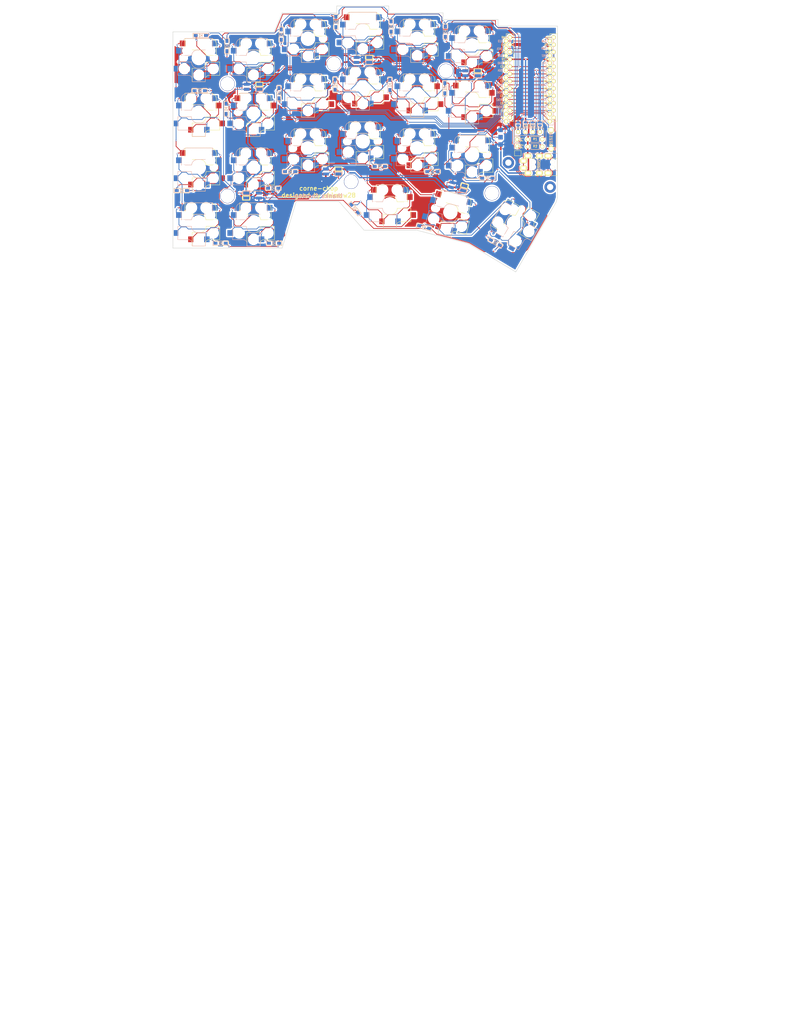
<source format=kicad_pcb>
(kicad_pcb (version 20171130) (host pcbnew "(5.1.6-0-10_14)")
  (layers (0 F.Cu signal) (31 B.Cu signal) (34 B.Paste user) (35 F.Paste user) (36 B.SilkS user) (37 F.SilkS user) (38 B.Mask user) (39 F.Mask user) (44 Edge.Cuts user))
  (net 0 "")
  (net 1 "Net-(D1-Pad2)")
  (net 2 row0)
  (net 3 "Net-(D2-Pad2)")
  (net 4 "Net-(D3-Pad2)")
  (net 5 "Net-(D4-Pad2)")
  (net 6 "Net-(D5-Pad2)")
  (net 7 "Net-(D6-Pad2)")
  (net 8 "Net-(D7-Pad2)")
  (net 9 row1)
  (net 10 "Net-(D8-Pad2)")
  (net 11 "Net-(D9-Pad2)")
  (net 12 "Net-(D10-Pad2)")
  (net 13 "Net-(D11-Pad2)")
  (net 14 "Net-(D12-Pad2)")
  (net 15 "Net-(D13-Pad2)")
  (net 16 row2)
  (net 17 "Net-(D14-Pad2)")
  (net 18 "Net-(D15-Pad2)")
  (net 19 "Net-(D16-Pad2)")
  (net 20 "Net-(D17-Pad2)")
  (net 21 "Net-(D18-Pad2)")
  (net 22 "Net-(D19-Pad2)")
  (net 23 row3)
  (net 24 "Net-(D20-Pad2)")
  (net 25 "Net-(D21-Pad2)")
  (net 26 "Net-(D22-Pad2)")
  (net 27 "Net-(D23-Pad2)")
  (net 28 VCC)
  (net 29 "Net-(J1-PadA)")
  (net 30 "Net-(J1-PadB)")
  (net 31 GND)
  (net 32 "Net-(J2-Pad1)")
  (net 33 "Net-(J2-Pad2)")
  (net 34 "Net-(J2-Pad3)")
  (net 35 "Net-(J2-Pad4)")
  (net 36 LED)
  (net 37 data)
  (net 38 SCL)
  (net 39 SDA)
  (net 40 "Net-(L22-Pad3)")
  (net 41 "Net-(L22-Pad1)")
  (net 42 "Net-(L23-Pad3)")
  (net 43 "Net-(L25-Pad1)")
  (net 44 "Net-(L26-Pad1)")
  (net 45 "Net-(L27-Pad1)")
  (net 46 reset)
  (net 47 col0)
  (net 48 col1)
  (net 49 col2)
  (net 50 col3)
  (net 51 col4)
  (net 52 col5)
  (net 53 "Net-(U1-Pad24)")
  (net 54 "Net-(U1-Pad14)")
  (net 55 "Net-(U1-Pad13)")
  (net 56 "Net-(U1-Pad12)")
  (net 57 "Net-(U1-Pad11)")
  (module kbd:CherryMX_Choc_Hotswap (layer F.Cu) (at 84.4 60.2)
    (fp_text reference SW9 hide)
    (fp_text value SW_PUSH hide)
    (pad 2 smd rect (at 5.6 -5.08 180) (size 2 2) (layers B.Cu B.Paste B.Mask) (net 11 "Net-(D9-Pad2)"))
    (pad "" np_thru_hole circle (at -3.81 -2.54 180) (size 3 3) (drill 3) (layers *.Cu *.Mask))
    (pad "" np_thru_hole circle (at -5.08 0) (size 1.7 1.7) (drill 1.7) (layers *.Cu *.Mask))
    (pad "" np_thru_hole circle (at 5.08 0) (size 1.7 1.7) (drill 1.7) (layers *.Cu *.Mask))
    (pad "" np_thru_hole circle (at 5.5 0 90) (size 1.9 1.9) (drill 1.9) (layers *.Cu *.Mask))
    (pad "" np_thru_hole circle (at -5.5 0 90) (size 1.9 1.9) (drill 1.9) (layers *.Cu *.Mask))
    (pad "" np_thru_hole circle (at 0 0 90) (size 4 4) (drill 4) (layers *.Cu *.Mask))
    (pad "" np_thru_hole circle (at 2.54 -5.08 180) (size 3 3) (drill 3) (layers *.Cu *.Mask))
    (pad 1 smd rect (at -6.9 -2.54 180) (size 2 2) (layers B.Cu B.Paste B.Mask) (net 49 col2))
    (pad "" np_thru_hole circle (at 0 5.9 90) (size 3 3) (drill 3) (layers *.Cu *.Mask))
    (pad "" np_thru_hole circle (at -5 3.7 90) (size 3 3) (drill 3) (layers *.Cu *.Mask))
    (pad 2 smd rect (at 2.8 5.9 180) (size 1.9 2) (layers B.Cu B.Paste B.Mask) (net 11 "Net-(D9-Pad2)"))
    (pad 1 smd rect (at -8.1 3.7 180) (size 2 2) (layers B.Cu B.Paste B.Mask) (net 49 col2))
    (pad 1 smd rect (at 8.1 3.7 180) (size 2 2) (layers F.Cu F.Paste F.Mask) (net 49 col2))
    (pad 2 smd rect (at -2.8 5.9 180) (size 1.8 2) (layers F.Cu F.Paste F.Mask) (net 11 "Net-(D9-Pad2)"))
    (pad "" np_thru_hole circle (at 5 3.7 270) (size 3 3) (drill 3) (layers *.Cu *.Mask))
    (pad 2 smd rect (at 6.9 -2.54 180) (size 2 2) (layers F.Cu F.Paste F.Mask) (net 11 "Net-(D9-Pad2)"))
    (pad "" np_thru_hole circle (at -2.54 -5.08 180) (size 3 3) (drill 3) (layers *.Cu *.Mask))
    (pad "" np_thru_hole circle (at 3.81 -2.54 180) (size 3 3) (drill 3) (layers *.Cu *.Mask))
    (pad 1 smd rect (at -5.6 -5.08 180) (size 2 2) (layers F.Cu F.Paste F.Mask) (net 49 col2))
  )
  (module kbd:LEGO_HOLE (layer F.Cu) (at 154.12 84.24)
    (fp_text reference "" (at 0 -3.2) (layer F.SilkS))
    (fp_text value "")
    (pad "" thru_hole circle (at 0 0) (size 4 4) (drill 2.2) (layers *.Cu *.Mask))
  )
  (module kbd:LEGO_HOLE (layer F.Cu) (at 168.65 92.72)
    (fp_text reference "" (at 0 -3.2) (layer F.SilkS))
    (fp_text value "")
    (pad "" thru_hole circle (at 0 0) (size 4 4) (drill 2.2) (layers *.Cu *.Mask))
  )
  (module kbd:HOLE (layer F.Cu) (at 93.4 49.85)
    (fp_text reference Ref**)
    (fp_text value Val**)
    (pad "" np_thru_hole circle (at 0 0) (size 5 5) (drill 4.8) (layers *.Cu *.Mask))
  )
  (module kbd:HOLE (layer F.Cu) (at 56.4 56.85)
    (fp_text reference Ref**)
    (fp_text value Val**)
    (pad "" np_thru_hole circle (at 0 0) (size 5 5) (drill 4.8) (layers *.Cu *.Mask))
  )
  (module kbd:HOLE (layer F.Cu) (at 56.4 95.85)
    (fp_text reference Ref**)
    (fp_text value Val**)
    (pad "" np_thru_hole circle (at 0 0) (size 5 5) (drill 4.8) (layers *.Cu *.Mask))
  )
  (module kbd:HOLE (layer F.Cu) (at 99.4 90.85)
    (fp_text reference Ref**)
    (fp_text value Val**)
    (pad "" np_thru_hole circle (at 0 0) (size 5 5) (drill 4.8) (layers *.Cu *.Mask))
  )
  (module kbd:HOLE (layer F.Cu) (at 148.4 94.85)
    (fp_text reference Ref**)
    (fp_text value Val**)
    (pad "" np_thru_hole circle (at 0 0) (size 5 5) (drill 4.8) (layers *.Cu *.Mask))
  )
  (module kbd:HOLE (layer F.Cu) (at 132.4 52.35)
    (fp_text reference Ref**)
    (fp_text value Val**)
    (pad "" np_thru_hole circle (at 0 0) (size 5 5) (drill 4.8) (layers *.Cu *.Mask))
  )
  (module kbd:MJ-4PP-9 (layer F.Cu) (at 171.2 85.75 270)
    (fp_text reference J1)
    (fp_text value MJ-4PP-9 hide)
    (fp_text user TRRS (at -0.8255 6.4135 90) (layer B.SilkS) (effects (justify mirror)))
    (fp_text user TRRS (at -0.75 6.45 90) (layer F.SilkS))
    (pad "" np_thru_hole circle (at -1.75 8.5 270) (size 1.2 1.2) (drill 1.2) (layers *.Cu *.Mask F.SilkS))
    (pad "" np_thru_hole circle (at -1.75 1.5 270) (size 1.2 1.2) (drill 1.2) (layers *.Cu *.Mask F.SilkS))
    (pad D thru_hole oval (at -3.85 10.3 270) (size 1.7 2.5) (drill oval 1 1.5) (layers *.Cu *.Mask F.SilkS) (net 28 VCC) (clearance 0.15))
    (pad A thru_hole oval (at 0.35 11.8 270) (size 1.7 2.5) (drill oval 1 1.5) (layers *.Cu *.Mask F.SilkS) (net 29 "Net-(J1-PadA)") (clearance 0.15))
    (pad B thru_hole oval (at -3.85 3.3 270) (size 1.7 2.5) (drill oval 1 1.5) (layers *.Cu *.Mask F.SilkS) (net 30 "Net-(J1-PadB)"))
    (pad C thru_hole oval (at -3.85 6.3 270) (size 1.7 2.5) (drill oval 1 1.5) (layers *.Cu *.Mask F.SilkS) (net 31 GND))
    (pad "" np_thru_hole circle (at 0 1.5 270) (size 1.2 1.2) (drill 1.2) (layers *.Cu *.Mask F.SilkS))
    (pad "" np_thru_hole circle (at 0 8.5 270) (size 1.2 1.2) (drill 1.2) (layers *.Cu *.Mask F.SilkS))
    (pad B thru_hole oval (at 2.1 3.3 270) (size 1.7 2.5) (drill oval 1 1.5) (layers *.Cu *.Mask F.SilkS) (net 30 "Net-(J1-PadB)"))
    (pad C thru_hole oval (at 2.1 6.3 270) (size 1.7 2.5) (drill oval 1 1.5) (layers *.Cu *.Mask F.SilkS) (net 31 GND))
    (pad D thru_hole oval (at 2.1 10.3 270) (size 1.7 2.5) (drill oval 1 1.5) (layers *.Cu *.Mask F.SilkS) (net 28 VCC) (clearance 0.15))
    (pad A thru_hole oval (at -2.1 11.8 270) (size 1.7 2.5) (drill oval 1 1.5) (layers *.Cu *.Mask F.SilkS) (net 29 "Net-(J1-PadA)") (clearance 0.15))
  )
  (module kbd:OLED (layer F.Cu) (at 157.5 73.55)
    (fp_text reference J2)
    (fp_text value OLED hide)
    (fp_text user OLED (at 3.8 -2.1) (layer F.SilkS))
    (fp_text user OLED (at 3.75 -2.1) (layer B.SilkS) (effects (justify mirror)))
    (pad 1 thru_hole circle (at 0 0) (size 1.397 1.397) (drill 0.8128) (layers *.Cu *.Mask F.SilkS) (net 32 "Net-(J2-Pad1)"))
    (pad 2 thru_hole circle (at 2.54 0) (size 1.397 1.397) (drill 0.8128) (layers *.Cu *.Mask F.SilkS) (net 33 "Net-(J2-Pad2)"))
    (pad 3 thru_hole circle (at 5.08 0) (size 1.397 1.397) (drill 0.8128) (layers *.Cu *.Mask F.SilkS) (net 34 "Net-(J2-Pad3)"))
    (pad 4 thru_hole circle (at 7.62 0) (size 1.397 1.397) (drill 0.8128) (layers *.Cu *.Mask F.SilkS) (net 35 "Net-(J2-Pad4)"))
  )
  (module kbd:StripLED_rev (layer F.Cu) (at 151.4 72.85)
    (fp_text reference J3 hide)
    (fp_text value LED hide)
    (pad 3 smd rect (at 0 5.08) (size 1.524 1.524) (layers F.Cu F.Paste F.Mask) (net 28 VCC))
    (pad 2 smd rect (at 0 2.54) (size 1.524 1.524) (layers F.Cu F.Paste F.Mask) (net 36 LED))
    (pad 1 smd rect (at 0 0) (size 1.524 1.524) (layers F.Cu F.Paste F.Mask) (net 31 GND))
    (pad 1 smd rect (at 0 5.08) (size 1.524 1.524) (layers B.Cu B.Paste B.Mask) (net 31 GND))
    (pad 2 smd rect (at 0 2.54) (size 1.524 1.524) (layers B.Cu B.Paste B.Mask) (net 36 LED))
    (pad 3 smd rect (at 0 0) (size 1.524 1.524) (layers B.Cu B.Paste B.Mask) (net 28 VCC))
  )
  (module kbd:JPC2 (layer F.Cu) (at 157.4 80.95)
    (fp_text reference JP1)
    (fp_text value " " hide)
    (pad "" smd rect (at 0 0 90) (size 0.381 0.381) (layers F.Cu F.Paste F.Mask) (clearance 0.00254))
    (pad 2 smd rect (at 0.50038 0) (size 0.635 1.143) (layers F.Cu F.Paste F.Mask) (net 30 "Net-(J1-PadB)") (clearance 0.1905))
    (pad 1 smd rect (at -0.50038 0) (size 0.635 1.143) (layers F.Cu F.Paste F.Mask) (net 37 data) (clearance 0.1905))
  )
  (module kbd:Jumper (layer B.Cu) (at 165.1 70.75 270)
    (fp_text reference JP2 hide)
    (fp_text value " " (at -2.794 0 270) (layer B.SilkS) (effects (font (size 0.8128 0.8128)) (justify mirror)))
    (pad 2 smd rect (at 0.50038 0 270) (size 0.635 1.143) (layers B.Cu B.Paste B.Mask) (net 35 "Net-(J2-Pad4)") (clearance 0.1905))
    (pad 1 smd rect (at -0.50038 0 270) (size 0.635 1.143) (layers B.Cu B.Paste B.Mask) (net 31 GND) (clearance 0.1905))
  )
  (module kbd:Jumper (layer B.Cu) (at 162.6 70.75 270)
    (fp_text reference JP3 hide)
    (fp_text value " " (at -2.794 0 270) (layer B.SilkS) (effects (font (size 0.8128 0.8128)) (justify mirror)))
    (pad 1 smd rect (at -0.50038 0 270) (size 0.635 1.143) (layers B.Cu B.Paste B.Mask) (net 28 VCC) (clearance 0.1905))
    (pad 2 smd rect (at 0.50038 0 270) (size 0.635 1.143) (layers B.Cu B.Paste B.Mask) (net 34 "Net-(J2-Pad3)") (clearance 0.1905))
  )
  (module kbd:Jumper (layer B.Cu) (at 160.1 70.75 270)
    (fp_text reference JP4 hide)
    (fp_text value " " (at -2.794 0 270) (layer B.SilkS) (effects (font (size 0.8128 0.8128)) (justify mirror)))
    (pad 2 smd rect (at 0.50038 0 270) (size 0.635 1.143) (layers B.Cu B.Paste B.Mask) (net 33 "Net-(J2-Pad2)") (clearance 0.1905))
    (pad 1 smd rect (at -0.50038 0 270) (size 0.635 1.143) (layers B.Cu B.Paste B.Mask) (net 38 SCL) (clearance 0.1905))
  )
  (module kbd:Jumper (layer B.Cu) (at 157.5 70.75 270)
    (fp_text reference JP5 hide)
    (fp_text value " " (at -2.794 0 270) (layer B.SilkS) (effects (font (size 0.8128 0.8128)) (justify mirror)))
    (pad 1 smd rect (at -0.50038 0 270) (size 0.635 1.143) (layers B.Cu B.Paste B.Mask) (net 39 SDA) (clearance 0.1905))
    (pad 2 smd rect (at 0.50038 0 270) (size 0.635 1.143) (layers B.Cu B.Paste B.Mask) (net 32 "Net-(J2-Pad1)") (clearance 0.1905))
  )
  (module kbd:Jumper (layer F.Cu) (at 165.1 70.75 270)
    (fp_text reference JP6 hide)
    (fp_text value " " (at -2.794 0 90) (layer F.SilkS) (effects (font (size 0.8128 0.8128))))
    (pad 2 smd rect (at 0.50038 0 270) (size 0.635 1.143) (layers F.Cu F.Paste F.Mask) (net 35 "Net-(J2-Pad4)") (clearance 0.1905))
    (pad 1 smd rect (at -0.50038 0 270) (size 0.635 1.143) (layers F.Cu F.Paste F.Mask) (net 39 SDA) (clearance 0.1905))
  )
  (module kbd:Jumper (layer F.Cu) (at 162.6 70.75 270)
    (fp_text reference JP7 hide)
    (fp_text value " " (at -2.794 0 90) (layer F.SilkS) (effects (font (size 0.8128 0.8128))))
    (pad 1 smd rect (at -0.50038 0 270) (size 0.635 1.143) (layers F.Cu F.Paste F.Mask) (net 38 SCL) (clearance 0.1905))
    (pad 2 smd rect (at 0.50038 0 270) (size 0.635 1.143) (layers F.Cu F.Paste F.Mask) (net 34 "Net-(J2-Pad3)") (clearance 0.1905))
  )
  (module kbd:Jumper (layer F.Cu) (at 160.1 70.75 270)
    (fp_text reference JP8 hide)
    (fp_text value " " (at -2.794 0 90) (layer F.SilkS) (effects (font (size 0.8128 0.8128))))
    (pad 2 smd rect (at 0.50038 0 270) (size 0.635 1.143) (layers F.Cu F.Paste F.Mask) (net 33 "Net-(J2-Pad2)") (clearance 0.1905))
    (pad 1 smd rect (at -0.50038 0 270) (size 0.635 1.143) (layers F.Cu F.Paste F.Mask) (net 28 VCC) (clearance 0.1905))
  )
  (module kbd:Jumper (layer F.Cu) (at 157.5 70.75 270)
    (fp_text reference JP9 hide)
    (fp_text value " " (at -2.794 0 90) (layer F.SilkS) (effects (font (size 0.8128 0.8128))))
    (pad 1 smd rect (at -0.50038 0 270) (size 0.635 1.143) (layers F.Cu F.Paste F.Mask) (net 31 GND) (clearance 0.1905))
    (pad 2 smd rect (at 0.50038 0 270) (size 0.635 1.143) (layers F.Cu F.Paste F.Mask) (net 32 "Net-(J2-Pad1)") (clearance 0.1905))
  )
  (module kbd:SK6812MINI_underglow_rev (layer F.Cu) (at 65.3 57.85)
    (fp_text reference L22 hide)
    (fp_text value SK6812MINI hide)
    (pad 4 smd rect (at 2.2 -0.875) (size 2 1) (layers F.Cu F.Paste F.Mask) (net 28 VCC))
    (pad 3 smd rect (at 2.2 0.875) (size 2 1) (layers F.Cu F.Paste F.Mask) (net 40 "Net-(L22-Pad3)"))
    (pad 1 smd rect (at -2.2 -0.875) (size 2 1) (layers F.Cu F.Paste F.Mask) (net 41 "Net-(L22-Pad1)"))
    (pad 2 smd rect (at -2.2 0.875) (size 2 1) (layers F.Cu F.Paste F.Mask) (net 31 GND))
    (pad 3 smd rect (at 2.2 -0.875) (size 2 1) (layers B.Cu B.Paste B.Mask) (net 40 "Net-(L22-Pad3)"))
    (pad 4 smd rect (at 2.2 0.875) (size 2 1) (layers B.Cu B.Paste B.Mask) (net 28 VCC))
    (pad 1 smd rect (at -2.2 0.875) (size 2 1) (layers B.Cu B.Paste B.Mask) (net 41 "Net-(L22-Pad1)"))
    (pad 2 smd rect (at -2.2 -0.875) (size 2 1) (layers B.Cu B.Paste B.Mask) (net 31 GND))
  )
  (module kbd:SK6812MINI_underglow_rev (layer F.Cu) (at 103.5 48.5)
    (fp_text reference L23 hide)
    (fp_text value SK6812MINI hide)
    (pad 2 smd rect (at -2.2 -0.875) (size 2 1) (layers B.Cu B.Paste B.Mask) (net 31 GND))
    (pad 1 smd rect (at -2.2 0.875) (size 2 1) (layers B.Cu B.Paste B.Mask) (net 40 "Net-(L22-Pad3)"))
    (pad 4 smd rect (at 2.2 0.875) (size 2 1) (layers B.Cu B.Paste B.Mask) (net 28 VCC))
    (pad 3 smd rect (at 2.2 -0.875) (size 2 1) (layers B.Cu B.Paste B.Mask) (net 42 "Net-(L23-Pad3)"))
    (pad 2 smd rect (at -2.2 0.875) (size 2 1) (layers F.Cu F.Paste F.Mask) (net 31 GND))
    (pad 1 smd rect (at -2.2 -0.875) (size 2 1) (layers F.Cu F.Paste F.Mask) (net 40 "Net-(L22-Pad3)"))
    (pad 3 smd rect (at 2.2 0.875) (size 2 1) (layers F.Cu F.Paste F.Mask) (net 42 "Net-(L23-Pad3)"))
    (pad 4 smd rect (at 2.2 -0.875) (size 2 1) (layers F.Cu F.Paste F.Mask) (net 28 VCC))
  )
  (module kbd:SK6812MINI_underglow_rev (layer F.Cu) (at 141.3 53.15)
    (fp_text reference L24 hide)
    (fp_text value SK6812MINI hide)
    (pad 4 smd rect (at 2.2 -0.875) (size 2 1) (layers F.Cu F.Paste F.Mask) (net 28 VCC))
    (pad 3 smd rect (at 2.2 0.875) (size 2 1) (layers F.Cu F.Paste F.Mask) (net 36 LED))
    (pad 1 smd rect (at -2.2 -0.875) (size 2 1) (layers F.Cu F.Paste F.Mask) (net 42 "Net-(L23-Pad3)"))
    (pad 2 smd rect (at -2.2 0.875) (size 2 1) (layers F.Cu F.Paste F.Mask) (net 31 GND))
    (pad 3 smd rect (at 2.2 -0.875) (size 2 1) (layers B.Cu B.Paste B.Mask) (net 36 LED))
    (pad 4 smd rect (at 2.2 0.875) (size 2 1) (layers B.Cu B.Paste B.Mask) (net 28 VCC))
    (pad 1 smd rect (at -2.2 0.875) (size 2 1) (layers B.Cu B.Paste B.Mask) (net 42 "Net-(L23-Pad3)"))
    (pad 2 smd rect (at -2.2 -0.875) (size 2 1) (layers B.Cu B.Paste B.Mask) (net 31 GND))
  )
  (module kbd:SK6812MINI_underglow_rev (layer F.Cu) (at 65.1 95.675 180)
    (fp_text reference L25 hide)
    (fp_text value SK6812MINI hide)
    (pad 2 smd rect (at -2.2 -0.875 180) (size 2 1) (layers B.Cu B.Paste B.Mask) (net 31 GND))
    (pad 1 smd rect (at -2.2 0.875 180) (size 2 1) (layers B.Cu B.Paste B.Mask) (net 43 "Net-(L25-Pad1)"))
    (pad 4 smd rect (at 2.2 0.875 180) (size 2 1) (layers B.Cu B.Paste B.Mask) (net 28 VCC))
    (pad 3 smd rect (at 2.2 -0.875 180) (size 2 1) (layers B.Cu B.Paste B.Mask) (net 41 "Net-(L22-Pad1)"))
    (pad 2 smd rect (at -2.2 0.875 180) (size 2 1) (layers F.Cu F.Paste F.Mask) (net 31 GND))
    (pad 1 smd rect (at -2.2 -0.875 180) (size 2 1) (layers F.Cu F.Paste F.Mask) (net 43 "Net-(L25-Pad1)"))
    (pad 3 smd rect (at 2.2 0.875 180) (size 2 1) (layers F.Cu F.Paste F.Mask) (net 41 "Net-(L22-Pad1)"))
    (pad 4 smd rect (at 2.2 -0.875 180) (size 2 1) (layers F.Cu F.Paste F.Mask) (net 28 VCC))
  )
  (module kbd:SK6812MINI_underglow_rev (layer F.Cu) (at 92.8 87.325)
    (fp_text reference L26 hide)
    (fp_text value SK6812MINI hide)
    (pad 4 smd rect (at 2.2 -0.875) (size 2 1) (layers F.Cu F.Paste F.Mask) (net 28 VCC))
    (pad 3 smd rect (at 2.2 0.875) (size 2 1) (layers F.Cu F.Paste F.Mask) (net 43 "Net-(L25-Pad1)"))
    (pad 1 smd rect (at -2.2 -0.875) (size 2 1) (layers F.Cu F.Paste F.Mask) (net 44 "Net-(L26-Pad1)"))
    (pad 2 smd rect (at -2.2 0.875) (size 2 1) (layers F.Cu F.Paste F.Mask) (net 31 GND))
    (pad 3 smd rect (at 2.2 -0.875) (size 2 1) (layers B.Cu B.Paste B.Mask) (net 43 "Net-(L25-Pad1)"))
    (pad 4 smd rect (at 2.2 0.875) (size 2 1) (layers B.Cu B.Paste B.Mask) (net 28 VCC))
    (pad 1 smd rect (at -2.2 0.875) (size 2 1) (layers B.Cu B.Paste B.Mask) (net 44 "Net-(L26-Pad1)"))
    (pad 2 smd rect (at -2.2 -0.875) (size 2 1) (layers B.Cu B.Paste B.Mask) (net 31 GND))
  )
  (module kbd:SK6812MINI_underglow_rev (layer F.Cu) (at 136.5 92.55 345)
    (fp_text reference L27 hide)
    (fp_text value SK6812MINI hide)
    (pad 2 smd rect (at -2.2 -0.875 345) (size 2 1) (layers B.Cu B.Paste B.Mask) (net 31 GND))
    (pad 1 smd rect (at -2.2 0.875 345) (size 2 1) (layers B.Cu B.Paste B.Mask) (net 45 "Net-(L27-Pad1)"))
    (pad 4 smd rect (at 2.2 0.875 345) (size 2 1) (layers B.Cu B.Paste B.Mask) (net 28 VCC))
    (pad 3 smd rect (at 2.2 -0.875 345) (size 2 1) (layers B.Cu B.Paste B.Mask) (net 44 "Net-(L26-Pad1)"))
    (pad 2 smd rect (at -2.2 0.875 345) (size 2 1) (layers F.Cu F.Paste F.Mask) (net 31 GND))
    (pad 1 smd rect (at -2.2 -0.875 345) (size 2 1) (layers F.Cu F.Paste F.Mask) (net 45 "Net-(L27-Pad1)"))
    (pad 3 smd rect (at 2.2 0.875 345) (size 2 1) (layers F.Cu F.Paste F.Mask) (net 44 "Net-(L26-Pad1)"))
    (pad 4 smd rect (at 2.2 -0.875 345) (size 2 1) (layers F.Cu F.Paste F.Mask) (net 28 VCC))
  )
  (module kbd:1pin_conn (layer F.Cu) (at 157.2 76.15 90)
    (fp_text reference P1 (at 0 1.651 90) (layer F.SilkS) (effects (font (size 0.8128 0.8128))))
    (fp_text value i2c-pin hide)
    (fp_text user ** (at 0 1.651 90) (layer B.SilkS) (effects (font (size 0.8128 0.8128)) (justify mirror)))
    (pad 1 thru_hole circle (at 0 0 90) (size 1.397 1.397) (drill 0.8128) (layers *.Cu *.Mask F.SilkS) (net 29 "Net-(J1-PadA)"))
  )
  (module kbd:1pin_conn (layer F.Cu) (at 157.2 78.55 90)
    (fp_text reference P2 (at 0 1.651 90) (layer F.SilkS) (effects (font (size 0.8128 0.8128))))
    (fp_text value i2c-pin hide)
    (fp_text user ** (at 0 1.651 90) (layer B.SilkS) (effects (font (size 0.8128 0.8128)) (justify mirror)))
    (pad 1 thru_hole circle (at 0 0 90) (size 1.397 1.397) (drill 0.8128) (layers *.Cu *.Mask F.SilkS) (net 30 "Net-(J1-PadB)"))
  )
  (module kbd:R (layer F.Cu) (at 163.4 76.15)
    (fp_text reference R1 (at 0.05 -0.08) (layer F.SilkS) (effects (font (size 0.8128 0.8128))))
    (fp_text value R hide)
    (fp_text user ** (at 0 -0.0635) (layer B.SilkS) (effects (font (size 0.8128 0.8128)) (justify mirror)))
    (pad 2 thru_hole circle (at 2.54 0) (size 1.397 1.397) (drill 0.8128) (layers *.Cu *.Mask F.SilkS) (net 39 SDA))
    (pad 1 thru_hole circle (at -2.54 0) (size 1.397 1.397) (drill 0.8128) (layers *.Cu *.Mask F.SilkS) (net 28 VCC))
  )
  (module kbd:R (layer F.Cu) (at 163.4 78.65)
    (fp_text reference R2 (at 0.05 -0.08) (layer F.SilkS) (effects (font (size 0.8128 0.8128))))
    (fp_text value R hide)
    (fp_text user ** (at 0 -0.0635) (layer B.SilkS) (effects (font (size 0.8128 0.8128)) (justify mirror)))
    (pad 1 thru_hole circle (at -2.54 0) (size 1.397 1.397) (drill 0.8128) (layers *.Cu *.Mask F.SilkS) (net 28 VCC))
    (pad 2 thru_hole circle (at 2.54 0) (size 1.397 1.397) (drill 0.8128) (layers *.Cu *.Mask F.SilkS) (net 38 SCL))
  )
  (module kbd:ResetSW (layer F.Cu) (at 169 76.15 90)
    (fp_text reference RSW1 hide)
    (fp_text value SW_PUSH)
    (fp_text user RESET (at 0.127 0 90) (layer B.SilkS) (effects (justify mirror)))
    (fp_text user RESET (at 0 0 90) (layer F.SilkS))
    (pad 1 thru_hole circle (at 3.25 0 90) (size 2 2) (drill 1.3) (layers *.Cu *.Mask F.SilkS) (net 46 reset))
    (pad 2 thru_hole circle (at -3.25 0 90) (size 2 2) (drill 1.3) (layers *.Cu *.Mask F.SilkS) (net 31 GND))
  )
  (module kbd:CherryMX_Choc_Hotswap (layer F.Cu) (at 46.4 47.85)
    (fp_text reference SW1 hide)
    (fp_text value SW_PUSH hide)
    (pad 2 smd rect (at 5.6 -5.08 180) (size 2 2) (layers B.Cu B.Paste B.Mask) (net 1 "Net-(D1-Pad2)"))
    (pad "" np_thru_hole circle (at -3.81 -2.54 180) (size 3 3) (drill 3) (layers *.Cu *.Mask))
    (pad "" np_thru_hole circle (at -5.08 0) (size 1.7 1.7) (drill 1.7) (layers *.Cu *.Mask))
    (pad "" np_thru_hole circle (at 5.08 0) (size 1.7 1.7) (drill 1.7) (layers *.Cu *.Mask))
    (pad "" np_thru_hole circle (at 5.5 0 90) (size 1.9 1.9) (drill 1.9) (layers *.Cu *.Mask))
    (pad "" np_thru_hole circle (at -5.5 0 90) (size 1.9 1.9) (drill 1.9) (layers *.Cu *.Mask))
    (pad "" np_thru_hole circle (at 0 0 90) (size 4 4) (drill 4) (layers *.Cu *.Mask))
    (pad "" np_thru_hole circle (at 2.54 -5.08 180) (size 3 3) (drill 3) (layers *.Cu *.Mask))
    (pad 1 smd rect (at -6.9 -2.54 180) (size 2 2) (layers B.Cu B.Paste B.Mask) (net 47 col0))
    (pad "" np_thru_hole circle (at 0 5.9 90) (size 3 3) (drill 3) (layers *.Cu *.Mask))
    (pad "" np_thru_hole circle (at -5 3.7 90) (size 3 3) (drill 3) (layers *.Cu *.Mask))
    (pad 2 smd rect (at 2.8 5.9 180) (size 1.9 2) (layers B.Cu B.Paste B.Mask) (net 1 "Net-(D1-Pad2)"))
    (pad 1 smd rect (at -7.9 3.7 180) (size 1.6 2) (layers B.Cu B.Paste B.Mask) (net 47 col0))
    (pad 1 smd rect (at 8.1 3.7 180) (size 2 2) (layers F.Cu F.Paste F.Mask) (net 47 col0))
    (pad 2 smd rect (at -2.8 5.9 180) (size 1.8 2) (layers F.Cu F.Paste F.Mask) (net 1 "Net-(D1-Pad2)"))
    (pad "" np_thru_hole circle (at 5 3.7 270) (size 3 3) (drill 3) (layers *.Cu *.Mask))
    (pad 2 smd rect (at 6.9 -2.54 180) (size 2 2) (layers F.Cu F.Paste F.Mask) (net 1 "Net-(D1-Pad2)"))
    (pad "" np_thru_hole circle (at -2.54 -5.08 180) (size 3 3) (drill 3) (layers *.Cu *.Mask))
    (pad "" np_thru_hole circle (at 3.81 -2.54 180) (size 3 3) (drill 3) (layers *.Cu *.Mask))
    (pad 1 smd rect (at -5.6 -5.08 180) (size 2 2) (layers F.Cu F.Paste F.Mask) (net 47 col0))
  )
  (module kbd:CherryMX_Choc_Hotswap (layer F.Cu) (at 65.45 47.85)
    (fp_text reference SW2 hide)
    (fp_text value SW_PUSH hide)
    (pad 1 smd rect (at -5.6 -5.08 180) (size 2 2) (layers F.Cu F.Paste F.Mask) (net 48 col1))
    (pad "" np_thru_hole circle (at 3.81 -2.54 180) (size 3 3) (drill 3) (layers *.Cu *.Mask))
    (pad "" np_thru_hole circle (at -2.54 -5.08 180) (size 3 3) (drill 3) (layers *.Cu *.Mask))
    (pad 2 smd rect (at 6.9 -2.54 180) (size 2 2) (layers F.Cu F.Paste F.Mask) (net 3 "Net-(D2-Pad2)"))
    (pad "" np_thru_hole circle (at 5 3.7 270) (size 3 3) (drill 3) (layers *.Cu *.Mask))
    (pad 2 smd rect (at -2.8 5.9 180) (size 1.8 2) (layers F.Cu F.Paste F.Mask) (net 3 "Net-(D2-Pad2)"))
    (pad 1 smd rect (at 8.1 3.7 180) (size 2 2) (layers F.Cu F.Paste F.Mask) (net 48 col1))
    (pad 1 smd rect (at -8.1 3.7 180) (size 2 2) (layers B.Cu B.Paste B.Mask) (net 48 col1))
    (pad 2 smd rect (at 2.8 5.9 180) (size 1.9 2) (layers B.Cu B.Paste B.Mask) (net 3 "Net-(D2-Pad2)"))
    (pad "" np_thru_hole circle (at -5 3.7 90) (size 3 3) (drill 3) (layers *.Cu *.Mask))
    (pad "" np_thru_hole circle (at 0 5.9 90) (size 3 3) (drill 3) (layers *.Cu *.Mask))
    (pad 1 smd rect (at -6.9 -2.54 180) (size 2 2) (layers B.Cu B.Paste B.Mask) (net 48 col1))
    (pad "" np_thru_hole circle (at 2.54 -5.08 180) (size 3 3) (drill 3) (layers *.Cu *.Mask))
    (pad "" np_thru_hole circle (at 0 0 90) (size 4 4) (drill 4) (layers *.Cu *.Mask))
    (pad "" np_thru_hole circle (at -5.5 0 90) (size 1.9 1.9) (drill 1.9) (layers *.Cu *.Mask))
    (pad "" np_thru_hole circle (at 5.5 0 90) (size 1.9 1.9) (drill 1.9) (layers *.Cu *.Mask))
    (pad "" np_thru_hole circle (at 5.08 0) (size 1.7 1.7) (drill 1.7) (layers *.Cu *.Mask))
    (pad "" np_thru_hole circle (at -5.08 0) (size 1.7 1.7) (drill 1.7) (layers *.Cu *.Mask))
    (pad "" np_thru_hole circle (at -3.81 -2.54 180) (size 3 3) (drill 3) (layers *.Cu *.Mask))
    (pad 2 smd rect (at 5.6 -5.08 180) (size 2 2) (layers B.Cu B.Paste B.Mask) (net 3 "Net-(D2-Pad2)"))
  )
  (module kbd:CherryMX_Choc_Hotswap (layer F.Cu) (at 84.4 41.15)
    (fp_text reference SW3 hide)
    (fp_text value SW_PUSH hide)
    (pad 2 smd rect (at 5.6 -5.08 180) (size 2 2) (layers B.Cu B.Paste B.Mask) (net 4 "Net-(D3-Pad2)"))
    (pad "" np_thru_hole circle (at -3.81 -2.54 180) (size 3 3) (drill 3) (layers *.Cu *.Mask))
    (pad "" np_thru_hole circle (at -5.08 0) (size 1.7 1.7) (drill 1.7) (layers *.Cu *.Mask))
    (pad "" np_thru_hole circle (at 5.08 0) (size 1.7 1.7) (drill 1.7) (layers *.Cu *.Mask))
    (pad "" np_thru_hole circle (at 5.5 0 90) (size 1.9 1.9) (drill 1.9) (layers *.Cu *.Mask))
    (pad "" np_thru_hole circle (at -5.5 0 90) (size 1.9 1.9) (drill 1.9) (layers *.Cu *.Mask))
    (pad "" np_thru_hole circle (at 0 0 90) (size 4 4) (drill 4) (layers *.Cu *.Mask))
    (pad "" np_thru_hole circle (at 2.54 -5.08 180) (size 3 3) (drill 3) (layers *.Cu *.Mask))
    (pad 1 smd rect (at -6.9 -2.54 180) (size 2 2) (layers B.Cu B.Paste B.Mask) (net 49 col2))
    (pad "" np_thru_hole circle (at 0 5.9 90) (size 3 3) (drill 3) (layers *.Cu *.Mask))
    (pad "" np_thru_hole circle (at -5 3.7 90) (size 3 3) (drill 3) (layers *.Cu *.Mask))
    (pad 2 smd rect (at 2.8 5.9 180) (size 1.9 2) (layers B.Cu B.Paste B.Mask) (net 4 "Net-(D3-Pad2)"))
    (pad 1 smd rect (at -8.1 3.7 180) (size 2 2) (layers B.Cu B.Paste B.Mask) (net 49 col2))
    (pad 1 smd rect (at 8.1 3.7 180) (size 2 2) (layers F.Cu F.Paste F.Mask) (net 49 col2))
    (pad 2 smd rect (at -2.8 5.9 180) (size 1.8 2) (layers F.Cu F.Paste F.Mask) (net 4 "Net-(D3-Pad2)"))
    (pad "" np_thru_hole circle (at 5 3.7 270) (size 3 3) (drill 3) (layers *.Cu *.Mask))
    (pad 2 smd rect (at 6.9 -2.54 180) (size 2 2) (layers F.Cu F.Paste F.Mask) (net 4 "Net-(D3-Pad2)"))
    (pad "" np_thru_hole circle (at -2.54 -5.08 180) (size 3 3) (drill 3) (layers *.Cu *.Mask))
    (pad "" np_thru_hole circle (at 3.81 -2.54 180) (size 3 3) (drill 3) (layers *.Cu *.Mask))
    (pad 1 smd rect (at -5.6 -5.08 180) (size 2 2) (layers F.Cu F.Paste F.Mask) (net 49 col2))
  )
  (module kbd:CherryMX_Choc_Hotswap (layer F.Cu) (at 103.45 38.75)
    (fp_text reference SW4 hide)
    (fp_text value SW_PUSH hide)
    (pad 1 smd rect (at -5.6 -5.08 180) (size 2 2) (layers F.Cu F.Paste F.Mask) (net 50 col3))
    (pad "" np_thru_hole circle (at 3.81 -2.54 180) (size 3 3) (drill 3) (layers *.Cu *.Mask))
    (pad "" np_thru_hole circle (at -2.54 -5.08 180) (size 3 3) (drill 3) (layers *.Cu *.Mask))
    (pad 2 smd rect (at 6.9 -2.54 180) (size 2 2) (layers F.Cu F.Paste F.Mask) (net 5 "Net-(D4-Pad2)"))
    (pad "" np_thru_hole circle (at 5 3.7 270) (size 3 3) (drill 3) (layers *.Cu *.Mask))
    (pad 2 smd rect (at -2.8 5.9 180) (size 1.8 2) (layers F.Cu F.Paste F.Mask) (net 5 "Net-(D4-Pad2)"))
    (pad 1 smd rect (at 8.1 3.7 180) (size 2 2) (layers F.Cu F.Paste F.Mask) (net 50 col3))
    (pad 1 smd rect (at -8.1 3.7 180) (size 2 2) (layers B.Cu B.Paste B.Mask) (net 50 col3))
    (pad 2 smd rect (at 2.8 5.9 180) (size 1.9 2) (layers B.Cu B.Paste B.Mask) (net 5 "Net-(D4-Pad2)"))
    (pad "" np_thru_hole circle (at -5 3.7 90) (size 3 3) (drill 3) (layers *.Cu *.Mask))
    (pad "" np_thru_hole circle (at 0 5.9 90) (size 3 3) (drill 3) (layers *.Cu *.Mask))
    (pad 1 smd rect (at -6.9 -2.54 180) (size 2 2) (layers B.Cu B.Paste B.Mask) (net 50 col3))
    (pad "" np_thru_hole circle (at 2.54 -5.08 180) (size 3 3) (drill 3) (layers *.Cu *.Mask))
    (pad "" np_thru_hole circle (at 0 0 90) (size 4 4) (drill 4) (layers *.Cu *.Mask))
    (pad "" np_thru_hole circle (at -5.5 0 90) (size 1.9 1.9) (drill 1.9) (layers *.Cu *.Mask))
    (pad "" np_thru_hole circle (at 5.5 0 90) (size 1.9 1.9) (drill 1.9) (layers *.Cu *.Mask))
    (pad "" np_thru_hole circle (at 5.08 0) (size 1.7 1.7) (drill 1.7) (layers *.Cu *.Mask))
    (pad "" np_thru_hole circle (at -5.08 0) (size 1.7 1.7) (drill 1.7) (layers *.Cu *.Mask))
    (pad "" np_thru_hole circle (at -3.81 -2.54 180) (size 3 3) (drill 3) (layers *.Cu *.Mask))
    (pad 2 smd rect (at 5.6 -5.08 180) (size 2 2) (layers B.Cu B.Paste B.Mask) (net 5 "Net-(D4-Pad2)"))
  )
  (module kbd:CherryMX_Choc_Hotswap (layer F.Cu) (at 122.4 41.15)
    (fp_text reference SW5 hide)
    (fp_text value SW_PUSH hide)
    (pad 2 smd rect (at 5.6 -5.08 180) (size 2 2) (layers B.Cu B.Paste B.Mask) (net 6 "Net-(D5-Pad2)"))
    (pad "" np_thru_hole circle (at -3.81 -2.54 180) (size 3 3) (drill 3) (layers *.Cu *.Mask))
    (pad "" np_thru_hole circle (at -5.08 0) (size 1.7 1.7) (drill 1.7) (layers *.Cu *.Mask))
    (pad "" np_thru_hole circle (at 5.08 0) (size 1.7 1.7) (drill 1.7) (layers *.Cu *.Mask))
    (pad "" np_thru_hole circle (at 5.5 0 90) (size 1.9 1.9) (drill 1.9) (layers *.Cu *.Mask))
    (pad "" np_thru_hole circle (at -5.5 0 90) (size 1.9 1.9) (drill 1.9) (layers *.Cu *.Mask))
    (pad "" np_thru_hole circle (at 0 0 90) (size 4 4) (drill 4) (layers *.Cu *.Mask))
    (pad "" np_thru_hole circle (at 2.54 -5.08 180) (size 3 3) (drill 3) (layers *.Cu *.Mask))
    (pad 1 smd rect (at -6.9 -2.54 180) (size 2 2) (layers B.Cu B.Paste B.Mask) (net 51 col4))
    (pad "" np_thru_hole circle (at 0 5.9 90) (size 3 3) (drill 3) (layers *.Cu *.Mask))
    (pad "" np_thru_hole circle (at -5 3.7 90) (size 3 3) (drill 3) (layers *.Cu *.Mask))
    (pad 2 smd rect (at 2.8 5.9 180) (size 1.9 2) (layers B.Cu B.Paste B.Mask) (net 6 "Net-(D5-Pad2)"))
    (pad 1 smd rect (at -8.1 3.7 180) (size 2 2) (layers B.Cu B.Paste B.Mask) (net 51 col4))
    (pad 1 smd rect (at 8.1 3.7 180) (size 2 2) (layers F.Cu F.Paste F.Mask) (net 51 col4))
    (pad 2 smd rect (at -2.8 5.9 180) (size 1.8 2) (layers F.Cu F.Paste F.Mask) (net 6 "Net-(D5-Pad2)"))
    (pad "" np_thru_hole circle (at 5 3.7 270) (size 3 3) (drill 3) (layers *.Cu *.Mask))
    (pad 2 smd rect (at 6.9 -2.54 180) (size 2 2) (layers F.Cu F.Paste F.Mask) (net 6 "Net-(D5-Pad2)"))
    (pad "" np_thru_hole circle (at -2.54 -5.08 180) (size 3 3) (drill 3) (layers *.Cu *.Mask))
    (pad "" np_thru_hole circle (at 3.81 -2.54 180) (size 3 3) (drill 3) (layers *.Cu *.Mask))
    (pad 1 smd rect (at -5.6 -5.08 180) (size 2 2) (layers F.Cu F.Paste F.Mask) (net 51 col4))
  )
  (module kbd:CherryMX_Choc_Hotswap (layer F.Cu) (at 141.45 43.45)
    (fp_text reference SW6 hide)
    (fp_text value SW_PUSH hide)
    (pad 1 smd rect (at -5.6 -5.08 180) (size 2 2) (layers F.Cu F.Paste F.Mask) (net 52 col5))
    (pad "" np_thru_hole circle (at 3.81 -2.54 180) (size 3 3) (drill 3) (layers *.Cu *.Mask))
    (pad "" np_thru_hole circle (at -2.54 -5.08 180) (size 3 3) (drill 3) (layers *.Cu *.Mask))
    (pad 2 smd rect (at 6.9 -2.54 180) (size 2 2) (layers F.Cu F.Paste F.Mask) (net 7 "Net-(D6-Pad2)"))
    (pad "" np_thru_hole circle (at 5 3.7 270) (size 3 3) (drill 3) (layers *.Cu *.Mask))
    (pad 2 smd rect (at -2.8 5.9 180) (size 1.8 2) (layers F.Cu F.Paste F.Mask) (net 7 "Net-(D6-Pad2)"))
    (pad 1 smd rect (at 8.1 3.7 180) (size 2 2) (layers F.Cu F.Paste F.Mask) (net 52 col5))
    (pad 1 smd rect (at -8.1 3.7 180) (size 2 2) (layers B.Cu B.Paste B.Mask) (net 52 col5))
    (pad 2 smd rect (at 2.8 5.9 180) (size 1.9 2) (layers B.Cu B.Paste B.Mask) (net 7 "Net-(D6-Pad2)"))
    (pad "" np_thru_hole circle (at -5 3.7 90) (size 3 3) (drill 3) (layers *.Cu *.Mask))
    (pad "" np_thru_hole circle (at 0 5.9 90) (size 3 3) (drill 3) (layers *.Cu *.Mask))
    (pad 1 smd rect (at -6.9 -2.54 180) (size 2 2) (layers B.Cu B.Paste B.Mask) (net 52 col5))
    (pad "" np_thru_hole circle (at 2.54 -5.08 180) (size 3 3) (drill 3) (layers *.Cu *.Mask))
    (pad "" np_thru_hole circle (at 0 0 90) (size 4 4) (drill 4) (layers *.Cu *.Mask))
    (pad "" np_thru_hole circle (at -5.5 0 90) (size 1.9 1.9) (drill 1.9) (layers *.Cu *.Mask))
    (pad "" np_thru_hole circle (at 5.5 0 90) (size 1.9 1.9) (drill 1.9) (layers *.Cu *.Mask))
    (pad "" np_thru_hole circle (at 5.08 0) (size 1.7 1.7) (drill 1.7) (layers *.Cu *.Mask))
    (pad "" np_thru_hole circle (at -5.08 0) (size 1.7 1.7) (drill 1.7) (layers *.Cu *.Mask))
    (pad "" np_thru_hole circle (at -3.81 -2.54 180) (size 3 3) (drill 3) (layers *.Cu *.Mask))
    (pad 2 smd rect (at 5.6 -5.08 180) (size 2 2) (layers B.Cu B.Paste B.Mask) (net 7 "Net-(D6-Pad2)"))
  )
  (module kbd:CherryMX_Choc_Hotswap (layer F.Cu) (at 46.4 66.9)
    (fp_text reference SW7 hide)
    (fp_text value SW_PUSH hide)
    (pad 2 smd rect (at 5.6 -5.08 180) (size 2 2) (layers B.Cu B.Paste B.Mask) (net 8 "Net-(D7-Pad2)"))
    (pad "" np_thru_hole circle (at -3.81 -2.54 180) (size 3 3) (drill 3) (layers *.Cu *.Mask))
    (pad "" np_thru_hole circle (at -5.08 0) (size 1.7 1.7) (drill 1.7) (layers *.Cu *.Mask))
    (pad "" np_thru_hole circle (at 5.08 0) (size 1.7 1.7) (drill 1.7) (layers *.Cu *.Mask))
    (pad "" np_thru_hole circle (at 5.5 0 90) (size 1.9 1.9) (drill 1.9) (layers *.Cu *.Mask))
    (pad "" np_thru_hole circle (at -5.5 0 90) (size 1.9 1.9) (drill 1.9) (layers *.Cu *.Mask))
    (pad "" np_thru_hole circle (at 0 0 90) (size 4 4) (drill 4) (layers *.Cu *.Mask))
    (pad "" np_thru_hole circle (at 2.54 -5.08 180) (size 3 3) (drill 3) (layers *.Cu *.Mask))
    (pad 1 smd rect (at -6.9 -2.54 180) (size 2 2) (layers B.Cu B.Paste B.Mask) (net 47 col0))
    (pad "" np_thru_hole circle (at 0 5.9 90) (size 3 3) (drill 3) (layers *.Cu *.Mask))
    (pad "" np_thru_hole circle (at -5 3.7 90) (size 3 3) (drill 3) (layers *.Cu *.Mask))
    (pad 2 smd rect (at 2.8 5.9 180) (size 1.9 2) (layers B.Cu B.Paste B.Mask) (net 8 "Net-(D7-Pad2)"))
    (pad 1 smd rect (at -7.9 3.7 180) (size 1.6 2) (layers B.Cu B.Paste B.Mask) (net 47 col0))
    (pad 1 smd rect (at 8.1 3.7 180) (size 2 2) (layers F.Cu F.Paste F.Mask) (net 47 col0))
    (pad 2 smd rect (at -2.8 5.9 180) (size 1.8 2) (layers F.Cu F.Paste F.Mask) (net 8 "Net-(D7-Pad2)"))
    (pad "" np_thru_hole circle (at 5 3.7 270) (size 3 3) (drill 3) (layers *.Cu *.Mask))
    (pad 2 smd rect (at 6.9 -2.54 180) (size 2 2) (layers F.Cu F.Paste F.Mask) (net 8 "Net-(D7-Pad2)"))
    (pad "" np_thru_hole circle (at -2.54 -5.08 180) (size 3 3) (drill 3) (layers *.Cu *.Mask))
    (pad "" np_thru_hole circle (at 3.81 -2.54 180) (size 3 3) (drill 3) (layers *.Cu *.Mask))
    (pad 1 smd rect (at -5.6 -5.08 180) (size 2 2) (layers F.Cu F.Paste F.Mask) (net 47 col0))
  )
  (module kbd:CherryMX_Choc_Hotswap (layer F.Cu) (at 65.45 66.9)
    (fp_text reference SW8 hide)
    (fp_text value SW_PUSH hide)
    (pad 1 smd rect (at -5.6 -5.08 180) (size 2 2) (layers F.Cu F.Paste F.Mask) (net 48 col1))
    (pad "" np_thru_hole circle (at 3.81 -2.54 180) (size 3 3) (drill 3) (layers *.Cu *.Mask))
    (pad "" np_thru_hole circle (at -2.54 -5.08 180) (size 3 3) (drill 3) (layers *.Cu *.Mask))
    (pad 2 smd rect (at 6.9 -2.54 180) (size 2 2) (layers F.Cu F.Paste F.Mask) (net 10 "Net-(D8-Pad2)"))
    (pad "" np_thru_hole circle (at 5 3.7 270) (size 3 3) (drill 3) (layers *.Cu *.Mask))
    (pad 2 smd rect (at -2.8 5.9 180) (size 1.8 2) (layers F.Cu F.Paste F.Mask) (net 10 "Net-(D8-Pad2)"))
    (pad 1 smd rect (at 8.1 3.7 180) (size 2 2) (layers F.Cu F.Paste F.Mask) (net 48 col1))
    (pad 1 smd rect (at -8.1 3.7 180) (size 2 2) (layers B.Cu B.Paste B.Mask) (net 48 col1))
    (pad 2 smd rect (at 2.8 5.9 180) (size 1.9 2) (layers B.Cu B.Paste B.Mask) (net 10 "Net-(D8-Pad2)"))
    (pad "" np_thru_hole circle (at -5 3.7 90) (size 3 3) (drill 3) (layers *.Cu *.Mask))
    (pad "" np_thru_hole circle (at 0 5.9 90) (size 3 3) (drill 3) (layers *.Cu *.Mask))
    (pad 1 smd rect (at -6.9 -2.54 180) (size 2 2) (layers B.Cu B.Paste B.Mask) (net 48 col1))
    (pad "" np_thru_hole circle (at 2.54 -5.08 180) (size 3 3) (drill 3) (layers *.Cu *.Mask))
    (pad "" np_thru_hole circle (at 0 0 90) (size 4 4) (drill 4) (layers *.Cu *.Mask))
    (pad "" np_thru_hole circle (at -5.5 0 90) (size 1.9 1.9) (drill 1.9) (layers *.Cu *.Mask))
    (pad "" np_thru_hole circle (at 5.5 0 90) (size 1.9 1.9) (drill 1.9) (layers *.Cu *.Mask))
    (pad "" np_thru_hole circle (at 5.08 0) (size 1.7 1.7) (drill 1.7) (layers *.Cu *.Mask))
    (pad "" np_thru_hole circle (at -5.08 0) (size 1.7 1.7) (drill 1.7) (layers *.Cu *.Mask))
    (pad "" np_thru_hole circle (at -3.81 -2.54 180) (size 3 3) (drill 3) (layers *.Cu *.Mask))
    (pad 2 smd rect (at 5.6 -5.08 180) (size 2 2) (layers B.Cu B.Paste B.Mask) (net 10 "Net-(D8-Pad2)"))
  )
  (module kbd:CherryMX_Choc_Hotswap (layer F.Cu) (at 103.45 57.8)
    (fp_text reference SW10 hide)
    (fp_text value SW_PUSH hide)
    (pad 1 smd rect (at -5.6 -5.08 180) (size 2 2) (layers F.Cu F.Paste F.Mask) (net 50 col3))
    (pad "" np_thru_hole circle (at 3.81 -2.54 180) (size 3 3) (drill 3) (layers *.Cu *.Mask))
    (pad "" np_thru_hole circle (at -2.54 -5.08 180) (size 3 3) (drill 3) (layers *.Cu *.Mask))
    (pad 2 smd rect (at 6.9 -2.54 180) (size 2 2) (layers F.Cu F.Paste F.Mask) (net 12 "Net-(D10-Pad2)"))
    (pad "" np_thru_hole circle (at 5 3.7 270) (size 3 3) (drill 3) (layers *.Cu *.Mask))
    (pad 2 smd rect (at -2.8 5.9 180) (size 1.8 2) (layers F.Cu F.Paste F.Mask) (net 12 "Net-(D10-Pad2)"))
    (pad 1 smd rect (at 8.1 3.7 180) (size 2 2) (layers F.Cu F.Paste F.Mask) (net 50 col3))
    (pad 1 smd rect (at -8.1 3.7 180) (size 2 2) (layers B.Cu B.Paste B.Mask) (net 50 col3))
    (pad 2 smd rect (at 2.8 5.9 180) (size 1.9 2) (layers B.Cu B.Paste B.Mask) (net 12 "Net-(D10-Pad2)"))
    (pad "" np_thru_hole circle (at -5 3.7 90) (size 3 3) (drill 3) (layers *.Cu *.Mask))
    (pad "" np_thru_hole circle (at 0 5.9 90) (size 3 3) (drill 3) (layers *.Cu *.Mask))
    (pad 1 smd rect (at -6.9 -2.54 180) (size 2 2) (layers B.Cu B.Paste B.Mask) (net 50 col3))
    (pad "" np_thru_hole circle (at 2.54 -5.08 180) (size 3 3) (drill 3) (layers *.Cu *.Mask))
    (pad "" np_thru_hole circle (at 0 0 90) (size 4 4) (drill 4) (layers *.Cu *.Mask))
    (pad "" np_thru_hole circle (at -5.5 0 90) (size 1.9 1.9) (drill 1.9) (layers *.Cu *.Mask))
    (pad "" np_thru_hole circle (at 5.5 0 90) (size 1.9 1.9) (drill 1.9) (layers *.Cu *.Mask))
    (pad "" np_thru_hole circle (at 5.08 0) (size 1.7 1.7) (drill 1.7) (layers *.Cu *.Mask))
    (pad "" np_thru_hole circle (at -5.08 0) (size 1.7 1.7) (drill 1.7) (layers *.Cu *.Mask))
    (pad "" np_thru_hole circle (at -3.81 -2.54 180) (size 3 3) (drill 3) (layers *.Cu *.Mask))
    (pad 2 smd rect (at 5.6 -5.08 180) (size 2 2) (layers B.Cu B.Paste B.Mask) (net 12 "Net-(D10-Pad2)"))
  )
  (module kbd:CherryMX_Choc_Hotswap (layer F.Cu) (at 122.4 60.2)
    (fp_text reference SW11 hide)
    (fp_text value SW_PUSH hide)
    (pad 2 smd rect (at 5.6 -5.08 180) (size 2 2) (layers B.Cu B.Paste B.Mask) (net 13 "Net-(D11-Pad2)"))
    (pad "" np_thru_hole circle (at -3.81 -2.54 180) (size 3 3) (drill 3) (layers *.Cu *.Mask))
    (pad "" np_thru_hole circle (at -5.08 0) (size 1.7 1.7) (drill 1.7) (layers *.Cu *.Mask))
    (pad "" np_thru_hole circle (at 5.08 0) (size 1.7 1.7) (drill 1.7) (layers *.Cu *.Mask))
    (pad "" np_thru_hole circle (at 5.5 0 90) (size 1.9 1.9) (drill 1.9) (layers *.Cu *.Mask))
    (pad "" np_thru_hole circle (at -5.5 0 90) (size 1.9 1.9) (drill 1.9) (layers *.Cu *.Mask))
    (pad "" np_thru_hole circle (at 0 0 90) (size 4 4) (drill 4) (layers *.Cu *.Mask))
    (pad "" np_thru_hole circle (at 2.54 -5.08 180) (size 3 3) (drill 3) (layers *.Cu *.Mask))
    (pad 1 smd rect (at -6.9 -2.54 180) (size 2 2) (layers B.Cu B.Paste B.Mask) (net 51 col4))
    (pad "" np_thru_hole circle (at 0 5.9 90) (size 3 3) (drill 3) (layers *.Cu *.Mask))
    (pad "" np_thru_hole circle (at -5 3.7 90) (size 3 3) (drill 3) (layers *.Cu *.Mask))
    (pad 2 smd rect (at 2.8 5.9 180) (size 1.9 2) (layers B.Cu B.Paste B.Mask) (net 13 "Net-(D11-Pad2)"))
    (pad 1 smd rect (at -8.1 3.7 180) (size 2 2) (layers B.Cu B.Paste B.Mask) (net 51 col4))
    (pad 1 smd rect (at 8.1 3.7 180) (size 2 2) (layers F.Cu F.Paste F.Mask) (net 51 col4))
    (pad 2 smd rect (at -2.8 5.9 180) (size 1.8 2) (layers F.Cu F.Paste F.Mask) (net 13 "Net-(D11-Pad2)"))
    (pad "" np_thru_hole circle (at 5 3.7 270) (size 3 3) (drill 3) (layers *.Cu *.Mask))
    (pad 2 smd rect (at 6.9 -2.54 180) (size 2 2) (layers F.Cu F.Paste F.Mask) (net 13 "Net-(D11-Pad2)"))
    (pad "" np_thru_hole circle (at -2.54 -5.08 180) (size 3 3) (drill 3) (layers *.Cu *.Mask))
    (pad "" np_thru_hole circle (at 3.81 -2.54 180) (size 3 3) (drill 3) (layers *.Cu *.Mask))
    (pad 1 smd rect (at -5.6 -5.08 180) (size 2 2) (layers F.Cu F.Paste F.Mask) (net 51 col4))
  )
  (module kbd:CherryMX_Choc_Hotswap (layer F.Cu) (at 141.45 62.5)
    (fp_text reference SW12 hide)
    (fp_text value SW_PUSH hide)
    (pad 1 smd rect (at -5.6 -5.08 180) (size 2 2) (layers F.Cu F.Paste F.Mask) (net 52 col5))
    (pad "" np_thru_hole circle (at 3.81 -2.54 180) (size 3 3) (drill 3) (layers *.Cu *.Mask))
    (pad "" np_thru_hole circle (at -2.54 -5.08 180) (size 3 3) (drill 3) (layers *.Cu *.Mask))
    (pad 2 smd rect (at 6.9 -2.54 180) (size 2 2) (layers F.Cu F.Paste F.Mask) (net 14 "Net-(D12-Pad2)"))
    (pad "" np_thru_hole circle (at 5 3.7 270) (size 3 3) (drill 3) (layers *.Cu *.Mask))
    (pad 2 smd rect (at -2.8 5.9 180) (size 1.8 2) (layers F.Cu F.Paste F.Mask) (net 14 "Net-(D12-Pad2)"))
    (pad 1 smd rect (at 8.1 3.7 180) (size 2 2) (layers F.Cu F.Paste F.Mask) (net 52 col5))
    (pad 1 smd rect (at -8.1 3.7 180) (size 2 2) (layers B.Cu B.Paste B.Mask) (net 52 col5))
    (pad 2 smd rect (at 2.8 5.9 180) (size 1.9 2) (layers B.Cu B.Paste B.Mask) (net 14 "Net-(D12-Pad2)"))
    (pad "" np_thru_hole circle (at -5 3.7 90) (size 3 3) (drill 3) (layers *.Cu *.Mask))
    (pad "" np_thru_hole circle (at 0 5.9 90) (size 3 3) (drill 3) (layers *.Cu *.Mask))
    (pad 1 smd rect (at -6.9 -2.54 180) (size 2 2) (layers B.Cu B.Paste B.Mask) (net 52 col5))
    (pad "" np_thru_hole circle (at 2.54 -5.08 180) (size 3 3) (drill 3) (layers *.Cu *.Mask))
    (pad "" np_thru_hole circle (at 0 0 90) (size 4 4) (drill 4) (layers *.Cu *.Mask))
    (pad "" np_thru_hole circle (at -5.5 0 90) (size 1.9 1.9) (drill 1.9) (layers *.Cu *.Mask))
    (pad "" np_thru_hole circle (at 5.5 0 90) (size 1.9 1.9) (drill 1.9) (layers *.Cu *.Mask))
    (pad "" np_thru_hole circle (at 5.08 0) (size 1.7 1.7) (drill 1.7) (layers *.Cu *.Mask))
    (pad "" np_thru_hole circle (at -5.08 0) (size 1.7 1.7) (drill 1.7) (layers *.Cu *.Mask))
    (pad "" np_thru_hole circle (at -3.81 -2.54 180) (size 3 3) (drill 3) (layers *.Cu *.Mask))
    (pad 2 smd rect (at 5.6 -5.08 180) (size 2 2) (layers B.Cu B.Paste B.Mask) (net 14 "Net-(D12-Pad2)"))
  )
  (module kbd:CherryMX_Choc_Hotswap (layer F.Cu) (at 46.4 85.95)
    (fp_text reference SW13 hide)
    (fp_text value SW_PUSH hide)
    (pad 2 smd rect (at 5.6 -5.08 180) (size 2 2) (layers B.Cu B.Paste B.Mask) (net 15 "Net-(D13-Pad2)"))
    (pad "" np_thru_hole circle (at -3.81 -2.54 180) (size 3 3) (drill 3) (layers *.Cu *.Mask))
    (pad "" np_thru_hole circle (at -5.08 0) (size 1.7 1.7) (drill 1.7) (layers *.Cu *.Mask))
    (pad "" np_thru_hole circle (at 5.08 0) (size 1.7 1.7) (drill 1.7) (layers *.Cu *.Mask))
    (pad "" np_thru_hole circle (at 5.5 0 90) (size 1.9 1.9) (drill 1.9) (layers *.Cu *.Mask))
    (pad "" np_thru_hole circle (at -5.5 0 90) (size 1.9 1.9) (drill 1.9) (layers *.Cu *.Mask))
    (pad "" np_thru_hole circle (at 0 0 90) (size 4 4) (drill 4) (layers *.Cu *.Mask))
    (pad "" np_thru_hole circle (at 2.54 -5.08 180) (size 3 3) (drill 3) (layers *.Cu *.Mask))
    (pad 1 smd rect (at -6.9 -2.54 180) (size 2 2) (layers B.Cu B.Paste B.Mask) (net 47 col0))
    (pad "" np_thru_hole circle (at 0 5.9 90) (size 3 3) (drill 3) (layers *.Cu *.Mask))
    (pad "" np_thru_hole circle (at -5 3.7 90) (size 3 3) (drill 3) (layers *.Cu *.Mask))
    (pad 2 smd rect (at 2.8 5.9 180) (size 1.9 2) (layers B.Cu B.Paste B.Mask) (net 15 "Net-(D13-Pad2)"))
    (pad 1 smd rect (at -7.9 3.7 180) (size 1.6 2) (layers B.Cu B.Paste B.Mask) (net 47 col0))
    (pad 1 smd rect (at 8.1 3.7 180) (size 2 2) (layers F.Cu F.Paste F.Mask) (net 47 col0))
    (pad 2 smd rect (at -2.8 5.9 180) (size 1.8 2) (layers F.Cu F.Paste F.Mask) (net 15 "Net-(D13-Pad2)"))
    (pad "" np_thru_hole circle (at 5 3.7 270) (size 3 3) (drill 3) (layers *.Cu *.Mask))
    (pad 2 smd rect (at 6.9 -2.54 180) (size 2 2) (layers F.Cu F.Paste F.Mask) (net 15 "Net-(D13-Pad2)"))
    (pad "" np_thru_hole circle (at -2.54 -5.08 180) (size 3 3) (drill 3) (layers *.Cu *.Mask))
    (pad "" np_thru_hole circle (at 3.81 -2.54 180) (size 3 3) (drill 3) (layers *.Cu *.Mask))
    (pad 1 smd rect (at -5.6 -5.08 180) (size 2 2) (layers F.Cu F.Paste F.Mask) (net 47 col0))
  )
  (module kbd:CherryMX_Choc_Hotswap (layer F.Cu) (at 65.45 85.95)
    (fp_text reference SW14 hide)
    (fp_text value SW_PUSH hide)
    (pad 1 smd rect (at -5.6 -5.08 180) (size 2 2) (layers F.Cu F.Paste F.Mask) (net 48 col1))
    (pad "" np_thru_hole circle (at 3.81 -2.54 180) (size 3 3) (drill 3) (layers *.Cu *.Mask))
    (pad "" np_thru_hole circle (at -2.54 -5.08 180) (size 3 3) (drill 3) (layers *.Cu *.Mask))
    (pad 2 smd rect (at 6.9 -2.54 180) (size 2 2) (layers F.Cu F.Paste F.Mask) (net 17 "Net-(D14-Pad2)"))
    (pad "" np_thru_hole circle (at 5 3.7 270) (size 3 3) (drill 3) (layers *.Cu *.Mask))
    (pad 2 smd rect (at -2.8 5.9 180) (size 1.8 2) (layers F.Cu F.Paste F.Mask) (net 17 "Net-(D14-Pad2)"))
    (pad 1 smd rect (at 8.1 3.7 180) (size 2 2) (layers F.Cu F.Paste F.Mask) (net 48 col1))
    (pad 1 smd rect (at -8.1 3.7 180) (size 2 2) (layers B.Cu B.Paste B.Mask) (net 48 col1))
    (pad 2 smd rect (at 2.8 5.9 180) (size 1.9 2) (layers B.Cu B.Paste B.Mask) (net 17 "Net-(D14-Pad2)"))
    (pad "" np_thru_hole circle (at -5 3.7 90) (size 3 3) (drill 3) (layers *.Cu *.Mask))
    (pad "" np_thru_hole circle (at 0 5.9 90) (size 3 3) (drill 3) (layers *.Cu *.Mask))
    (pad 1 smd rect (at -6.9 -2.54 180) (size 2 2) (layers B.Cu B.Paste B.Mask) (net 48 col1))
    (pad "" np_thru_hole circle (at 2.54 -5.08 180) (size 3 3) (drill 3) (layers *.Cu *.Mask))
    (pad "" np_thru_hole circle (at 0 0 90) (size 4 4) (drill 4) (layers *.Cu *.Mask))
    (pad "" np_thru_hole circle (at -5.5 0 90) (size 1.9 1.9) (drill 1.9) (layers *.Cu *.Mask))
    (pad "" np_thru_hole circle (at 5.5 0 90) (size 1.9 1.9) (drill 1.9) (layers *.Cu *.Mask))
    (pad "" np_thru_hole circle (at 5.08 0) (size 1.7 1.7) (drill 1.7) (layers *.Cu *.Mask))
    (pad "" np_thru_hole circle (at -5.08 0) (size 1.7 1.7) (drill 1.7) (layers *.Cu *.Mask))
    (pad "" np_thru_hole circle (at -3.81 -2.54 180) (size 3 3) (drill 3) (layers *.Cu *.Mask))
    (pad 2 smd rect (at 5.6 -5.08 180) (size 2 2) (layers B.Cu B.Paste B.Mask) (net 17 "Net-(D14-Pad2)"))
  )
  (module kbd:CherryMX_Choc_Hotswap (layer F.Cu) (at 84.4 79.25)
    (fp_text reference SW15 hide)
    (fp_text value SW_PUSH hide)
    (pad 2 smd rect (at 5.6 -5.08 180) (size 2 2) (layers B.Cu B.Paste B.Mask) (net 18 "Net-(D15-Pad2)"))
    (pad "" np_thru_hole circle (at -3.81 -2.54 180) (size 3 3) (drill 3) (layers *.Cu *.Mask))
    (pad "" np_thru_hole circle (at -5.08 0) (size 1.7 1.7) (drill 1.7) (layers *.Cu *.Mask))
    (pad "" np_thru_hole circle (at 5.08 0) (size 1.7 1.7) (drill 1.7) (layers *.Cu *.Mask))
    (pad "" np_thru_hole circle (at 5.5 0 90) (size 1.9 1.9) (drill 1.9) (layers *.Cu *.Mask))
    (pad "" np_thru_hole circle (at -5.5 0 90) (size 1.9 1.9) (drill 1.9) (layers *.Cu *.Mask))
    (pad "" np_thru_hole circle (at 0 0 90) (size 4 4) (drill 4) (layers *.Cu *.Mask))
    (pad "" np_thru_hole circle (at 2.54 -5.08 180) (size 3 3) (drill 3) (layers *.Cu *.Mask))
    (pad 1 smd rect (at -6.9 -2.54 180) (size 2 2) (layers B.Cu B.Paste B.Mask) (net 49 col2))
    (pad "" np_thru_hole circle (at 0 5.9 90) (size 3 3) (drill 3) (layers *.Cu *.Mask))
    (pad "" np_thru_hole circle (at -5 3.7 90) (size 3 3) (drill 3) (layers *.Cu *.Mask))
    (pad 2 smd rect (at 2.8 5.9 180) (size 1.9 2) (layers B.Cu B.Paste B.Mask) (net 18 "Net-(D15-Pad2)"))
    (pad 1 smd rect (at -8.1 3.7 180) (size 2 2) (layers B.Cu B.Paste B.Mask) (net 49 col2))
    (pad 1 smd rect (at 8.1 3.7 180) (size 2 2) (layers F.Cu F.Paste F.Mask) (net 49 col2))
    (pad 2 smd rect (at -2.8 5.9 180) (size 1.8 2) (layers F.Cu F.Paste F.Mask) (net 18 "Net-(D15-Pad2)"))
    (pad "" np_thru_hole circle (at 5 3.7 270) (size 3 3) (drill 3) (layers *.Cu *.Mask))
    (pad 2 smd rect (at 6.9 -2.54 180) (size 2 2) (layers F.Cu F.Paste F.Mask) (net 18 "Net-(D15-Pad2)"))
    (pad "" np_thru_hole circle (at -2.54 -5.08 180) (size 3 3) (drill 3) (layers *.Cu *.Mask))
    (pad "" np_thru_hole circle (at 3.81 -2.54 180) (size 3 3) (drill 3) (layers *.Cu *.Mask))
    (pad 1 smd rect (at -5.6 -5.08 180) (size 2 2) (layers F.Cu F.Paste F.Mask) (net 49 col2))
  )
  (module kbd:CherryMX_Choc_Hotswap (layer F.Cu) (at 103.45 76.85)
    (fp_text reference SW16 hide)
    (fp_text value SW_PUSH hide)
    (pad 1 smd rect (at -5.6 -5.08 180) (size 2 2) (layers F.Cu F.Paste F.Mask) (net 50 col3))
    (pad "" np_thru_hole circle (at 3.81 -2.54 180) (size 3 3) (drill 3) (layers *.Cu *.Mask))
    (pad "" np_thru_hole circle (at -2.54 -5.08 180) (size 3 3) (drill 3) (layers *.Cu *.Mask))
    (pad 2 smd rect (at 6.9 -2.54 180) (size 2 2) (layers F.Cu F.Paste F.Mask) (net 19 "Net-(D16-Pad2)"))
    (pad "" np_thru_hole circle (at 5 3.7 270) (size 3 3) (drill 3) (layers *.Cu *.Mask))
    (pad 2 smd rect (at -2.8 5.9 180) (size 1.8 2) (layers F.Cu F.Paste F.Mask) (net 19 "Net-(D16-Pad2)"))
    (pad 1 smd rect (at 8.1 3.7 180) (size 2 2) (layers F.Cu F.Paste F.Mask) (net 50 col3))
    (pad 1 smd rect (at -8.1 3.7 180) (size 2 2) (layers B.Cu B.Paste B.Mask) (net 50 col3))
    (pad 2 smd rect (at 2.8 5.9 180) (size 1.9 2) (layers B.Cu B.Paste B.Mask) (net 19 "Net-(D16-Pad2)"))
    (pad "" np_thru_hole circle (at -5 3.7 90) (size 3 3) (drill 3) (layers *.Cu *.Mask))
    (pad "" np_thru_hole circle (at 0 5.9 90) (size 3 3) (drill 3) (layers *.Cu *.Mask))
    (pad 1 smd rect (at -6.9 -2.54 180) (size 2 2) (layers B.Cu B.Paste B.Mask) (net 50 col3))
    (pad "" np_thru_hole circle (at 2.54 -5.08 180) (size 3 3) (drill 3) (layers *.Cu *.Mask))
    (pad "" np_thru_hole circle (at 0 0 90) (size 4 4) (drill 4) (layers *.Cu *.Mask))
    (pad "" np_thru_hole circle (at -5.5 0 90) (size 1.9 1.9) (drill 1.9) (layers *.Cu *.Mask))
    (pad "" np_thru_hole circle (at 5.5 0 90) (size 1.9 1.9) (drill 1.9) (layers *.Cu *.Mask))
    (pad "" np_thru_hole circle (at 5.08 0) (size 1.7 1.7) (drill 1.7) (layers *.Cu *.Mask))
    (pad "" np_thru_hole circle (at -5.08 0) (size 1.7 1.7) (drill 1.7) (layers *.Cu *.Mask))
    (pad "" np_thru_hole circle (at -3.81 -2.54 180) (size 3 3) (drill 3) (layers *.Cu *.Mask))
    (pad 2 smd rect (at 5.6 -5.08 180) (size 2 2) (layers B.Cu B.Paste B.Mask) (net 19 "Net-(D16-Pad2)"))
  )
  (module kbd:CherryMX_Choc_Hotswap (layer F.Cu) (at 122.4 79.25)
    (fp_text reference SW17 hide)
    (fp_text value SW_PUSH hide)
    (pad 2 smd rect (at 5.6 -5.08 180) (size 2 2) (layers B.Cu B.Paste B.Mask) (net 20 "Net-(D17-Pad2)"))
    (pad "" np_thru_hole circle (at -3.81 -2.54 180) (size 3 3) (drill 3) (layers *.Cu *.Mask))
    (pad "" np_thru_hole circle (at -5.08 0) (size 1.7 1.7) (drill 1.7) (layers *.Cu *.Mask))
    (pad "" np_thru_hole circle (at 5.08 0) (size 1.7 1.7) (drill 1.7) (layers *.Cu *.Mask))
    (pad "" np_thru_hole circle (at 5.5 0 90) (size 1.9 1.9) (drill 1.9) (layers *.Cu *.Mask))
    (pad "" np_thru_hole circle (at -5.5 0 90) (size 1.9 1.9) (drill 1.9) (layers *.Cu *.Mask))
    (pad "" np_thru_hole circle (at 0 0 90) (size 4 4) (drill 4) (layers *.Cu *.Mask))
    (pad "" np_thru_hole circle (at 2.54 -5.08 180) (size 3 3) (drill 3) (layers *.Cu *.Mask))
    (pad 1 smd rect (at -6.9 -2.54 180) (size 2 2) (layers B.Cu B.Paste B.Mask) (net 51 col4))
    (pad "" np_thru_hole circle (at 0 5.9 90) (size 3 3) (drill 3) (layers *.Cu *.Mask))
    (pad "" np_thru_hole circle (at -5 3.7 90) (size 3 3) (drill 3) (layers *.Cu *.Mask))
    (pad 2 smd rect (at 2.8 5.9 180) (size 1.9 2) (layers B.Cu B.Paste B.Mask) (net 20 "Net-(D17-Pad2)"))
    (pad 1 smd rect (at -8.1 3.7 180) (size 2 2) (layers B.Cu B.Paste B.Mask) (net 51 col4))
    (pad 1 smd rect (at 8.1 3.7 180) (size 2 2) (layers F.Cu F.Paste F.Mask) (net 51 col4))
    (pad 2 smd rect (at -2.8 5.9 180) (size 1.8 2) (layers F.Cu F.Paste F.Mask) (net 20 "Net-(D17-Pad2)"))
    (pad "" np_thru_hole circle (at 5 3.7 270) (size 3 3) (drill 3) (layers *.Cu *.Mask))
    (pad 2 smd rect (at 6.9 -2.54 180) (size 2 2) (layers F.Cu F.Paste F.Mask) (net 20 "Net-(D17-Pad2)"))
    (pad "" np_thru_hole circle (at -2.54 -5.08 180) (size 3 3) (drill 3) (layers *.Cu *.Mask))
    (pad "" np_thru_hole circle (at 3.81 -2.54 180) (size 3 3) (drill 3) (layers *.Cu *.Mask))
    (pad 1 smd rect (at -5.6 -5.08 180) (size 2 2) (layers F.Cu F.Paste F.Mask) (net 51 col4))
  )
  (module kbd:CherryMX_Choc_Hotswap (layer F.Cu) (at 141.45 81.55)
    (fp_text reference SW18 hide)
    (fp_text value SW_PUSH hide)
    (pad 1 smd rect (at -5.6 -5.08 180) (size 2 2) (layers F.Cu F.Paste F.Mask) (net 52 col5))
    (pad "" np_thru_hole circle (at 3.81 -2.54 180) (size 3 3) (drill 3) (layers *.Cu *.Mask))
    (pad "" np_thru_hole circle (at -2.54 -5.08 180) (size 3 3) (drill 3) (layers *.Cu *.Mask))
    (pad 2 smd rect (at 6.9 -2.54 180) (size 2 2) (layers F.Cu F.Paste F.Mask) (net 21 "Net-(D18-Pad2)"))
    (pad "" np_thru_hole circle (at 5 3.7 270) (size 3 3) (drill 3) (layers *.Cu *.Mask))
    (pad 2 smd rect (at -2.8 5.9 180) (size 1.8 2) (layers F.Cu F.Paste F.Mask) (net 21 "Net-(D18-Pad2)"))
    (pad 1 smd rect (at 8.1 3.7 180) (size 2 2) (layers F.Cu F.Paste F.Mask) (net 52 col5))
    (pad 1 smd rect (at -8.1 3.7 180) (size 2 2) (layers B.Cu B.Paste B.Mask) (net 52 col5))
    (pad 2 smd rect (at 2.8 5.9 180) (size 1.9 2) (layers B.Cu B.Paste B.Mask) (net 21 "Net-(D18-Pad2)"))
    (pad "" np_thru_hole circle (at -5 3.7 90) (size 3 3) (drill 3) (layers *.Cu *.Mask))
    (pad "" np_thru_hole circle (at 0 5.9 90) (size 3 3) (drill 3) (layers *.Cu *.Mask))
    (pad 1 smd rect (at -6.9 -2.54 180) (size 2 2) (layers B.Cu B.Paste B.Mask) (net 52 col5))
    (pad "" np_thru_hole circle (at 2.54 -5.08 180) (size 3 3) (drill 3) (layers *.Cu *.Mask))
    (pad "" np_thru_hole circle (at 0 0 90) (size 4 4) (drill 4) (layers *.Cu *.Mask))
    (pad "" np_thru_hole circle (at -5.5 0 90) (size 1.9 1.9) (drill 1.9) (layers *.Cu *.Mask))
    (pad "" np_thru_hole circle (at 5.5 0 90) (size 1.9 1.9) (drill 1.9) (layers *.Cu *.Mask))
    (pad "" np_thru_hole circle (at 5.08 0) (size 1.7 1.7) (drill 1.7) (layers *.Cu *.Mask))
    (pad "" np_thru_hole circle (at -5.08 0) (size 1.7 1.7) (drill 1.7) (layers *.Cu *.Mask))
    (pad "" np_thru_hole circle (at -3.81 -2.54 180) (size 3 3) (drill 3) (layers *.Cu *.Mask))
    (pad 2 smd rect (at 5.6 -5.08 180) (size 2 2) (layers B.Cu B.Paste B.Mask) (net 21 "Net-(D18-Pad2)"))
  )
  (module kbd:CherryMX_Choc_Hotswap (layer F.Cu) (at 46.4 105)
    (fp_text reference SW19 hide)
    (fp_text value SW_PUSH hide)
    (pad 2 smd rect (at 5.6 -5.08 180) (size 2 2) (layers B.Cu B.Paste B.Mask) (net 22 "Net-(D19-Pad2)"))
    (pad "" np_thru_hole circle (at -3.81 -2.54 180) (size 3 3) (drill 3) (layers *.Cu *.Mask))
    (pad "" np_thru_hole circle (at -5.08 0) (size 1.7 1.7) (drill 1.7) (layers *.Cu *.Mask))
    (pad "" np_thru_hole circle (at 5.08 0) (size 1.7 1.7) (drill 1.7) (layers *.Cu *.Mask))
    (pad "" np_thru_hole circle (at 5.5 0 90) (size 1.9 1.9) (drill 1.9) (layers *.Cu *.Mask))
    (pad "" np_thru_hole circle (at -5.5 0 90) (size 1.9 1.9) (drill 1.9) (layers *.Cu *.Mask))
    (pad "" np_thru_hole circle (at 0 0 90) (size 4 4) (drill 4) (layers *.Cu *.Mask))
    (pad "" np_thru_hole circle (at 2.54 -5.08 180) (size 3 3) (drill 3) (layers *.Cu *.Mask))
    (pad 1 smd rect (at -6.9 -2.54 180) (size 2 2) (layers B.Cu B.Paste B.Mask) (net 47 col0))
    (pad "" np_thru_hole circle (at 0 5.9 90) (size 3 3) (drill 3) (layers *.Cu *.Mask))
    (pad "" np_thru_hole circle (at -5 3.7 90) (size 3 3) (drill 3) (layers *.Cu *.Mask))
    (pad 2 smd rect (at 2.8 5.9 180) (size 1.9 2) (layers B.Cu B.Paste B.Mask) (net 22 "Net-(D19-Pad2)"))
    (pad 1 smd rect (at -7.9 3.7 180) (size 1.6 2) (layers B.Cu B.Paste B.Mask) (net 47 col0))
    (pad 1 smd rect (at 8.1 3.7 180) (size 2 2) (layers F.Cu F.Paste F.Mask) (net 47 col0))
    (pad 2 smd rect (at -2.8 5.9 180) (size 1.8 2) (layers F.Cu F.Paste F.Mask) (net 22 "Net-(D19-Pad2)"))
    (pad "" np_thru_hole circle (at 5 3.7 270) (size 3 3) (drill 3) (layers *.Cu *.Mask))
    (pad 2 smd rect (at 6.9 -2.54 180) (size 2 2) (layers F.Cu F.Paste F.Mask) (net 22 "Net-(D19-Pad2)"))
    (pad "" np_thru_hole circle (at -2.54 -5.08 180) (size 3 3) (drill 3) (layers *.Cu *.Mask))
    (pad "" np_thru_hole circle (at 3.81 -2.54 180) (size 3 3) (drill 3) (layers *.Cu *.Mask))
    (pad 1 smd rect (at -5.6 -5.08 180) (size 2 2) (layers F.Cu F.Paste F.Mask) (net 47 col0))
  )
  (module kbd:CherryMX_Choc_Hotswap (layer F.Cu) (at 65.45 105)
    (fp_text reference SW20 hide)
    (fp_text value SW_PUSH hide)
    (pad 1 smd rect (at -5.6 -5.08 180) (size 2 2) (layers F.Cu F.Paste F.Mask) (net 48 col1))
    (pad "" np_thru_hole circle (at 3.81 -2.54 180) (size 3 3) (drill 3) (layers *.Cu *.Mask))
    (pad "" np_thru_hole circle (at -2.54 -5.08 180) (size 3 3) (drill 3) (layers *.Cu *.Mask))
    (pad 2 smd rect (at 6.9 -2.54 180) (size 2 2) (layers F.Cu F.Paste F.Mask) (net 24 "Net-(D20-Pad2)"))
    (pad "" np_thru_hole circle (at 5 3.7 270) (size 3 3) (drill 3) (layers *.Cu *.Mask))
    (pad 2 smd rect (at -2.8 5.9 180) (size 1.8 2) (layers F.Cu F.Paste F.Mask) (net 24 "Net-(D20-Pad2)"))
    (pad 1 smd rect (at 8.1 3.7 180) (size 2 2) (layers F.Cu F.Paste F.Mask) (net 48 col1))
    (pad 1 smd rect (at -8.1 3.7 180) (size 2 2) (layers B.Cu B.Paste B.Mask) (net 48 col1))
    (pad 2 smd rect (at 2.8 5.9 180) (size 1.9 2) (layers B.Cu B.Paste B.Mask) (net 24 "Net-(D20-Pad2)"))
    (pad "" np_thru_hole circle (at -5 3.7 90) (size 3 3) (drill 3) (layers *.Cu *.Mask))
    (pad "" np_thru_hole circle (at 0 5.9 90) (size 3 3) (drill 3) (layers *.Cu *.Mask))
    (pad 1 smd rect (at -6.9 -2.54 180) (size 2 2) (layers B.Cu B.Paste B.Mask) (net 48 col1))
    (pad "" np_thru_hole circle (at 2.54 -5.08 180) (size 3 3) (drill 3) (layers *.Cu *.Mask))
    (pad "" np_thru_hole circle (at 0 0 90) (size 4 4) (drill 4) (layers *.Cu *.Mask))
    (pad "" np_thru_hole circle (at -5.5 0 90) (size 1.9 1.9) (drill 1.9) (layers *.Cu *.Mask))
    (pad "" np_thru_hole circle (at 5.5 0 90) (size 1.9 1.9) (drill 1.9) (layers *.Cu *.Mask))
    (pad "" np_thru_hole circle (at 5.08 0) (size 1.7 1.7) (drill 1.7) (layers *.Cu *.Mask))
    (pad "" np_thru_hole circle (at -5.08 0) (size 1.7 1.7) (drill 1.7) (layers *.Cu *.Mask))
    (pad "" np_thru_hole circle (at -3.81 -2.54 180) (size 3 3) (drill 3) (layers *.Cu *.Mask))
    (pad 2 smd rect (at 5.6 -5.08 180) (size 2 2) (layers B.Cu B.Paste B.Mask) (net 24 "Net-(D20-Pad2)"))
  )
  (module kbd:CherryMX_Choc_Hotswap (layer F.Cu) (at 112.9 98.75)
    (fp_text reference SW21 hide)
    (fp_text value SW_PUSH hide)
    (pad 2 smd rect (at 5.6 -5.08 180) (size 2 2) (layers B.Cu B.Paste B.Mask) (net 25 "Net-(D21-Pad2)"))
    (pad "" np_thru_hole circle (at -3.81 -2.54 180) (size 3 3) (drill 3) (layers *.Cu *.Mask))
    (pad "" np_thru_hole circle (at -5.08 0) (size 1.7 1.7) (drill 1.7) (layers *.Cu *.Mask))
    (pad "" np_thru_hole circle (at 5.08 0) (size 1.7 1.7) (drill 1.7) (layers *.Cu *.Mask))
    (pad "" np_thru_hole circle (at 5.5 0 90) (size 1.9 1.9) (drill 1.9) (layers *.Cu *.Mask))
    (pad "" np_thru_hole circle (at -5.5 0 90) (size 1.9 1.9) (drill 1.9) (layers *.Cu *.Mask))
    (pad "" np_thru_hole circle (at 0 0 90) (size 4 4) (drill 4) (layers *.Cu *.Mask))
    (pad "" np_thru_hole circle (at 2.54 -5.08 180) (size 3 3) (drill 3) (layers *.Cu *.Mask))
    (pad 1 smd rect (at -6.9 -2.54 180) (size 2 2) (layers B.Cu B.Paste B.Mask) (net 50 col3))
    (pad "" np_thru_hole circle (at 0 5.9 90) (size 3 3) (drill 3) (layers *.Cu *.Mask))
    (pad "" np_thru_hole circle (at -5 3.7 90) (size 3 3) (drill 3) (layers *.Cu *.Mask))
    (pad 2 smd rect (at 2.8 5.9 180) (size 1.9 2) (layers B.Cu B.Paste B.Mask) (net 25 "Net-(D21-Pad2)"))
    (pad 1 smd rect (at -8.1 3.7 180) (size 2 2) (layers B.Cu B.Paste B.Mask) (net 50 col3))
    (pad 1 smd rect (at 8.1 3.7 180) (size 2 2) (layers F.Cu F.Paste F.Mask) (net 50 col3))
    (pad 2 smd rect (at -2.8 5.9 180) (size 1.8 2) (layers F.Cu F.Paste F.Mask) (net 25 "Net-(D21-Pad2)"))
    (pad "" np_thru_hole circle (at 5 3.7 270) (size 3 3) (drill 3) (layers *.Cu *.Mask))
    (pad 2 smd rect (at 6.9 -2.54 180) (size 2 2) (layers F.Cu F.Paste F.Mask) (net 25 "Net-(D21-Pad2)"))
    (pad "" np_thru_hole circle (at -2.54 -5.08 180) (size 3 3) (drill 3) (layers *.Cu *.Mask))
    (pad "" np_thru_hole circle (at 3.81 -2.54 180) (size 3 3) (drill 3) (layers *.Cu *.Mask))
    (pad 1 smd rect (at -5.6 -5.08 180) (size 2 2) (layers F.Cu F.Paste F.Mask) (net 50 col3))
  )
  (module kbd:CherryMX_Choc_Hotswap (layer F.Cu) (at 133.931748 101.499503 345)
    (fp_text reference SW22 hide)
    (fp_text value SW_PUSH hide)
    (pad 1 smd rect (at -5.6 -5.08 165) (size 2 2) (layers F.Cu F.Paste F.Mask) (net 51 col4))
    (pad "" np_thru_hole circle (at 3.81 -2.54 165) (size 3 3) (drill 3) (layers *.Cu *.Mask))
    (pad "" np_thru_hole circle (at -2.54 -5.08 165) (size 3 3) (drill 3) (layers *.Cu *.Mask))
    (pad 2 smd rect (at 6.9 -2.54 165) (size 2 2) (layers F.Cu F.Paste F.Mask) (net 26 "Net-(D22-Pad2)"))
    (pad "" np_thru_hole circle (at 5 3.7 255) (size 3 3) (drill 3) (layers *.Cu *.Mask))
    (pad 2 smd rect (at -2.8 5.9 165) (size 1.8 2) (layers F.Cu F.Paste F.Mask) (net 26 "Net-(D22-Pad2)"))
    (pad 1 smd rect (at 8.1 3.7 165) (size 2 2) (layers F.Cu F.Paste F.Mask) (net 51 col4))
    (pad 1 smd rect (at -8.1 3.7 165) (size 2 2) (layers B.Cu B.Paste B.Mask) (net 51 col4))
    (pad 2 smd rect (at 2.8 5.9 165) (size 1.9 2) (layers B.Cu B.Paste B.Mask) (net 26 "Net-(D22-Pad2)"))
    (pad "" np_thru_hole circle (at -5 3.7 75) (size 3 3) (drill 3) (layers *.Cu *.Mask))
    (pad "" np_thru_hole circle (at 0 5.9 75) (size 3 3) (drill 3) (layers *.Cu *.Mask))
    (pad 1 smd rect (at -6.9 -2.54 165) (size 2 2) (layers B.Cu B.Paste B.Mask) (net 51 col4))
    (pad "" np_thru_hole circle (at 2.54 -5.08 165) (size 3 3) (drill 3) (layers *.Cu *.Mask))
    (pad "" np_thru_hole circle (at 0 0 75) (size 4 4) (drill 4) (layers *.Cu *.Mask))
    (pad "" np_thru_hole circle (at -5.5 0 75) (size 1.9 1.9) (drill 1.9) (layers *.Cu *.Mask))
    (pad "" np_thru_hole circle (at 5.5 0 75) (size 1.9 1.9) (drill 1.9) (layers *.Cu *.Mask))
    (pad "" np_thru_hole circle (at 5.08 0 345) (size 1.7 1.7) (drill 1.7) (layers *.Cu *.Mask))
    (pad "" np_thru_hole circle (at -5.08 0 345) (size 1.7 1.7) (drill 1.7) (layers *.Cu *.Mask))
    (pad "" np_thru_hole circle (at -3.81 -2.54 165) (size 3 3) (drill 3) (layers *.Cu *.Mask))
    (pad 2 smd rect (at 5.6 -5.08 165) (size 2 2) (layers B.Cu B.Paste B.Mask) (net 26 "Net-(D22-Pad2)"))
  )
  (module kbd:CherryMX_Choc_Hotswap_1.5u (layer F.Cu) (at 156.1 105.25 330)
    (fp_text reference SW23 hide)
    (fp_text value SW_PUSH hide)
    (pad 2 smd rect (at -5.08 -5.5 240) (size 1.5 2) (layers B.Cu B.Paste B.Mask) (net 27 "Net-(D23-Pad2)"))
    (pad "" np_thru_hole circle (at -2.54 3.81 240) (size 3 3) (drill 3) (layers *.Cu *.Mask))
    (pad "" np_thru_hole circle (at 0 5.08 60) (size 1.7 1.7) (drill 1.7) (layers *.Cu *.Mask))
    (pad "" np_thru_hole circle (at 0 -5.08 60) (size 1.7 1.7) (drill 1.7) (layers *.Cu *.Mask))
    (pad "" np_thru_hole circle (at 0 -5.5 150) (size 1.9 1.9) (drill 1.9) (layers *.Cu *.Mask))
    (pad "" np_thru_hole circle (at 0 5.5 150) (size 1.9 1.9) (drill 1.9) (layers *.Cu *.Mask))
    (pad "" np_thru_hole circle (at 0 0 150) (size 4 4) (drill 4) (layers *.Cu *.Mask))
    (pad "" np_thru_hole circle (at -5.08 -2.54 240) (size 3 3) (drill 3) (layers *.Cu *.Mask))
    (pad 1 smd rect (at -2.54 6.8 240) (size 1.5 2) (layers B.Cu B.Paste B.Mask) (net 52 col5))
    (pad "" np_thru_hole circle (at -2.58 3.825 240) (size 0.1 0.1) (drill 0.1) (layers *.Cu *.Mask))
    (pad "" np_thru_hole circle (at 5.9 0 150) (size 3 3) (drill 3) (layers *.Cu *.Mask))
    (pad "" np_thru_hole circle (at 3.7 5 150) (size 3 3) (drill 3) (layers *.Cu *.Mask))
    (pad 2 smd rect (at 5.9 -3 240) (size 1.5 2) (layers B.Cu B.Paste B.Mask) (net 27 "Net-(D23-Pad2)"))
    (pad 1 smd rect (at 3.7 8 240) (size 1.5 2) (layers B.Cu B.Paste B.Mask) (net 52 col5))
    (pad 1 smd rect (at 3.7 -8 240) (size 1.5 2) (layers F.Cu F.Paste F.Mask) (net 52 col5))
    (pad 2 smd rect (at 5.9 3 240) (size 1.5 2) (layers F.Cu F.Paste F.Mask) (net 27 "Net-(D23-Pad2)"))
    (pad "" np_thru_hole circle (at 3.7 -5 330) (size 3 3) (drill 3) (layers *.Cu *.Mask))
    (pad "" np_thru_hole circle (at -2.58 -3.825 240) (size 0.1 0.1) (drill 0.1) (layers *.Cu *.Mask))
    (pad 2 smd rect (at -2.540001 -6.8 240) (size 1.5 2) (layers F.Cu F.Paste F.Mask) (net 27 "Net-(D23-Pad2)"))
    (pad "" np_thru_hole circle (at -5.08 2.54 240) (size 3 3) (drill 3) (layers *.Cu *.Mask))
    (pad "" np_thru_hole circle (at -2.540001 -3.81 240) (size 3 3) (drill 3) (layers *.Cu *.Mask))
    (pad 1 smd rect (at -5.08 5.5 240) (size 1.5 2) (layers F.Cu F.Paste F.Mask) (net 52 col5))
    (pad "" np_thru_hole circle (at -2.540001 -3.81 240) (size 3 3) (drill 3) (layers *.Cu *.Mask))
  )
  (module kbd:ProMicro_v2 (layer F.Cu) (at 162.2 55.15)
    (fp_text reference U1 hide)
    (fp_text value ProMicro hide)
    (fp_text user "" (at -0.5 -17.25) (layer F.SilkS))
    (fp_text user "" (at -1.2065 -16.256) (layer B.SilkS) (effects (justify mirror)))
    (fp_text user RAW (at -9.7155 -14.478) (layer F.SilkS) (effects (font (size 0.75 0.5) (thickness 0.125))))
    (fp_text user LED (at 5.5 -14.478) (layer F.SilkS) (effects (font (size 0.75 0.5) (thickness 0.125))))
    (fp_text user GND (at -9.7155 -11.938) (layer F.SilkS) (effects (font (size 0.75 0.5) (thickness 0.125))))
    (fp_text user DATA (at 5.35 -11.95) (layer F.SilkS) (effects (font (size 0.75 0.5) (thickness 0.125))))
    (fp_text user RST (at -9.7155 -9.3345) (layer F.SilkS) (effects (font (size 0.75 0.5) (thickness 0.125))))
    (fp_text user GND (at 5.5245 -9.3345) (layer F.SilkS) (effects (font (size 0.75 0.5) (thickness 0.125))))
    (fp_text user VCC (at -9.7155 -6.858) (layer F.SilkS) (effects (font (size 0.75 0.5) (thickness 0.125))))
    (fp_text user GND (at 5.461 -6.7945) (layer F.SilkS) (effects (font (size 0.75 0.5) (thickness 0.125))))
    (fp_text user COL3 (at -10 3.35) (layer F.SilkS) (effects (font (size 0.75 0.5) (thickness 0.125))))
    (fp_text user ROW0 (at 5.2 0.8) (layer F.SilkS) (effects (font (size 0.75 0.5) (thickness 0.125))))
    (fp_text user COL2 (at -9.9 0.762) (layer F.SilkS) (effects (font (size 0.75 0.5) (thickness 0.125))))
    (fp_text user SCL (at 5.461 -1.778) (layer F.SilkS) (effects (font (size 0.75 0.5) (thickness 0.125))))
    (fp_text user SDA (at 5.461 -4.318) (layer F.SilkS) (effects (font (size 0.75 0.5) (thickness 0.125))))
    (fp_text user COL0 (at -9.9 -4.3) (layer F.SilkS) (effects (font (size 0.75 0.5) (thickness 0.125))))
    (fp_text user B6 (at -10.05 13.5) (layer F.SilkS) (effects (font (size 0.75 0.5) (thickness 0.125))))
    (fp_text user B5 (at 5.2 13.5255) (layer F.SilkS) (effects (font (size 0.75 0.5) (thickness 0.125))))
    (fp_text user B4 (at 5.2 10.922) (layer F.SilkS) (effects (font (size 0.75 0.5) (thickness 0.125))))
    (fp_text user B2 (at -9.95 10.95) (layer F.SilkS) (effects (font (size 0.75 0.5) (thickness 0.125))))
    (fp_text user ROW3 (at 5.2 8.4455) (layer F.SilkS) (effects (font (size 0.75 0.5) (thickness 0.125))))
    (fp_text user COL5 (at -9.95 8.4455) (layer F.SilkS) (effects (font (size 0.75 0.5) (thickness 0.125))))
    (fp_text user ROW2 (at 5.2 5.85) (layer F.SilkS) (effects (font (size 0.75 0.5) (thickness 0.125))))
    (fp_text user COL4 (at -9.95 5.85) (layer F.SilkS) (effects (font (size 0.75 0.5) (thickness 0.125))))
    (fp_text user ROW1 (at 5.25 3.302) (layer F.SilkS) (effects (font (size 0.75 0.5) (thickness 0.125))))
    (fp_text user ROW1 (at -11.3 4.6355) (layer B.SilkS) (effects (font (size 0.75 0.5) (thickness 0.125)) (justify mirror)))
    (fp_text user COL4 (at 3.95 7.112) (layer B.SilkS) (effects (font (size 0.75 0.5) (thickness 0.125)) (justify mirror)))
    (fp_text user ROW2 (at -11.3 7.239) (layer B.SilkS) (effects (font (size 0.75 0.5) (thickness 0.125)) (justify mirror)))
    (fp_text user COL5 (at 4 9.75) (layer B.SilkS) (effects (font (size 0.75 0.5) (thickness 0.125)) (justify mirror)))
    (fp_text user ROW3 (at -11.3 9.75) (layer B.SilkS) (effects (font (size 0.75 0.5) (thickness 0.125)) (justify mirror)))
    (fp_text user B2 (at 4.5085 12.1285) (layer B.SilkS) (effects (font (size 0.75 0.5) (thickness 0.125)) (justify mirror)))
    (fp_text user B4 (at -11.049 12.2555) (layer B.SilkS) (effects (font (size 0.75 0.5) (thickness 0.125)) (justify mirror)))
    (fp_text user B5 (at -11.049 14.7955) (layer B.SilkS) (effects (font (size 0.75 0.5) (thickness 0.125)) (justify mirror)))
    (fp_text user B6 (at 4.445 14.732) (layer B.SilkS) (effects (font (size 0.75 0.5) (thickness 0.125)) (justify mirror)))
    (fp_text user COL0 (at 4 -2.95) (layer B.SilkS) (effects (font (size 0.75 0.5) (thickness 0.125)) (justify mirror)))
    (fp_text user SDA (at -11.049 -2.9845) (layer B.SilkS) (effects (font (size 0.75 0.5) (thickness 0.125)) (justify mirror)))
    (fp_text user COL1 (at 4 -0.4445) (layer B.SilkS) (effects (font (size 0.75 0.5) (thickness 0.125)) (justify mirror)))
    (fp_text user SCL (at -11.049 -0.4445) (layer B.SilkS) (effects (font (size 0.75 0.5) (thickness 0.125)) (justify mirror)))
    (fp_text user COL2 (at 4 2.1) (layer B.SilkS) (effects (font (size 0.75 0.5) (thickness 0.125)) (justify mirror)))
    (fp_text user ROW0 (at -11.3 2.032) (layer B.SilkS) (effects (font (size 0.75 0.5) (thickness 0.125)) (justify mirror)))
    (fp_text user COL3 (at 4 4.6) (layer B.SilkS) (effects (font (size 0.75 0.5) (thickness 0.125)) (justify mirror)))
    (fp_text user GND (at -11.049 -5.5245) (layer B.SilkS) (effects (font (size 0.75 0.5) (thickness 0.125)) (justify mirror)))
    (fp_text user VCC (at 4.1275 -5.5245) (layer B.SilkS) (effects (font (size 0.75 0.5) (thickness 0.125)) (justify mirror)))
    (fp_text user GND (at -11.049 -8.0645) (layer B.SilkS) (effects (font (size 0.75 0.5) (thickness 0.125)) (justify mirror)))
    (fp_text user RST (at 4.191 -8.0645) (layer B.SilkS) (effects (font (size 0.75 0.5) (thickness 0.125)) (justify mirror)))
    (fp_text user DATA (at -11.2 -10.5) (layer B.SilkS) (effects (font (size 0.75 0.5) (thickness 0.125)) (justify mirror)))
    (fp_text user GND (at 4.1275 -10.668) (layer B.SilkS) (effects (font (size 0.75 0.5) (thickness 0.125)) (justify mirror)))
    (fp_text user LED (at -11.049 -13.1445) (layer B.SilkS) (effects (font (size 0.75 0.5) (thickness 0.125)) (justify mirror)))
    (fp_text user RAW (at 4.191 -13.1445) (layer B.SilkS) (effects (font (size 0.75 0.5) (thickness 0.125)) (justify mirror)))
    (pad 24 thru_hole circle (at 6.35 -13.208) (size 1.524 1.524) (drill 0.8128) (layers *.Cu *.Mask F.SilkS) (net 53 "Net-(U1-Pad24)"))
    (pad 23 thru_hole circle (at 6.35 -10.668) (size 1.524 1.524) (drill 0.8128) (layers *.Cu *.Mask F.SilkS) (net 31 GND))
    (pad 22 thru_hole circle (at 6.35 -8.128) (size 1.524 1.524) (drill 0.8128) (layers *.Cu *.Mask F.SilkS) (net 46 reset))
    (pad 21 thru_hole circle (at 6.35 -5.588) (size 1.524 1.524) (drill 0.8128) (layers *.Cu *.Mask F.SilkS) (net 28 VCC))
    (pad 20 thru_hole circle (at 6.35 -3.048) (size 1.524 1.524) (drill 0.8128) (layers *.Cu *.Mask F.SilkS) (net 47 col0))
    (pad 19 thru_hole circle (at 6.35 -0.508) (size 1.524 1.524) (drill 0.8128) (layers *.Cu *.Mask F.SilkS) (net 48 col1))
    (pad 18 thru_hole circle (at 6.35 2.032) (size 1.524 1.524) (drill 0.8128) (layers *.Cu *.Mask F.SilkS) (net 49 col2))
    (pad 17 thru_hole circle (at 6.35 4.572) (size 1.524 1.524) (drill 0.8128) (layers *.Cu *.Mask F.SilkS) (net 50 col3))
    (pad 16 thru_hole circle (at 6.35 7.112) (size 1.524 1.524) (drill 0.8128) (layers *.Cu *.Mask F.SilkS) (net 51 col4))
    (pad 15 thru_hole circle (at 6.35 9.652) (size 1.524 1.524) (drill 0.8128) (layers *.Cu *.Mask F.SilkS) (net 52 col5))
    (pad 14 thru_hole circle (at 6.35 12.192) (size 1.524 1.524) (drill 0.8128) (layers *.Cu *.Mask F.SilkS) (net 54 "Net-(U1-Pad14)"))
    (pad 13 thru_hole circle (at 6.35 14.732) (size 1.524 1.524) (drill 0.8128) (layers *.Cu *.Mask F.SilkS) (net 55 "Net-(U1-Pad13)"))
    (pad 12 thru_hole circle (at -8.89 14.732) (size 1.524 1.524) (drill 0.8128) (layers *.Cu *.Mask F.SilkS) (net 56 "Net-(U1-Pad12)"))
    (pad 11 thru_hole circle (at -8.89 12.192) (size 1.524 1.524) (drill 0.8128) (layers *.Cu *.Mask F.SilkS) (net 57 "Net-(U1-Pad11)"))
    (pad 10 thru_hole circle (at -8.89 9.652) (size 1.524 1.524) (drill 0.8128) (layers *.Cu *.Mask F.SilkS) (net 23 row3))
    (pad 9 thru_hole circle (at -8.89 7.112) (size 1.524 1.524) (drill 0.8128) (layers *.Cu *.Mask F.SilkS) (net 16 row2))
    (pad 8 thru_hole circle (at -8.89 4.572) (size 1.524 1.524) (drill 0.8128) (layers *.Cu *.Mask F.SilkS) (net 9 row1))
    (pad 7 thru_hole circle (at -8.89 2.032) (size 1.524 1.524) (drill 0.8128) (layers *.Cu *.Mask F.SilkS) (net 2 row0))
    (pad 6 thru_hole circle (at -8.89 -0.508) (size 1.524 1.524) (drill 0.8128) (layers *.Cu *.Mask F.SilkS) (net 38 SCL))
    (pad 5 thru_hole circle (at -8.89 -3.048) (size 1.524 1.524) (drill 0.8128) (layers *.Cu *.Mask F.SilkS) (net 39 SDA))
    (pad 4 thru_hole circle (at -8.89 -5.588) (size 1.524 1.524) (drill 0.8128) (layers *.Cu *.Mask F.SilkS) (net 31 GND))
    (pad 3 thru_hole circle (at -8.89 -8.128) (size 1.524 1.524) (drill 0.8128) (layers *.Cu *.Mask F.SilkS) (net 31 GND))
    (pad 2 thru_hole circle (at -8.89 -10.668) (size 1.524 1.524) (drill 0.8128) (layers *.Cu *.Mask F.SilkS) (net 37 data))
    (pad 1 thru_hole circle (at -8.89 -13.208) (size 1.524 1.524) (drill 0.8128) (layers *.Cu *.Mask F.SilkS) (net 36 LED))
    (pad 1 thru_hole circle (at 7.6564 -14.478) (size 1.524 1.524) (drill 0.8128) (layers *.Cu *.Mask F.SilkS) (net 36 LED))
    (pad 2 thru_hole circle (at 7.6564 -11.938) (size 1.524 1.524) (drill 0.8128) (layers *.Cu *.Mask F.SilkS) (net 37 data))
    (pad 3 thru_hole circle (at 7.6564 -9.398) (size 1.524 1.524) (drill 0.8128) (layers *.Cu *.Mask F.SilkS) (net 31 GND))
    (pad 4 thru_hole circle (at 7.6564 -6.858) (size 1.524 1.524) (drill 0.8128) (layers *.Cu *.Mask F.SilkS) (net 31 GND))
    (pad 5 thru_hole circle (at 7.6564 -4.318) (size 1.524 1.524) (drill 0.8128) (layers *.Cu *.Mask F.SilkS) (net 39 SDA))
    (pad 6 thru_hole circle (at 7.6564 -1.778) (size 1.524 1.524) (drill 0.8128) (layers *.Cu *.Mask F.SilkS) (net 38 SCL))
    (pad 7 thru_hole circle (at 7.6564 0.762) (size 1.524 1.524) (drill 0.8128) (layers *.Cu *.Mask F.SilkS) (net 2 row0))
    (pad 8 thru_hole circle (at 7.6564 3.302) (size 1.524 1.524) (drill 0.8128) (layers *.Cu *.Mask F.SilkS) (net 9 row1))
    (pad 9 thru_hole circle (at 7.6564 5.842) (size 1.524 1.524) (drill 0.8128) (layers *.Cu *.Mask F.SilkS) (net 16 row2))
    (pad 10 thru_hole circle (at 7.6564 8.382) (size 1.524 1.524) (drill 0.8128) (layers *.Cu *.Mask F.SilkS) (net 23 row3))
    (pad 11 thru_hole circle (at 7.6564 10.922) (size 1.524 1.524) (drill 0.8128) (layers *.Cu *.Mask F.SilkS) (net 57 "Net-(U1-Pad11)"))
    (pad 12 thru_hole circle (at 7.6564 13.462) (size 1.524 1.524) (drill 0.8128) (layers *.Cu *.Mask F.SilkS) (net 56 "Net-(U1-Pad12)"))
    (pad 13 thru_hole circle (at -7.5636 13.462) (size 1.524 1.524) (drill 0.8128) (layers *.Cu *.Mask F.SilkS) (net 55 "Net-(U1-Pad13)"))
    (pad 14 thru_hole circle (at -7.5636 10.922) (size 1.524 1.524) (drill 0.8128) (layers *.Cu *.Mask F.SilkS) (net 54 "Net-(U1-Pad14)"))
    (pad 15 thru_hole circle (at -7.5636 8.382) (size 1.524 1.524) (drill 0.8128) (layers *.Cu *.Mask F.SilkS) (net 52 col5))
    (pad 16 thru_hole circle (at -7.5636 5.842) (size 1.524 1.524) (drill 0.8128) (layers *.Cu *.Mask F.SilkS) (net 51 col4))
    (pad 17 thru_hole circle (at -7.5636 3.302) (size 1.524 1.524) (drill 0.8128) (layers *.Cu *.Mask F.SilkS) (net 50 col3))
    (pad 18 thru_hole circle (at -7.5636 0.762) (size 1.524 1.524) (drill 0.8128) (layers *.Cu *.Mask F.SilkS) (net 49 col2))
    (pad 19 thru_hole circle (at -7.5636 -1.778) (size 1.524 1.524) (drill 0.8128) (layers *.Cu *.Mask F.SilkS) (net 48 col1))
    (pad 20 thru_hole circle (at -7.5636 -4.318) (size 1.524 1.524) (drill 0.8128) (layers *.Cu *.Mask F.SilkS) (net 47 col0))
    (pad 21 thru_hole circle (at -7.5636 -6.858) (size 1.524 1.524) (drill 0.8128) (layers *.Cu *.Mask F.SilkS) (net 28 VCC))
    (pad 22 thru_hole circle (at -7.5636 -9.398) (size 1.524 1.524) (drill 0.8128) (layers *.Cu *.Mask F.SilkS) (net 46 reset))
    (pad 23 thru_hole circle (at -7.5636 -11.938) (size 1.524 1.524) (drill 0.8128) (layers *.Cu *.Mask F.SilkS) (net 31 GND))
    (pad 24 thru_hole circle (at -7.5636 -14.478) (size 1.524 1.524) (drill 0.8128) (layers *.Cu *.Mask F.SilkS) (net 53 "Net-(U1-Pad24)"))
  )
  (module kbd:D3_SMD (layer F.Cu) (at 47.1 40 180)
    (fp_text reference D1 hide)
    (fp_text value D hide)
    (pad 2 smd rect (at 1.775 0 180) (size 1.3 0.95) (layers F.Cu F.Paste F.Mask) (net 1 "Net-(D1-Pad2)"))
    (pad 1 smd rect (at -1.775 0 180) (size 1.3 0.95) (layers B.Cu B.Paste B.Mask) (net 2 row0))
    (pad 2 smd rect (at 1.775 0 180) (size 1.3 0.95) (layers B.Cu B.Paste B.Mask) (net 1 "Net-(D1-Pad2)"))
    (pad 1 smd rect (at -1.775 0 180) (size 1.3 0.95) (layers F.Cu F.Paste F.Mask) (net 2 row0))
  )
  (module kbd:D3_SMD (layer F.Cu) (at 56.2 43.7 270)
    (fp_text reference D2 hide)
    (fp_text value D hide)
    (pad 1 smd rect (at -1.775 0 270) (size 1.3 0.95) (layers F.Cu F.Paste F.Mask) (net 2 row0))
    (pad 2 smd rect (at 1.775 0 270) (size 1.3 0.95) (layers B.Cu B.Paste B.Mask) (net 3 "Net-(D2-Pad2)"))
    (pad 1 smd rect (at -1.775 0 270) (size 1.3 0.95) (layers B.Cu B.Paste B.Mask) (net 2 row0))
    (pad 2 smd rect (at 1.775 0 270) (size 1.3 0.95) (layers F.Cu F.Paste F.Mask) (net 3 "Net-(D2-Pad2)"))
  )
  (module kbd:D3_SMD (layer F.Cu) (at 75.1 39.7 270)
    (fp_text reference D3 hide)
    (fp_text value D hide)
    (pad 2 smd rect (at 1.775 0 270) (size 1.3 0.95) (layers F.Cu F.Paste F.Mask) (net 4 "Net-(D3-Pad2)"))
    (pad 1 smd rect (at -1.775 0 270) (size 1.3 0.95) (layers B.Cu B.Paste B.Mask) (net 2 row0))
    (pad 2 smd rect (at 1.775 0 270) (size 1.3 0.95) (layers B.Cu B.Paste B.Mask) (net 4 "Net-(D3-Pad2)"))
    (pad 1 smd rect (at -1.775 0 270) (size 1.3 0.95) (layers F.Cu F.Paste F.Mask) (net 2 row0))
  )
  (module kbd:D3_SMD (layer F.Cu) (at 94.1 35.3 270)
    (fp_text reference D4 hide)
    (fp_text value D hide)
    (pad 1 smd rect (at -1.775 0 270) (size 1.3 0.95) (layers F.Cu F.Paste F.Mask) (net 2 row0))
    (pad 2 smd rect (at 1.775 0 270) (size 1.3 0.95) (layers B.Cu B.Paste B.Mask) (net 5 "Net-(D4-Pad2)"))
    (pad 1 smd rect (at -1.775 0 270) (size 1.3 0.95) (layers B.Cu B.Paste B.Mask) (net 2 row0))
    (pad 2 smd rect (at 1.775 0 270) (size 1.3 0.95) (layers F.Cu F.Paste F.Mask) (net 5 "Net-(D4-Pad2)"))
  )
  (module kbd:D3_SMD (layer F.Cu) (at 113.3 36.9 270)
    (fp_text reference D5 hide)
    (fp_text value D hide)
    (pad 2 smd rect (at 1.775 0 270) (size 1.3 0.95) (layers F.Cu F.Paste F.Mask) (net 6 "Net-(D5-Pad2)"))
    (pad 1 smd rect (at -1.775 0 270) (size 1.3 0.95) (layers B.Cu B.Paste B.Mask) (net 2 row0))
    (pad 2 smd rect (at 1.775 0 270) (size 1.3 0.95) (layers B.Cu B.Paste B.Mask) (net 6 "Net-(D5-Pad2)"))
    (pad 1 smd rect (at -1.775 0 270) (size 1.3 0.95) (layers F.Cu F.Paste F.Mask) (net 2 row0))
  )
  (module kbd:D3_SMD (layer F.Cu) (at 132.2 38.7 270)
    (fp_text reference D6 hide)
    (fp_text value D hide)
    (pad 1 smd rect (at -1.775 0 270) (size 1.3 0.95) (layers F.Cu F.Paste F.Mask) (net 2 row0))
    (pad 2 smd rect (at 1.775 0 270) (size 1.3 0.95) (layers B.Cu B.Paste B.Mask) (net 7 "Net-(D6-Pad2)"))
    (pad 1 smd rect (at -1.775 0 270) (size 1.3 0.95) (layers B.Cu B.Paste B.Mask) (net 2 row0))
    (pad 2 smd rect (at 1.775 0 270) (size 1.3 0.95) (layers F.Cu F.Paste F.Mask) (net 7 "Net-(D6-Pad2)"))
  )
  (module kbd:D3_SMD (layer F.Cu) (at 46.7 59.2 180)
    (fp_text reference D7 hide)
    (fp_text value D hide)
    (pad 2 smd rect (at 1.775 0 180) (size 1.3 0.95) (layers F.Cu F.Paste F.Mask) (net 8 "Net-(D7-Pad2)"))
    (pad 1 smd rect (at -1.775 0 180) (size 1.3 0.95) (layers B.Cu B.Paste B.Mask) (net 9 row1))
    (pad 2 smd rect (at 1.775 0 180) (size 1.3 0.95) (layers B.Cu B.Paste B.Mask) (net 8 "Net-(D7-Pad2)"))
    (pad 1 smd rect (at -1.775 0 180) (size 1.3 0.95) (layers F.Cu F.Paste F.Mask) (net 9 row1))
  )
  (module kbd:D3_SMD (layer F.Cu) (at 55.9 65.5 270)
    (fp_text reference D8 hide)
    (fp_text value D hide)
    (pad 1 smd rect (at -1.775 0 270) (size 1.3 0.95) (layers F.Cu F.Paste F.Mask) (net 9 row1))
    (pad 2 smd rect (at 1.775 0 270) (size 1.3 0.95) (layers B.Cu B.Paste B.Mask) (net 10 "Net-(D8-Pad2)"))
    (pad 1 smd rect (at -1.775 0 270) (size 1.3 0.95) (layers B.Cu B.Paste B.Mask) (net 9 row1))
    (pad 2 smd rect (at 1.775 0 270) (size 1.3 0.95) (layers F.Cu F.Paste F.Mask) (net 10 "Net-(D8-Pad2)"))
  )
  (module kbd:D3_SMD (layer F.Cu) (at 74.3 60.1 270)
    (fp_text reference D9 hide)
    (fp_text value D hide)
    (pad 1 smd rect (at -1.775 0 270) (size 1.3 0.95) (layers F.Cu F.Paste F.Mask) (net 9 row1))
    (pad 2 smd rect (at 1.775 0 270) (size 1.3 0.95) (layers B.Cu B.Paste B.Mask) (net 11 "Net-(D9-Pad2)"))
    (pad 1 smd rect (at -1.775 0 270) (size 1.3 0.95) (layers B.Cu B.Paste B.Mask) (net 9 row1))
    (pad 2 smd rect (at 1.775 0 270) (size 1.3 0.95) (layers F.Cu F.Paste F.Mask) (net 11 "Net-(D9-Pad2)"))
  )
  (module kbd:D3_SMD (layer F.Cu) (at 93.8 57.1 270)
    (fp_text reference D10 hide)
    (fp_text value D hide)
    (pad 2 smd rect (at 1.775 0 270) (size 1.3 0.95) (layers F.Cu F.Paste F.Mask) (net 12 "Net-(D10-Pad2)"))
    (pad 1 smd rect (at -1.775 0 270) (size 1.3 0.95) (layers B.Cu B.Paste B.Mask) (net 9 row1))
    (pad 2 smd rect (at 1.775 0 270) (size 1.3 0.95) (layers B.Cu B.Paste B.Mask) (net 12 "Net-(D10-Pad2)"))
    (pad 1 smd rect (at -1.775 0 270) (size 1.3 0.95) (layers F.Cu F.Paste F.Mask) (net 9 row1))
  )
  (module kbd:D3_SMD (layer F.Cu) (at 112.9 57.2 270)
    (fp_text reference D11 hide)
    (fp_text value D hide)
    (pad 1 smd rect (at -1.775 0 270) (size 1.3 0.95) (layers F.Cu F.Paste F.Mask) (net 9 row1))
    (pad 2 smd rect (at 1.775 0 270) (size 1.3 0.95) (layers B.Cu B.Paste B.Mask) (net 13 "Net-(D11-Pad2)"))
    (pad 1 smd rect (at -1.775 0 270) (size 1.3 0.95) (layers B.Cu B.Paste B.Mask) (net 9 row1))
    (pad 2 smd rect (at 1.775 0 270) (size 1.3 0.95) (layers F.Cu F.Paste F.Mask) (net 13 "Net-(D11-Pad2)"))
  )
  (module kbd:D3_SMD (layer F.Cu) (at 132 58.35 270)
    (fp_text reference D12 hide)
    (fp_text value D hide)
    (pad 1 smd rect (at -1.775 0 270) (size 1.3 0.95) (layers F.Cu F.Paste F.Mask) (net 9 row1))
    (pad 2 smd rect (at 1.775 0 270) (size 1.3 0.95) (layers B.Cu B.Paste B.Mask) (net 14 "Net-(D12-Pad2)"))
    (pad 1 smd rect (at -1.775 0 270) (size 1.3 0.95) (layers B.Cu B.Paste B.Mask) (net 9 row1))
    (pad 2 smd rect (at 1.775 0 270) (size 1.3 0.95) (layers F.Cu F.Paste F.Mask) (net 14 "Net-(D12-Pad2)"))
  )
  (module kbd:D3_SMD (layer F.Cu) (at 40.5 93.95 180)
    (fp_text reference D13 hide)
    (fp_text value D hide)
    (pad 2 smd rect (at 1.775 0 180) (size 1.3 0.95) (layers F.Cu F.Paste F.Mask) (net 15 "Net-(D13-Pad2)"))
    (pad 1 smd rect (at -1.775 0 180) (size 1.3 0.95) (layers B.Cu B.Paste B.Mask) (net 16 row2))
    (pad 2 smd rect (at 1.775 0 180) (size 1.3 0.95) (layers B.Cu B.Paste B.Mask) (net 15 "Net-(D13-Pad2)"))
    (pad 1 smd rect (at -1.775 0 180) (size 1.3 0.95) (layers F.Cu F.Paste F.Mask) (net 16 row2))
  )
  (module kbd:D3_SMD (layer F.Cu) (at 72.3 93.15 180)
    (fp_text reference D14 hide)
    (fp_text value D hide)
    (pad 1 smd rect (at -1.775 0 180) (size 1.3 0.95) (layers F.Cu F.Paste F.Mask) (net 16 row2))
    (pad 2 smd rect (at 1.775 0 180) (size 1.3 0.95) (layers B.Cu B.Paste B.Mask) (net 17 "Net-(D14-Pad2)"))
    (pad 1 smd rect (at -1.775 0 180) (size 1.3 0.95) (layers B.Cu B.Paste B.Mask) (net 16 row2))
    (pad 2 smd rect (at 1.775 0 180) (size 1.3 0.95) (layers F.Cu F.Paste F.Mask) (net 17 "Net-(D14-Pad2)"))
  )
  (module kbd:D3_SMD (layer F.Cu) (at 78.2 87.35 180)
    (fp_text reference D15 hide)
    (fp_text value D hide)
    (pad 2 smd rect (at 1.775 0 180) (size 1.3 0.95) (layers F.Cu F.Paste F.Mask) (net 18 "Net-(D15-Pad2)"))
    (pad 1 smd rect (at -1.775 0 180) (size 1.3 0.95) (layers B.Cu B.Paste B.Mask) (net 16 row2))
    (pad 2 smd rect (at 1.775 0 180) (size 1.3 0.95) (layers B.Cu B.Paste B.Mask) (net 18 "Net-(D15-Pad2)"))
    (pad 1 smd rect (at -1.775 0 180) (size 1.3 0.95) (layers F.Cu F.Paste F.Mask) (net 16 row2))
  )
  (module kbd:D3_SMD (layer F.Cu) (at 109.4 85.55 180)
    (fp_text reference D16 hide)
    (fp_text value D hide)
    (pad 1 smd rect (at -1.775 0 180) (size 1.3 0.95) (layers F.Cu F.Paste F.Mask) (net 16 row2))
    (pad 2 smd rect (at 1.775 0 180) (size 1.3 0.95) (layers B.Cu B.Paste B.Mask) (net 19 "Net-(D16-Pad2)"))
    (pad 1 smd rect (at -1.775 0 180) (size 1.3 0.95) (layers B.Cu B.Paste B.Mask) (net 16 row2))
    (pad 2 smd rect (at 1.775 0 180) (size 1.3 0.95) (layers F.Cu F.Paste F.Mask) (net 19 "Net-(D16-Pad2)"))
  )
  (module kbd:D3_SMD (layer F.Cu) (at 127.7 87.35 180)
    (fp_text reference D17 hide)
    (fp_text value D hide)
    (pad 2 smd rect (at 1.775 0 180) (size 1.3 0.95) (layers F.Cu F.Paste F.Mask) (net 20 "Net-(D17-Pad2)"))
    (pad 1 smd rect (at -1.775 0 180) (size 1.3 0.95) (layers B.Cu B.Paste B.Mask) (net 16 row2))
    (pad 2 smd rect (at 1.775 0 180) (size 1.3 0.95) (layers B.Cu B.Paste B.Mask) (net 20 "Net-(D17-Pad2)"))
    (pad 1 smd rect (at -1.775 0 180) (size 1.3 0.95) (layers F.Cu F.Paste F.Mask) (net 16 row2))
  )
  (module kbd:D3_SMD (layer F.Cu) (at 146.8 89.65 180)
    (fp_text reference D18 hide)
    (fp_text value D hide)
    (pad 1 smd rect (at -1.775 0 180) (size 1.3 0.95) (layers F.Cu F.Paste F.Mask) (net 16 row2))
    (pad 2 smd rect (at 1.775 0 180) (size 1.3 0.95) (layers B.Cu B.Paste B.Mask) (net 21 "Net-(D18-Pad2)"))
    (pad 1 smd rect (at -1.775 0 180) (size 1.3 0.95) (layers B.Cu B.Paste B.Mask) (net 16 row2))
    (pad 2 smd rect (at 1.775 0 180) (size 1.3 0.95) (layers F.Cu F.Paste F.Mask) (net 21 "Net-(D18-Pad2)"))
  )
  (module kbd:D3_SMD (layer F.Cu) (at 54 112.25 180)
    (fp_text reference D19 hide)
    (fp_text value D hide)
    (pad 2 smd rect (at 1.775 0 180) (size 1.3 0.95) (layers F.Cu F.Paste F.Mask) (net 22 "Net-(D19-Pad2)"))
    (pad 1 smd rect (at -1.775 0 180) (size 1.3 0.95) (layers B.Cu B.Paste B.Mask) (net 23 row3))
    (pad 2 smd rect (at 1.775 0 180) (size 1.3 0.95) (layers B.Cu B.Paste B.Mask) (net 22 "Net-(D19-Pad2)"))
    (pad 1 smd rect (at -1.775 0 180) (size 1.3 0.95) (layers F.Cu F.Paste F.Mask) (net 23 row3))
  )
  (module kbd:D3_SMD (layer F.Cu) (at 72.6 112.25 180)
    (fp_text reference D20 hide)
    (fp_text value D hide)
    (pad 1 smd rect (at -1.775 0 180) (size 1.3 0.95) (layers F.Cu F.Paste F.Mask) (net 23 row3))
    (pad 2 smd rect (at 1.775 0 180) (size 1.3 0.95) (layers B.Cu B.Paste B.Mask) (net 24 "Net-(D20-Pad2)"))
    (pad 1 smd rect (at -1.775 0 180) (size 1.3 0.95) (layers B.Cu B.Paste B.Mask) (net 23 row3))
    (pad 2 smd rect (at 1.775 0 180) (size 1.3 0.95) (layers F.Cu F.Paste F.Mask) (net 24 "Net-(D20-Pad2)"))
  )
  (module kbd:D3_SMD (layer F.Cu) (at 100.6 100.25 130)
    (fp_text reference D21 hide)
    (fp_text value D hide)
    (pad 2 smd rect (at 1.775 0 130) (size 1.3 0.95) (layers F.Cu F.Paste F.Mask) (net 25 "Net-(D21-Pad2)"))
    (pad 1 smd rect (at -1.775 0 130) (size 1.3 0.95) (layers B.Cu B.Paste B.Mask) (net 23 row3))
    (pad 2 smd rect (at 1.775 0 130) (size 1.3 0.95) (layers B.Cu B.Paste B.Mask) (net 25 "Net-(D21-Pad2)"))
    (pad 1 smd rect (at -1.775 0 130) (size 1.3 0.95) (layers F.Cu F.Paste F.Mask) (net 23 row3))
  )
  (module kbd:D3_SMD (layer F.Cu) (at 149.6 112.05 150)
    (fp_text reference D22 hide)
    (fp_text value D hide)
    (pad 2 smd rect (at 1.775 0 150) (size 1.3 0.95) (layers F.Cu F.Paste F.Mask) (net 26 "Net-(D22-Pad2)"))
    (pad 1 smd rect (at -1.775 0 150) (size 1.3 0.95) (layers B.Cu B.Paste B.Mask) (net 23 row3))
    (pad 2 smd rect (at 1.775 0 150) (size 1.3 0.95) (layers B.Cu B.Paste B.Mask) (net 26 "Net-(D22-Pad2)"))
    (pad 1 smd rect (at -1.775 0 150) (size 1.3 0.95) (layers F.Cu F.Paste F.Mask) (net 23 row3))
  )
  (module kbd:D3_SMD (layer F.Cu) (at 124.8 106.65 165)
    (fp_text reference D23 hide)
    (fp_text value D hide)
    (pad 1 smd rect (at -1.775 0 165) (size 1.3 0.95) (layers F.Cu F.Paste F.Mask) (net 23 row3))
    (pad 2 smd rect (at 1.775 0 165) (size 1.3 0.95) (layers B.Cu B.Paste B.Mask) (net 27 "Net-(D23-Pad2)"))
    (pad 1 smd rect (at -1.775 0 165) (size 1.3 0.95) (layers B.Cu B.Paste B.Mask) (net 23 row3))
    (pad 2 smd rect (at 1.775 0 165) (size 1.3 0.95) (layers F.Cu F.Paste F.Mask) (net 27 "Net-(D23-Pad2)"))
  )
  (gr_text "thanks foostan" (at 88 95.8) (layer B.SilkS) (effects (font (size 1.5 1.5) (thickness 0.3)) (justify mirror)))
  (gr_text "corne-chop\ndesigned by shimaw28" (at 88.1 94.4) (layer F.SilkS) (effects (font (size 1.5 1.5) (thickness 0.3))))
  (gr_line (start 72.2 38.75) (end 37.4 38.75) (layer Edge.Cuts) (width 0.15))
  (gr_line (start 37.4 113.95) (end 74.4 113.95) (layer Edge.Cuts) (width 0.15))
  (gr_line (start 72.6 38.75) (end 75.4 32.15) (layer Edge.Cuts) (width 0.15))
  (gr_line (start 72.2 38.75) (end 72.6 38.75) (layer Edge.Cuts) (width 0.15))
  (gr_line (start 80.3 97.75) (end 75.4 113.95) (layer Edge.Cuts) (width 0.15))
  (gr_line (start 95.2 97.75) (end 80.3 97.75) (layer Edge.Cuts) (width 0.15))
  (gr_line (start 75.4 113.95) (end 74.4 113.95) (layer Edge.Cuts) (width 0.15))
  (gr_line (start 103.9 107.75) (end 95.2 97.75) (layer Edge.Cuts) (width 0.15))
  (gr_line (start 122.3 107.75) (end 103.9 107.75) (layer Edge.Cuts) (width 0.15))
  (gr_line (start 140.3 112.45) (end 122.3 107.75) (layer Edge.Cuts) (width 0.15))
  (gr_line (start 156.7 122.25) (end 140.3 112.45) (layer Edge.Cuts) (width 0.15))
  (gr_line (start 37.4 38.75) (end 37.4 113.95) (layer Edge.Cuts) (width 0.15))
  (gr_line (start 94.4 32.15) (end 75.4 32.15) (layer Edge.Cuts) (width 0.15))
  (gr_line (start 94.4 29.75) (end 94.4 32.15) (layer Edge.Cuts) (width 0.15))
  (gr_line (start 112.5 29.75) (end 94.4 29.75) (layer Edge.Cuts) (width 0.15))
  (gr_line (start 112.5 32.15) (end 112.5 29.75) (layer Edge.Cuts) (width 0.15))
  (gr_line (start 131.4 32.15) (end 112.5 32.15) (layer Edge.Cuts) (width 0.15))
  (gr_line (start 131.4 34.45) (end 131.4 32.15) (layer Edge.Cuts) (width 0.15))
  (gr_line (start 150.5 34.45) (end 131.4 34.45) (layer Edge.Cuts) (width 0.15))
  (gr_line (start 150.5 36.75) (end 150.5 34.45) (layer Edge.Cuts) (width 0.15))
  (gr_line (start 171.2 36.75) (end 150.5 36.75) (layer Edge.Cuts) (width 0.15))
  (gr_line (start 171.2 96.35) (end 171.2 36.75) (layer Edge.Cuts) (width 0.15))
  (gr_line (start 170.7 98.05) (end 171.2 96.35) (layer Edge.Cuts) (width 0.15))
  (gr_line (start 156.7 122.25) (end 170.7 98.05) (layer Edge.Cuts) (width 0.15))
  (via (at 53.7 43.4) (size 0.6) (drill 0.4) (layers F.Cu B.Cu) (net 1))
  (segment (start 53.07 42.77) (end 53.7 43.4) (width 0.25) (layer B.Cu) (net 1))
  (segment (start 52 42.77) (end 53.07 42.77) (width 0.25) (layer B.Cu) (net 1))
  (segment (start 53.7 44.91) (end 53.3 45.31) (width 0.25) (layer F.Cu) (net 1))
  (segment (start 53.7 43.4) (end 53.7 44.91) (width 0.25) (layer F.Cu) (net 1))
  (segment (start 50.074999 49.125001) (end 49.2 50) (width 0.25) (layer F.Cu) (net 1))
  (via (at 49.2 50) (size 0.6) (drill 0.4) (layers F.Cu B.Cu) (net 1))
  (segment (start 52.512001 49.125001) (end 50.074999 49.125001) (width 0.25) (layer F.Cu) (net 1))
  (segment (start 53.3 48.337002) (end 52.512001 49.125001) (width 0.25) (layer F.Cu) (net 1))
  (segment (start 53.3 45.31) (end 53.3 48.337002) (width 0.25) (layer F.Cu) (net 1))
  (via (at 49.2 51.4) (size 0.6) (drill 0.4) (layers F.Cu B.Cu) (net 1))
  (segment (start 45.95 51.4) (end 49.2 51.4) (width 0.25) (layer F.Cu) (net 1))
  (segment (start 43.6 53.75) (end 45.95 51.4) (width 0.25) (layer F.Cu) (net 1))
  (segment (start 49.2 51.4) (end 49.2 53.75) (width 0.25) (layer B.Cu) (net 1))
  (segment (start 49.2 50) (end 49.2 51.4) (width 0.25) (layer B.Cu) (net 1))
  (segment (start 45.685001 43.693999) (end 50.074999 48.083997) (width 0.25) (layer F.Cu) (net 1))
  (segment (start 50.074999 48.083997) (end 50.074999 49.125001) (width 0.25) (layer F.Cu) (net 1))
  (segment (start 45.325 40) (end 45.685001 40.360001) (width 0.25) (layer F.Cu) (net 1))
  (segment (start 45.325 40) (end 45.325 41.325) (width 0.25) (layer B.Cu) (net 1))
  (segment (start 45.325 41.325) (end 45.685001 41.685001) (width 0.25) (layer B.Cu) (net 1))
  (segment (start 45.685001 41.685001) (end 45.685001 43.693999) (width 0.25) (layer F.Cu) (net 1))
  (via (at 45.685001 41.685001) (size 0.6) (drill 0.4) (layers F.Cu B.Cu) (net 1))
  (segment (start 45.685001 40.360001) (end 45.685001 41.685001) (width 0.25) (layer F.Cu) (net 1))
  (via (at 166.9 57) (size 0.6) (drill 0.4) (layers F.Cu B.Cu) (net 2))
  (segment (start 166.718 57.182) (end 166.9 57) (width 0.25) (layer F.Cu) (net 2))
  (segment (start 169.673401 56.094999) (end 169.8564 55.912) (width 0.25) (layer B.Cu) (net 2))
  (segment (start 167.805001 56.094999) (end 169.673401 56.094999) (width 0.25) (layer B.Cu) (net 2))
  (segment (start 166.9 57) (end 167.805001 56.094999) (width 0.25) (layer B.Cu) (net 2))
  (segment (start 48.875 40) (end 49.4 40) (width 0.25) (layer B.Cu) (net 2))
  (segment (start 49.4 40) (end 50.24999 39.15001) (width 0.25) (layer B.Cu) (net 2))
  (segment (start 53.42501 39.15001) (end 56.2 41.925) (width 0.25) (layer B.Cu) (net 2))
  (segment (start 50.24999 39.15001) (end 53.42501 39.15001) (width 0.25) (layer B.Cu) (net 2))
  (segment (start 56.2 39.9) (end 56.94999 39.15001) (width 0.25) (layer B.Cu) (net 2))
  (segment (start 73.990699 37.925) (end 75.1 37.925) (width 0.25) (layer B.Cu) (net 2))
  (segment (start 72.765689 39.15001) (end 73.990699 37.925) (width 0.25) (layer B.Cu) (net 2))
  (segment (start 56.94999 39.15001) (end 72.765689 39.15001) (width 0.25) (layer B.Cu) (net 2))
  (segment (start 56.2 41.925) (end 56.2 40.1) (width 0.25) (layer F.Cu) (net 2))
  (segment (start 56.2 40.1) (end 56.2 39.9) (width 0.25) (layer B.Cu) (net 2))
  (via (at 56.2 40.1) (size 0.6) (drill 0.4) (layers F.Cu B.Cu) (net 2))
  (segment (start 56.2 41.925) (end 56.2 40.1) (width 0.25) (layer B.Cu) (net 2))
  (via (at 50.2 39.325) (size 0.6) (drill 0.4) (layers F.Cu B.Cu) (net 2))
  (segment (start 49.525 40) (end 50.2 39.325) (width 0.25) (layer F.Cu) (net 2))
  (segment (start 48.875 40) (end 49.525 40) (width 0.25) (layer F.Cu) (net 2))
  (via (at 75.1 35.7) (size 0.6) (drill 0.4) (layers F.Cu B.Cu) (net 2))
  (segment (start 75.1 37.925) (end 75.1 35.7) (width 0.25) (layer F.Cu) (net 2))
  (segment (start 75.1 37.925) (end 75.1 35.7) (width 0.25) (layer B.Cu) (net 2))
  (segment (start 78.075 32.725) (end 89.9 32.725) (width 0.25) (layer B.Cu) (net 2))
  (segment (start 75.1 35.7) (end 78.075 32.725) (width 0.25) (layer B.Cu) (net 2))
  (segment (start 93.3 32.725) (end 94.1 33.525) (width 0.25) (layer B.Cu) (net 2))
  (segment (start 93.125 33.525) (end 92.325 32.725) (width 0.25) (layer F.Cu) (net 2))
  (via (at 92.325 32.725) (size 0.6) (drill 0.4) (layers F.Cu B.Cu) (net 2))
  (segment (start 94.1 33.525) (end 93.125 33.525) (width 0.25) (layer F.Cu) (net 2))
  (segment (start 92.325 32.725) (end 93.3 32.725) (width 0.25) (layer B.Cu) (net 2))
  (segment (start 89.9 32.725) (end 92.325 32.725) (width 0.25) (layer B.Cu) (net 2))
  (segment (start 94.1 33.525) (end 95.2 32.425) (width 0.25) (layer B.Cu) (net 2))
  (segment (start 95.2 32.425) (end 95.2 31.3) (width 0.25) (layer B.Cu) (net 2))
  (segment (start 95.2 31.3) (end 96.34999 30.15001) (width 0.25) (layer B.Cu) (net 2))
  (segment (start 96.34999 30.15001) (end 110.85001 30.15001) (width 0.25) (layer B.Cu) (net 2))
  (segment (start 112.09999 33.92499) (end 113.3 35.125) (width 0.25) (layer B.Cu) (net 2))
  (segment (start 110.85001 30.15001) (end 112.09999 31.39999) (width 0.25) (layer B.Cu) (net 2))
  (segment (start 113.3 35) (end 112.09999 33.79999) (width 0.25) (layer F.Cu) (net 2))
  (via (at 112.09999 33.79999) (size 0.6) (drill 0.4) (layers F.Cu B.Cu) (net 2))
  (segment (start 113.3 35.125) (end 113.3 35) (width 0.25) (layer F.Cu) (net 2))
  (segment (start 112.09999 33.79999) (end 112.09999 33.92499) (width 0.25) (layer B.Cu) (net 2))
  (segment (start 112.09999 31.39999) (end 112.09999 33.79999) (width 0.25) (layer B.Cu) (net 2))
  (segment (start 113.3 35.125) (end 113.3 34.05001) (width 0.25) (layer B.Cu) (net 2))
  (segment (start 113.3 34.05001) (end 114.8 32.55001) (width 0.25) (layer B.Cu) (net 2))
  (segment (start 129.85001 32.55001) (end 130.99999 33.69999) (width 0.25) (layer B.Cu) (net 2))
  (segment (start 114.8 32.55001) (end 129.85001 32.55001) (width 0.25) (layer B.Cu) (net 2))
  (segment (start 132.2 35.815699) (end 132.2 36.925) (width 0.25) (layer B.Cu) (net 2))
  (segment (start 130.99999 33.69999) (end 130.99999 34.615689) (width 0.25) (layer B.Cu) (net 2))
  (via (at 131.542151 35.157849) (size 0.6) (drill 0.4) (layers F.Cu B.Cu) (net 2))
  (segment (start 132.2 36.925) (end 132.2 35.815698) (width 0.25) (layer F.Cu) (net 2))
  (segment (start 131.542151 35.157849) (end 132.2 35.815699) (width 0.25) (layer B.Cu) (net 2))
  (segment (start 132.2 35.815698) (end 131.542151 35.157849) (width 0.25) (layer F.Cu) (net 2))
  (segment (start 130.99999 34.615689) (end 131.542151 35.157849) (width 0.25) (layer B.Cu) (net 2))
  (segment (start 132.2 36.925) (end 132.2 35.8) (width 0.25) (layer B.Cu) (net 2))
  (segment (start 132.2 35.8) (end 133.1 34.9) (width 0.25) (layer B.Cu) (net 2))
  (segment (start 148.084301 34.9) (end 150.384301 37.2) (width 0.25) (layer B.Cu) (net 2))
  (segment (start 133.1 34.9) (end 148.084301 34.9) (width 0.25) (layer B.Cu) (net 2))
  (segment (start 150.384301 37.2) (end 153.8 37.2) (width 0.25) (layer B.Cu) (net 2))
  (via (at 156.518 57.182) (size 0.6) (drill 0.4) (layers F.Cu B.Cu) (net 2))
  (segment (start 153.8 37.2) (end 156.518 39.918) (width 0.25) (layer B.Cu) (net 2))
  (segment (start 156.518 39.918) (end 156.518 57.182) (width 0.25) (layer B.Cu) (net 2))
  (segment (start 156.518 57.182) (end 166.718 57.182) (width 0.25) (layer F.Cu) (net 2))
  (segment (start 153.31 57.182) (end 156.518 57.182) (width 0.25) (layer F.Cu) (net 2))
  (via (at 72.6 43.4) (size 0.6) (drill 0.4) (layers F.Cu B.Cu) (net 3))
  (segment (start 71.97 42.77) (end 72.6 43.4) (width 0.25) (layer B.Cu) (net 3))
  (segment (start 71.05 42.77) (end 71.97 42.77) (width 0.25) (layer B.Cu) (net 3))
  (segment (start 72.6 45.06) (end 72.35 45.31) (width 0.25) (layer F.Cu) (net 3))
  (segment (start 72.6 43.4) (end 72.6 45.06) (width 0.25) (layer F.Cu) (net 3))
  (segment (start 69.573999 49.724999) (end 68.1 51.198998) (width 0.25) (layer F.Cu) (net 3))
  (segment (start 70.962003 49.724999) (end 69.573999 49.724999) (width 0.25) (layer F.Cu) (net 3))
  (segment (start 72.35 48.337002) (end 70.962003 49.724999) (width 0.25) (layer F.Cu) (net 3))
  (via (at 68.1 51.6) (size 0.6) (drill 0.4) (layers F.Cu B.Cu) (net 3))
  (segment (start 68.1 51.198998) (end 68.1 51.6) (width 0.25) (layer F.Cu) (net 3))
  (segment (start 72.35 45.31) (end 72.35 48.337002) (width 0.25) (layer F.Cu) (net 3))
  (segment (start 68.1 53.6) (end 68.25 53.75) (width 0.25) (layer B.Cu) (net 3))
  (segment (start 68.1 51.6) (end 68.1 53.6) (width 0.25) (layer B.Cu) (net 3))
  (segment (start 64.8 51.6) (end 68.1 51.6) (width 0.25) (layer F.Cu) (net 3))
  (segment (start 62.65 53.75) (end 64.8 51.6) (width 0.25) (layer F.Cu) (net 3))
  (via (at 56.2 46.9) (size 0.6) (drill 0.4) (layers F.Cu B.Cu) (net 3))
  (segment (start 56.2 45.475) (end 56.2 46.9) (width 0.25) (layer B.Cu) (net 3))
  (segment (start 56.2 46.9) (end 56.2 47.8) (width 0.25) (layer F.Cu) (net 3))
  (segment (start 60.726003 49.125001) (end 62.65 51.048998) (width 0.25) (layer F.Cu) (net 3))
  (segment (start 57.525001 49.125001) (end 60.726003 49.125001) (width 0.25) (layer F.Cu) (net 3))
  (segment (start 62.65 51.048998) (end 62.65 53.75) (width 0.25) (layer F.Cu) (net 3))
  (segment (start 56.2 47.8) (end 57.525001 49.125001) (width 0.25) (layer F.Cu) (net 3))
  (segment (start 56.2 45.475) (end 56.2 46.9) (width 0.25) (layer F.Cu) (net 3))
  (via (at 91.5 36.9) (size 0.6) (drill 0.4) (layers F.Cu B.Cu) (net 4))
  (segment (start 90.67 36.07) (end 91.5 36.9) (width 0.25) (layer B.Cu) (net 4))
  (segment (start 90 36.07) (end 90.67 36.07) (width 0.25) (layer B.Cu) (net 4))
  (segment (start 91.5 38.41) (end 91.3 38.61) (width 0.25) (layer F.Cu) (net 4))
  (segment (start 91.5 36.9) (end 91.5 38.41) (width 0.25) (layer F.Cu) (net 4))
  (segment (start 87.2 44.348998) (end 87.2 44.8) (width 0.25) (layer F.Cu) (net 4))
  (via (at 87.2 44.8) (size 0.6) (drill 0.4) (layers F.Cu B.Cu) (net 4))
  (segment (start 89.912003 43.024999) (end 88.523999 43.024999) (width 0.25) (layer F.Cu) (net 4))
  (segment (start 88.523999 43.024999) (end 87.2 44.348998) (width 0.25) (layer F.Cu) (net 4))
  (segment (start 91.3 41.637002) (end 89.912003 43.024999) (width 0.25) (layer F.Cu) (net 4))
  (segment (start 91.3 38.61) (end 91.3 41.637002) (width 0.25) (layer F.Cu) (net 4))
  (segment (start 87.2 44.8) (end 87.2 47.05) (width 0.25) (layer B.Cu) (net 4))
  (segment (start 83.85 44.8) (end 87.2 44.8) (width 0.25) (layer F.Cu) (net 4))
  (segment (start 81.6 47.05) (end 83.85 44.8) (width 0.25) (layer F.Cu) (net 4))
  (segment (start 78.898998 47.05) (end 81.6 47.05) (width 0.25) (layer F.Cu) (net 4))
  (segment (start 75.1 43.251002) (end 78.898998 47.05) (width 0.25) (layer F.Cu) (net 4))
  (segment (start 75.1 41.475) (end 75.1 43.251002) (width 0.25) (layer F.Cu) (net 4))
  (via (at 75.1 43.251002) (size 0.6) (drill 0.4) (layers F.Cu B.Cu) (net 4))
  (segment (start 75.1 41.475) (end 75.1 43.251002) (width 0.25) (layer B.Cu) (net 4))
  (via (at 110.8 34.4) (size 0.6) (drill 0.4) (layers F.Cu B.Cu) (net 5))
  (segment (start 110.07 33.67) (end 110.8 34.4) (width 0.25) (layer B.Cu) (net 5))
  (segment (start 109.05 33.67) (end 110.07 33.67) (width 0.25) (layer B.Cu) (net 5))
  (segment (start 110.8 35.76) (end 110.35 36.21) (width 0.25) (layer F.Cu) (net 5))
  (segment (start 110.8 34.4) (end 110.8 35.76) (width 0.25) (layer F.Cu) (net 5))
  (segment (start 108.274999 40.025001) (end 105.9 42.4) (width 0.25) (layer F.Cu) (net 5))
  (segment (start 109.562001 40.025001) (end 108.274999 40.025001) (width 0.25) (layer F.Cu) (net 5))
  (segment (start 110.35 39.237002) (end 109.562001 40.025001) (width 0.25) (layer F.Cu) (net 5))
  (via (at 105.9 42.4) (size 0.6) (drill 0.4) (layers F.Cu B.Cu) (net 5))
  (segment (start 110.35 36.21) (end 110.35 39.237002) (width 0.25) (layer F.Cu) (net 5))
  (segment (start 105.9 44.3) (end 106.25 44.65) (width 0.25) (layer B.Cu) (net 5))
  (segment (start 105.9 42.4) (end 105.9 44.3) (width 0.25) (layer B.Cu) (net 5))
  (segment (start 102.9 42.4) (end 105.9 42.4) (width 0.25) (layer F.Cu) (net 5))
  (segment (start 100.65 44.65) (end 102.9 42.4) (width 0.25) (layer F.Cu) (net 5))
  (via (at 94.9 39.1) (size 0.6) (drill 0.4) (layers F.Cu B.Cu) (net 5))
  (segment (start 94.1 38.3) (end 94.9 39.1) (width 0.25) (layer B.Cu) (net 5))
  (segment (start 94.1 37.075) (end 94.1 38.3) (width 0.25) (layer B.Cu) (net 5))
  (segment (start 100.65 41.948998) (end 100.65 44.65) (width 0.25) (layer F.Cu) (net 5))
  (segment (start 96.424999 40.624999) (end 99.326001 40.624999) (width 0.25) (layer F.Cu) (net 5))
  (segment (start 99.326001 40.624999) (end 100.65 41.948998) (width 0.25) (layer F.Cu) (net 5))
  (segment (start 94.9 39.1) (end 96.424999 40.624999) (width 0.25) (layer F.Cu) (net 5))
  (segment (start 94.1 38.3) (end 94.9 39.1) (width 0.25) (layer F.Cu) (net 5))
  (segment (start 94.1 37.075) (end 94.1 38.3) (width 0.25) (layer F.Cu) (net 5))
  (via (at 129.7 36.6) (size 0.6) (drill 0.4) (layers F.Cu B.Cu) (net 6))
  (segment (start 129.17 36.07) (end 129.7 36.6) (width 0.25) (layer B.Cu) (net 6))
  (segment (start 128 36.07) (end 129.17 36.07) (width 0.25) (layer B.Cu) (net 6))
  (segment (start 129.7 38.21) (end 129.3 38.61) (width 0.25) (layer F.Cu) (net 6))
  (segment (start 129.7 36.6) (end 129.7 38.21) (width 0.25) (layer F.Cu) (net 6))
  (via (at 125.2 44.5) (size 0.6) (drill 0.4) (layers F.Cu B.Cu) (net 6))
  (segment (start 129.3 41.637002) (end 127.912003 43.024999) (width 0.25) (layer F.Cu) (net 6))
  (segment (start 125.2 44.348998) (end 125.2 44.5) (width 0.25) (layer F.Cu) (net 6))
  (segment (start 126.523999 43.024999) (end 125.2 44.348998) (width 0.25) (layer F.Cu) (net 6))
  (segment (start 127.912003 43.024999) (end 126.523999 43.024999) (width 0.25) (layer F.Cu) (net 6))
  (segment (start 129.3 38.61) (end 129.3 41.637002) (width 0.25) (layer F.Cu) (net 6))
  (segment (start 125.2 44.5) (end 125.2 47.05) (width 0.25) (layer B.Cu) (net 6))
  (segment (start 122.15 44.5) (end 125.2 44.5) (width 0.25) (layer F.Cu) (net 6))
  (via (at 113.4 40.2) (size 0.6) (drill 0.4) (layers F.Cu B.Cu) (net 6))
  (segment (start 119.6 47.05) (end 122.15 44.5) (width 0.25) (layer F.Cu) (net 6))
  (segment (start 116.224999 43.024999) (end 113.4 40.2) (width 0.25) (layer F.Cu) (net 6))
  (segment (start 120.674999 43.024999) (end 116.224999 43.024999) (width 0.25) (layer F.Cu) (net 6))
  (segment (start 122.15 44.5) (end 120.674999 43.024999) (width 0.25) (layer F.Cu) (net 6))
  (segment (start 113.3 40.1) (end 113.4 40.2) (width 0.25) (layer B.Cu) (net 6))
  (segment (start 113.3 38.675) (end 113.3 40.1) (width 0.25) (layer B.Cu) (net 6))
  (segment (start 113.3 40.1) (end 113.4 40.2) (width 0.25) (layer F.Cu) (net 6))
  (segment (start 113.3 38.675) (end 113.3 40.1) (width 0.25) (layer F.Cu) (net 6))
  (via (at 148.8 39) (size 0.6) (drill 0.4) (layers F.Cu B.Cu) (net 7))
  (segment (start 148.17 38.37) (end 148.8 39) (width 0.25) (layer B.Cu) (net 7))
  (segment (start 147.05 38.37) (end 148.17 38.37) (width 0.25) (layer B.Cu) (net 7))
  (segment (start 148.8 40.46) (end 148.35 40.91) (width 0.25) (layer F.Cu) (net 7))
  (segment (start 148.8 39) (end 148.8 40.46) (width 0.25) (layer F.Cu) (net 7))
  (segment (start 144.3 46.598998) (end 144.3 47.1) (width 0.25) (layer F.Cu) (net 7))
  (segment (start 145.573999 45.324999) (end 144.3 46.598998) (width 0.25) (layer F.Cu) (net 7))
  (via (at 144.3 47.1) (size 0.6) (drill 0.4) (layers F.Cu B.Cu) (net 7))
  (segment (start 146.962003 45.324999) (end 145.573999 45.324999) (width 0.25) (layer F.Cu) (net 7))
  (segment (start 148.35 43.937002) (end 146.962003 45.324999) (width 0.25) (layer F.Cu) (net 7))
  (segment (start 148.35 40.91) (end 148.35 43.937002) (width 0.25) (layer F.Cu) (net 7))
  (segment (start 144.3 49.3) (end 144.25 49.35) (width 0.25) (layer B.Cu) (net 7))
  (segment (start 144.3 47.1) (end 144.3 49.3) (width 0.25) (layer B.Cu) (net 7))
  (segment (start 143.875001 47.524999) (end 144.3 47.1) (width 0.25) (layer F.Cu) (net 7))
  (segment (start 140.475001 47.524999) (end 143.875001 47.524999) (width 0.25) (layer F.Cu) (net 7))
  (via (at 132.3 41.8) (size 0.6) (drill 0.4) (layers F.Cu B.Cu) (net 7))
  (segment (start 137.425001 44.725001) (end 140.35 47.65) (width 0.25) (layer F.Cu) (net 7))
  (segment (start 140.35 47.65) (end 140.475001 47.524999) (width 0.25) (layer F.Cu) (net 7))
  (segment (start 135.225001 44.725001) (end 137.425001 44.725001) (width 0.25) (layer F.Cu) (net 7))
  (segment (start 132.3 41.8) (end 135.225001 44.725001) (width 0.25) (layer F.Cu) (net 7))
  (segment (start 138.65 49.35) (end 140.35 47.65) (width 0.25) (layer F.Cu) (net 7))
  (segment (start 132.2 41.7) (end 132.3 41.8) (width 0.25) (layer B.Cu) (net 7))
  (segment (start 132.2 40.475) (end 132.2 41.7) (width 0.25) (layer B.Cu) (net 7))
  (segment (start 132.2 41.7) (end 132.3 41.8) (width 0.25) (layer F.Cu) (net 7))
  (segment (start 132.2 40.475) (end 132.2 41.7) (width 0.25) (layer F.Cu) (net 7))
  (via (at 53.6 62.6) (size 0.6) (drill 0.4) (layers F.Cu B.Cu) (net 8))
  (segment (start 52.82 61.82) (end 53.6 62.6) (width 0.25) (layer B.Cu) (net 8))
  (segment (start 52 61.82) (end 52.82 61.82) (width 0.25) (layer B.Cu) (net 8))
  (segment (start 53.6 64.06) (end 53.3 64.36) (width 0.25) (layer F.Cu) (net 8))
  (segment (start 53.6 62.6) (end 53.6 64.06) (width 0.25) (layer F.Cu) (net 8))
  (via (at 49.2 70.6) (size 0.6) (drill 0.4) (layers F.Cu B.Cu) (net 8))
  (segment (start 49.2 70.098998) (end 49.2 70.6) (width 0.25) (layer F.Cu) (net 8))
  (segment (start 53.3 67.387002) (end 51.912003 68.774999) (width 0.25) (layer F.Cu) (net 8))
  (segment (start 51.912003 68.774999) (end 50.523999 68.774999) (width 0.25) (layer F.Cu) (net 8))
  (segment (start 53.3 64.36) (end 53.3 67.387002) (width 0.25) (layer F.Cu) (net 8))
  (segment (start 49.2 70.6) (end 49.2 72.8) (width 0.25) (layer B.Cu) (net 8))
  (segment (start 48.825001 70.974999) (end 49.2 70.6) (width 0.25) (layer F.Cu) (net 8))
  (segment (start 45.425001 70.974999) (end 48.825001 70.974999) (width 0.25) (layer F.Cu) (net 8))
  (segment (start 43.6 72.8) (end 45.425001 70.974999) (width 0.25) (layer F.Cu) (net 8))
  (segment (start 50.399499 67.558501) (end 50.399499 68.899499) (width 0.25) (layer F.Cu) (net 8))
  (segment (start 45.685001 62.844003) (end 50.399499 67.558501) (width 0.25) (layer F.Cu) (net 8))
  (segment (start 44.925 59.2) (end 45.685001 59.960001) (width 0.25) (layer F.Cu) (net 8))
  (segment (start 50.399499 68.899499) (end 49.2 70.098998) (width 0.25) (layer F.Cu) (net 8))
  (segment (start 50.523999 68.774999) (end 50.399499 68.899499) (width 0.25) (layer F.Cu) (net 8))
  (segment (start 44.925 60.054998) (end 45.685001 60.814999) (width 0.25) (layer B.Cu) (net 8))
  (via (at 45.685001 60.814999) (size 0.6) (drill 0.4) (layers F.Cu B.Cu) (net 8))
  (segment (start 44.925 59.2) (end 44.925 60.054998) (width 0.25) (layer B.Cu) (net 8))
  (segment (start 45.685001 60.814999) (end 45.685001 62.844003) (width 0.25) (layer F.Cu) (net 8))
  (segment (start 45.685001 59.960001) (end 45.685001 60.814999) (width 0.25) (layer F.Cu) (net 8))
  (via (at 166.8 59.8) (size 0.6) (drill 0.4) (layers F.Cu B.Cu) (net 9))
  (segment (start 166.722 59.722) (end 166.8 59.8) (width 0.25) (layer F.Cu) (net 9))
  (segment (start 153.31 59.722) (end 166.722 59.722) (width 0.25) (layer F.Cu) (net 9))
  (segment (start 169.673401 58.634999) (end 169.8564 58.452) (width 0.25) (layer B.Cu) (net 9))
  (segment (start 167.965001 58.634999) (end 169.673401 58.634999) (width 0.25) (layer B.Cu) (net 9))
  (segment (start 166.8 59.8) (end 167.965001 58.634999) (width 0.25) (layer B.Cu) (net 9))
  (segment (start 132 56.575) (end 132 57.475) (width 0.25) (layer F.Cu) (net 9))
  (via (at 118.404804 61.003558) (size 0.6) (drill 0.4) (layers F.Cu B.Cu) (net 9))
  (segment (start 118.404804 60.754194) (end 118.404804 61.003558) (width 0.25) (layer B.Cu) (net 9))
  (segment (start 121.283999 57.874999) (end 118.404804 60.754194) (width 0.25) (layer B.Cu) (net 9))
  (segment (start 128.512001 61.475001) (end 127.015999 61.475001) (width 0.25) (layer B.Cu) (net 9))
  (segment (start 123.415997 57.874999) (end 121.283999 57.874999) (width 0.25) (layer B.Cu) (net 9))
  (segment (start 127.015999 61.475001) (end 123.415997 57.874999) (width 0.25) (layer B.Cu) (net 9))
  (segment (start 132 56.575) (end 132 57.987002) (width 0.25) (layer B.Cu) (net 9))
  (segment (start 117.933361 61.475001) (end 118.404804 61.003558) (width 0.25) (layer F.Cu) (net 9))
  (segment (start 116.287999 61.475001) (end 117.933361 61.475001) (width 0.25) (layer F.Cu) (net 9))
  (segment (start 113.700001 58.887003) (end 116.287999 61.475001) (width 0.25) (layer F.Cu) (net 9))
  (segment (start 112.9 55.425) (end 113.700001 56.225001) (width 0.25) (layer F.Cu) (net 9))
  (segment (start 112.9 55.425) (end 112.9 55.9) (width 0.25) (layer B.Cu) (net 9))
  (segment (start 113.700001 56.700001) (end 113.700001 58.887003) (width 0.25) (layer F.Cu) (net 9))
  (segment (start 132 57.987002) (end 131.443501 58.543501) (width 0.25) (layer F.Cu) (net 9))
  (segment (start 132 56.575) (end 132 57.987002) (width 0.25) (layer F.Cu) (net 9))
  (via (at 131.443501 58.543501) (size 0.6) (drill 0.4) (layers F.Cu B.Cu) (net 9))
  (segment (start 131.443501 58.543501) (end 128.512001 61.475001) (width 0.25) (layer B.Cu) (net 9))
  (segment (start 132 57.987002) (end 131.443501 58.543501) (width 0.25) (layer B.Cu) (net 9))
  (segment (start 112.9 55.425) (end 112.075 55.425) (width 0.25) (layer F.Cu) (net 9))
  (via (at 111.8 56.8) (size 0.6) (drill 0.4) (layers F.Cu B.Cu) (net 9))
  (segment (start 111.8 55.7) (end 111.8 56.8) (width 0.25) (layer F.Cu) (net 9))
  (segment (start 112.075 55.425) (end 111.8 55.7) (width 0.25) (layer F.Cu) (net 9))
  (segment (start 111.8 56.525) (end 112.9 55.425) (width 0.25) (layer B.Cu) (net 9))
  (segment (start 111.8 56.8) (end 111.8 56.525) (width 0.25) (layer B.Cu) (net 9))
  (via (at 99.165976 58.890379) (size 0.6) (drill 0.4) (layers F.Cu B.Cu) (net 9))
  (segment (start 101.124999 56.683999) (end 101.124999 56.931356) (width 0.25) (layer B.Cu) (net 9))
  (segment (start 111.8 56.8) (end 109.524999 59.075001) (width 0.25) (layer B.Cu) (net 9))
  (segment (start 102.333999 55.474999) (end 101.124999 56.683999) (width 0.25) (layer B.Cu) (net 9))
  (segment (start 101.124999 56.931356) (end 99.165976 58.890379) (width 0.25) (layer B.Cu) (net 9))
  (segment (start 104.45 55.474999) (end 102.333999 55.474999) (width 0.25) (layer B.Cu) (net 9))
  (segment (start 108.050002 59.075001) (end 104.45 55.474999) (width 0.25) (layer B.Cu) (net 9))
  (segment (start 109.524999 59.075001) (end 108.050002 59.075001) (width 0.25) (layer B.Cu) (net 9))
  (segment (start 97.337999 59.075001) (end 94.9 56.637002) (width 0.25) (layer F.Cu) (net 9))
  (segment (start 98.981354 59.075001) (end 97.337999 59.075001) (width 0.25) (layer F.Cu) (net 9))
  (segment (start 99.165976 58.890379) (end 98.981354 59.075001) (width 0.25) (layer F.Cu) (net 9))
  (segment (start 94.9 56.637002) (end 94.9 55.9) (width 0.25) (layer F.Cu) (net 9))
  (segment (start 94.325 55.325) (end 94.9 55.9) (width 0.25) (layer F.Cu) (net 9))
  (segment (start 93.8 55.325) (end 94.325 55.325) (width 0.25) (layer F.Cu) (net 9))
  (via (at 93.2 57) (size 0.6) (drill 0.4) (layers F.Cu B.Cu) (net 9))
  (segment (start 93.8 56.4) (end 93.2 57) (width 0.25) (layer B.Cu) (net 9))
  (segment (start 93.8 55.325) (end 93.8 56.4) (width 0.25) (layer B.Cu) (net 9))
  (segment (start 93.2 55.925) (end 93.8 55.325) (width 0.25) (layer F.Cu) (net 9))
  (segment (start 93.2 57) (end 93.2 55.925) (width 0.25) (layer F.Cu) (net 9))
  (segment (start 78.275001 61.475001) (end 77.1 60.3) (width 0.25) (layer B.Cu) (net 9))
  (segment (start 79.676003 61.475001) (end 78.275001 61.475001) (width 0.25) (layer B.Cu) (net 9))
  (segment (start 80.726003 62.525001) (end 79.676003 61.475001) (width 0.25) (layer B.Cu) (net 9))
  (segment (start 85.516001 62.525001) (end 80.726003 62.525001) (width 0.25) (layer B.Cu) (net 9))
  (via (at 77.1 60.3) (size 0.6) (drill 0.4) (layers F.Cu B.Cu) (net 9))
  (segment (start 86.417976 61.623026) (end 85.516001 62.525001) (width 0.25) (layer B.Cu) (net 9))
  (segment (start 90.363976 61.623026) (end 86.417976 61.623026) (width 0.25) (layer B.Cu) (net 9))
  (segment (start 91.175001 60.812001) (end 90.363976 61.623026) (width 0.25) (layer B.Cu) (net 9))
  (segment (start 91.175001 59.024999) (end 91.175001 60.812001) (width 0.25) (layer B.Cu) (net 9))
  (segment (start 93.2 57) (end 91.175001 59.024999) (width 0.25) (layer B.Cu) (net 9))
  (segment (start 75.125 58.325) (end 74.3 58.325) (width 0.25) (layer F.Cu) (net 9))
  (segment (start 77.1 60.3) (end 75.125 58.325) (width 0.25) (layer F.Cu) (net 9))
  (segment (start 113.700001 56.225001) (end 113.700001 56.700001) (width 0.25) (layer F.Cu) (net 9))
  (via (at 57 64.3) (size 0.6) (drill 0.4) (layers F.Cu B.Cu) (net 9))
  (segment (start 56.425 63.725) (end 57 64.3) (width 0.25) (layer F.Cu) (net 9))
  (segment (start 55.9 63.725) (end 56.425 63.725) (width 0.25) (layer F.Cu) (net 9))
  (segment (start 56.475 64.3) (end 55.9 63.725) (width 0.25) (layer B.Cu) (net 9))
  (segment (start 57 64.3) (end 56.475 64.3) (width 0.25) (layer B.Cu) (net 9))
  (segment (start 67.775001 65.783999) (end 67.775001 65.978679) (width 0.25) (layer F.Cu) (net 9))
  (via (at 69.878977 68.082655) (size 0.6) (drill 0.4) (layers F.Cu B.Cu) (net 9))
  (segment (start 66.566001 64.574999) (end 67.775001 65.783999) (width 0.25) (layer F.Cu) (net 9))
  (segment (start 60.834001 68.175001) (end 64.434003 64.574999) (width 0.25) (layer F.Cu) (net 9))
  (segment (start 57 64.3) (end 57 65.837002) (width 0.25) (layer F.Cu) (net 9))
  (segment (start 64.434003 64.574999) (end 66.566001 64.574999) (width 0.25) (layer F.Cu) (net 9))
  (segment (start 67.775001 65.978679) (end 69.878977 68.082655) (width 0.25) (layer F.Cu) (net 9))
  (segment (start 59.337999 68.175001) (end 60.834001 68.175001) (width 0.25) (layer F.Cu) (net 9))
  (segment (start 57 65.837002) (end 59.337999 68.175001) (width 0.25) (layer F.Cu) (net 9))
  (segment (start 71.354348 68.382654) (end 73.499999 66.237003) (width 0.25) (layer B.Cu) (net 9))
  (segment (start 70.178976 68.382654) (end 71.354348 68.382654) (width 0.25) (layer B.Cu) (net 9))
  (segment (start 69.878977 68.082655) (end 70.178976 68.382654) (width 0.25) (layer B.Cu) (net 9))
  (segment (start 73.499999 59.125001) (end 74.3 58.325) (width 0.25) (layer B.Cu) (net 9))
  (via (at 73.499999 59.400001) (size 0.6) (drill 0.4) (layers F.Cu B.Cu) (net 9))
  (segment (start 74.3 58.325) (end 74.3 58.6) (width 0.25) (layer F.Cu) (net 9))
  (segment (start 73.499999 59.400001) (end 73.499999 59.125001) (width 0.25) (layer B.Cu) (net 9))
  (segment (start 74.3 58.6) (end 73.499999 59.400001) (width 0.25) (layer F.Cu) (net 9))
  (segment (start 73.499999 66.237003) (end 73.499999 59.400001) (width 0.25) (layer B.Cu) (net 9))
  (via (at 50.2 59.2) (size 0.6) (drill 0.4) (layers F.Cu B.Cu) (net 9))
  (segment (start 48.475 59.2) (end 50.2 59.2) (width 0.25) (layer F.Cu) (net 9))
  (segment (start 50.2 59.2) (end 48.475 59.2) (width 0.25) (layer B.Cu) (net 9))
  (segment (start 50.2 59.2) (end 53.1 59.2) (width 0.25) (layer F.Cu) (net 9))
  (segment (start 55.9 62) (end 55.9 63.725) (width 0.25) (layer F.Cu) (net 9))
  (segment (start 53.1 59.2) (end 55.9 62) (width 0.25) (layer F.Cu) (net 9))
  (segment (start 142.164999 58.444003) (end 142.164999 56.543999) (width 0.25) (layer F.Cu) (net 9))
  (segment (start 136.834001 63.775001) (end 142.164999 58.444003) (width 0.25) (layer F.Cu) (net 9))
  (segment (start 135.337999 63.775001) (end 136.834001 63.775001) (width 0.25) (layer F.Cu) (net 9))
  (segment (start 134.674999 63.112001) (end 135.337999 63.775001) (width 0.25) (layer F.Cu) (net 9))
  (segment (start 142.164999 56.543999) (end 143.113999 55.594999) (width 0.25) (layer F.Cu) (net 9))
  (segment (start 134.674999 60.149999) (end 134.674999 63.112001) (width 0.25) (layer F.Cu) (net 9))
  (segment (start 143.113999 55.594999) (end 149.182999 55.594999) (width 0.25) (layer F.Cu) (net 9))
  (segment (start 133.474999 57.599999) (end 133.474999 58.949999) (width 0.25) (layer F.Cu) (net 9))
  (segment (start 149.182999 55.594999) (end 153.31 59.722) (width 0.25) (layer F.Cu) (net 9))
  (segment (start 133.5 57.574998) (end 133.474999 57.599999) (width 0.25) (layer F.Cu) (net 9))
  (segment (start 133.5 56.9) (end 133.5 57.574998) (width 0.25) (layer F.Cu) (net 9))
  (segment (start 132 56.575) (end 133.175 56.575) (width 0.25) (layer F.Cu) (net 9))
  (segment (start 133.175 56.575) (end 133.5 56.9) (width 0.25) (layer F.Cu) (net 9))
  (segment (start 133.474999 58.949999) (end 134.674999 60.149999) (width 0.25) (layer F.Cu) (net 9))
  (via (at 72.6 62.7) (size 0.6) (drill 0.4) (layers F.Cu B.Cu) (net 10))
  (segment (start 71.72 61.82) (end 72.6 62.7) (width 0.25) (layer B.Cu) (net 10))
  (segment (start 71.05 61.82) (end 71.72 61.82) (width 0.25) (layer B.Cu) (net 10))
  (segment (start 72.6 64.11) (end 72.35 64.36) (width 0.25) (layer F.Cu) (net 10))
  (segment (start 72.6 62.7) (end 72.6 64.11) (width 0.25) (layer F.Cu) (net 10))
  (segment (start 72.35 64.36) (end 72.35 67.387002) (width 0.25) (layer F.Cu) (net 10))
  (segment (start 68.3 70.048998) (end 68.3 70.3) (width 0.25) (layer F.Cu) (net 10))
  (via (at 68.3 70.3) (size 0.6) (drill 0.4) (layers F.Cu B.Cu) (net 10))
  (segment (start 70.962003 68.774999) (end 69.573999 68.774999) (width 0.25) (layer F.Cu) (net 10))
  (segment (start 69.573999 68.774999) (end 68.3 70.048998) (width 0.25) (layer F.Cu) (net 10))
  (segment (start 72.35 67.387002) (end 70.962003 68.774999) (width 0.25) (layer F.Cu) (net 10))
  (segment (start 68.3 72.75) (end 68.25 72.8) (width 0.25) (layer B.Cu) (net 10))
  (segment (start 68.3 70.3) (end 68.3 72.75) (width 0.25) (layer B.Cu) (net 10))
  (segment (start 62.748998 72.8) (end 65.248998 70.3) (width 0.25) (layer F.Cu) (net 10))
  (segment (start 65.248998 70.3) (end 68.3 70.3) (width 0.25) (layer F.Cu) (net 10))
  (segment (start 62.65 72.8) (end 62.748998 72.8) (width 0.25) (layer F.Cu) (net 10))
  (via (at 56.7 68.8) (size 0.6) (drill 0.4) (layers F.Cu B.Cu) (net 10))
  (segment (start 56.725001 68.774999) (end 56.7 68.8) (width 0.25) (layer F.Cu) (net 10))
  (segment (start 61.326001 68.774999) (end 56.725001 68.774999) (width 0.25) (layer F.Cu) (net 10))
  (segment (start 62.65 70.098998) (end 61.326001 68.774999) (width 0.25) (layer F.Cu) (net 10))
  (segment (start 62.65 72.8) (end 62.65 70.098998) (width 0.25) (layer F.Cu) (net 10))
  (segment (start 55.9 68) (end 56.7 68.8) (width 0.25) (layer F.Cu) (net 10))
  (segment (start 55.9 67.275) (end 55.9 68) (width 0.25) (layer F.Cu) (net 10))
  (segment (start 55.9 68) (end 56.7 68.8) (width 0.25) (layer B.Cu) (net 10))
  (segment (start 55.9 67.275) (end 55.9 68) (width 0.25) (layer B.Cu) (net 10))
  (segment (start 90.72 55.12) (end 91.6 56) (width 0.25) (layer B.Cu) (net 11))
  (via (at 91.6 56) (size 0.6) (drill 0.4) (layers F.Cu B.Cu) (net 11))
  (segment (start 90 55.12) (end 90.72 55.12) (width 0.25) (layer B.Cu) (net 11))
  (segment (start 91.6 57.36) (end 91.3 57.66) (width 0.25) (layer F.Cu) (net 11))
  (segment (start 91.6 56) (end 91.6 57.36) (width 0.25) (layer F.Cu) (net 11))
  (via (at 87.1 63.6) (size 0.6) (drill 0.4) (layers F.Cu B.Cu) (net 11))
  (segment (start 89.224999 61.475001) (end 87.1 63.6) (width 0.25) (layer F.Cu) (net 11))
  (segment (start 91.3 60.687002) (end 90.512001 61.475001) (width 0.25) (layer F.Cu) (net 11))
  (segment (start 90.512001 61.475001) (end 89.224999 61.475001) (width 0.25) (layer F.Cu) (net 11))
  (segment (start 91.3 57.66) (end 91.3 60.687002) (width 0.25) (layer F.Cu) (net 11))
  (segment (start 87.1 66) (end 87.2 66.1) (width 0.25) (layer B.Cu) (net 11))
  (segment (start 87.1 63.6) (end 87.1 66) (width 0.25) (layer B.Cu) (net 11))
  (segment (start 84.1 63.6) (end 87.1 63.6) (width 0.25) (layer F.Cu) (net 11))
  (segment (start 81.6 66.1) (end 84.1 63.6) (width 0.25) (layer F.Cu) (net 11))
  (via (at 74.7 63.5) (size 0.6) (drill 0.4) (layers F.Cu B.Cu) (net 11))
  (segment (start 77.3 66.1) (end 74.7 63.5) (width 0.25) (layer F.Cu) (net 11))
  (segment (start 81.6 66.1) (end 77.3 66.1) (width 0.25) (layer F.Cu) (net 11))
  (segment (start 74.7 62.275) (end 74.3 61.875) (width 0.25) (layer B.Cu) (net 11))
  (segment (start 74.7 63.5) (end 74.7 62.275) (width 0.25) (layer B.Cu) (net 11))
  (segment (start 74.3 63.1) (end 74.7 63.5) (width 0.25) (layer F.Cu) (net 11))
  (segment (start 74.3 61.875) (end 74.3 63.1) (width 0.25) (layer F.Cu) (net 11))
  (via (at 110.7 53.2) (size 0.6) (drill 0.4) (layers F.Cu B.Cu) (net 12))
  (segment (start 110.22 52.72) (end 110.7 53.2) (width 0.25) (layer B.Cu) (net 12))
  (segment (start 109.05 52.72) (end 110.22 52.72) (width 0.25) (layer B.Cu) (net 12))
  (segment (start 110.7 54.91) (end 110.35 55.26) (width 0.25) (layer F.Cu) (net 12))
  (segment (start 110.7 53.2) (end 110.7 54.91) (width 0.25) (layer F.Cu) (net 12))
  (segment (start 108.962003 59.674999) (end 107.573999 59.674999) (width 0.25) (layer F.Cu) (net 12))
  (segment (start 110.35 58.287002) (end 108.962003 59.674999) (width 0.25) (layer F.Cu) (net 12))
  (segment (start 106.3 60.948998) (end 106.3 61.2) (width 0.25) (layer F.Cu) (net 12))
  (segment (start 107.573999 59.674999) (end 106.3 60.948998) (width 0.25) (layer F.Cu) (net 12))
  (via (at 106.3 61.2) (size 0.6) (drill 0.4) (layers F.Cu B.Cu) (net 12))
  (segment (start 110.35 55.26) (end 110.35 58.287002) (width 0.25) (layer F.Cu) (net 12))
  (segment (start 106.3 63.65) (end 106.25 63.7) (width 0.25) (layer B.Cu) (net 12))
  (segment (start 106.3 61.2) (end 106.3 63.65) (width 0.25) (layer B.Cu) (net 12))
  (segment (start 103.15 61.2) (end 106.3 61.2) (width 0.25) (layer F.Cu) (net 12))
  (segment (start 100.65 63.7) (end 103.15 61.2) (width 0.25) (layer F.Cu) (net 12))
  (segment (start 100.65 60.998998) (end 99.251002 59.6) (width 0.25) (layer F.Cu) (net 12))
  (segment (start 100.65 63.7) (end 100.65 60.998998) (width 0.25) (layer F.Cu) (net 12))
  (via (at 95.2 59.6) (size 0.6) (drill 0.4) (layers F.Cu B.Cu) (net 12))
  (segment (start 99.251002 59.6) (end 95.2 59.6) (width 0.25) (layer F.Cu) (net 12))
  (segment (start 94.525 59.6) (end 93.8 58.875) (width 0.25) (layer B.Cu) (net 12))
  (segment (start 95.2 59.6) (end 94.525 59.6) (width 0.25) (layer B.Cu) (net 12))
  (segment (start 94.475 58.875) (end 95.2 59.6) (width 0.25) (layer F.Cu) (net 12))
  (segment (start 93.8 58.875) (end 94.475 58.875) (width 0.25) (layer F.Cu) (net 12))
  (via (at 129.6 55.9) (size 0.6) (drill 0.4) (layers F.Cu B.Cu) (net 13))
  (segment (start 128.82 55.12) (end 129.6 55.9) (width 0.25) (layer B.Cu) (net 13))
  (segment (start 128 55.12) (end 128.82 55.12) (width 0.25) (layer B.Cu) (net 13))
  (segment (start 129.6 57.36) (end 129.3 57.66) (width 0.25) (layer F.Cu) (net 13))
  (segment (start 129.6 55.9) (end 129.6 57.36) (width 0.25) (layer F.Cu) (net 13))
  (via (at 125.2 63.5) (size 0.6) (drill 0.4) (layers F.Cu B.Cu) (net 13))
  (segment (start 127.224999 61.475001) (end 125.2 63.5) (width 0.25) (layer F.Cu) (net 13))
  (segment (start 128.512001 61.475001) (end 127.224999 61.475001) (width 0.25) (layer F.Cu) (net 13))
  (segment (start 129.3 60.687002) (end 128.512001 61.475001) (width 0.25) (layer F.Cu) (net 13))
  (segment (start 129.3 57.66) (end 129.3 60.687002) (width 0.25) (layer F.Cu) (net 13))
  (segment (start 125.2 63.5) (end 125.2 66.1) (width 0.25) (layer B.Cu) (net 13))
  (segment (start 122.125001 63.574999) (end 125.125001 63.574999) (width 0.25) (layer F.Cu) (net 13))
  (segment (start 125.125001 63.574999) (end 125.2 63.5) (width 0.25) (layer F.Cu) (net 13))
  (segment (start 119.6 66.1) (end 122.125001 63.574999) (width 0.25) (layer F.Cu) (net 13))
  (segment (start 119.6 66.1) (end 119.6 63.398998) (width 0.25) (layer F.Cu) (net 13))
  (segment (start 118.276001 62.074999) (end 114.074999 62.074999) (width 0.25) (layer F.Cu) (net 13))
  (segment (start 119.6 63.398998) (end 118.276001 62.074999) (width 0.25) (layer F.Cu) (net 13))
  (via (at 113.4 60.6) (size 0.6) (drill 0.4) (layers F.Cu B.Cu) (net 13))
  (segment (start 113.4 61.4) (end 113.4 60.6) (width 0.25) (layer F.Cu) (net 13))
  (segment (start 114.074999 62.074999) (end 113.4 61.4) (width 0.25) (layer F.Cu) (net 13))
  (segment (start 113.4 59.475) (end 112.9 58.975) (width 0.25) (layer B.Cu) (net 13))
  (segment (start 113.4 60.6) (end 113.4 59.475) (width 0.25) (layer B.Cu) (net 13))
  (segment (start 112.9 60.1) (end 113.4 60.6) (width 0.25) (layer F.Cu) (net 13))
  (segment (start 112.9 58.975) (end 112.9 60.1) (width 0.25) (layer F.Cu) (net 13))
  (via (at 148.675 58.3) (size 0.6) (drill 0.4) (layers F.Cu B.Cu) (net 14))
  (segment (start 147.795 57.42) (end 148.675 58.3) (width 0.25) (layer B.Cu) (net 14))
  (segment (start 147.05 57.42) (end 147.795 57.42) (width 0.25) (layer B.Cu) (net 14))
  (segment (start 148.675 59.635) (end 148.35 59.96) (width 0.25) (layer F.Cu) (net 14))
  (segment (start 148.675 58.3) (end 148.675 59.635) (width 0.25) (layer F.Cu) (net 14))
  (segment (start 148.35 62.987002) (end 146.962003 64.374999) (width 0.25) (layer F.Cu) (net 14))
  (segment (start 145.573999 64.374999) (end 144.2 65.748998) (width 0.25) (layer F.Cu) (net 14))
  (segment (start 144.2 65.748998) (end 144.2 66.2) (width 0.25) (layer F.Cu) (net 14))
  (via (at 144.2 66.2) (size 0.6) (drill 0.4) (layers F.Cu B.Cu) (net 14))
  (segment (start 146.962003 64.374999) (end 145.573999 64.374999) (width 0.25) (layer F.Cu) (net 14))
  (segment (start 148.35 59.96) (end 148.35 62.987002) (width 0.25) (layer F.Cu) (net 14))
  (segment (start 144.2 68.35) (end 144.25 68.4) (width 0.25) (layer B.Cu) (net 14))
  (segment (start 144.2 66.2) (end 144.2 68.35) (width 0.25) (layer B.Cu) (net 14))
  (segment (start 140.85 66.2) (end 144.2 66.2) (width 0.25) (layer F.Cu) (net 14))
  (segment (start 138.65 68.4) (end 140.85 66.2) (width 0.25) (layer F.Cu) (net 14))
  (via (at 132 61.4) (size 0.6) (drill 0.4) (layers F.Cu B.Cu) (net 14))
  (segment (start 132 64.451002) (end 135.948998 68.4) (width 0.25) (layer F.Cu) (net 14))
  (segment (start 135.948998 68.4) (end 138.65 68.4) (width 0.25) (layer F.Cu) (net 14))
  (segment (start 132 61.4) (end 132 64.451002) (width 0.25) (layer F.Cu) (net 14))
  (segment (start 132 60.125) (end 132 61.4) (width 0.25) (layer B.Cu) (net 14))
  (segment (start 132 60.125) (end 132 61.4) (width 0.25) (layer F.Cu) (net 14))
  (via (at 53.9 81.7) (size 0.6) (drill 0.4) (layers F.Cu B.Cu) (net 15))
  (segment (start 53.07 80.87) (end 53.9 81.7) (width 0.25) (layer B.Cu) (net 15))
  (segment (start 52 80.87) (end 53.07 80.87) (width 0.25) (layer B.Cu) (net 15))
  (segment (start 53.9 82.81) (end 53.3 83.41) (width 0.25) (layer F.Cu) (net 15))
  (segment (start 53.9 81.7) (end 53.9 82.81) (width 0.25) (layer F.Cu) (net 15))
  (via (at 49.3 89.5) (size 0.6) (drill 0.4) (layers F.Cu B.Cu) (net 15))
  (segment (start 49.3 89.048998) (end 49.3 89.5) (width 0.25) (layer F.Cu) (net 15))
  (segment (start 50.523999 87.824999) (end 49.3 89.048998) (width 0.25) (layer F.Cu) (net 15))
  (segment (start 51.912003 87.824999) (end 50.523999 87.824999) (width 0.25) (layer F.Cu) (net 15))
  (segment (start 53.3 86.437002) (end 51.912003 87.824999) (width 0.25) (layer F.Cu) (net 15))
  (segment (start 53.3 83.41) (end 53.3 86.437002) (width 0.25) (layer F.Cu) (net 15))
  (segment (start 49.3 91.75) (end 49.2 91.85) (width 0.25) (layer B.Cu) (net 15))
  (segment (start 49.3 89.5) (end 49.3 91.75) (width 0.25) (layer B.Cu) (net 15))
  (segment (start 43.6 91.85) (end 45.85 89.6) (width 0.25) (layer F.Cu) (net 15))
  (segment (start 49.2 89.6) (end 49.3 89.5) (width 0.25) (layer F.Cu) (net 15))
  (segment (start 45.85 89.6) (end 49.2 89.6) (width 0.25) (layer F.Cu) (net 15))
  (segment (start 39.85 91.85) (end 43.6 91.85) (width 0.25) (layer F.Cu) (net 15))
  (segment (start 38.725 93.95) (end 38.725 92.975) (width 0.25) (layer F.Cu) (net 15))
  (via (at 39.25 92.45) (size 0.6) (drill 0.4) (layers F.Cu B.Cu) (net 15))
  (segment (start 38.725 92.975) (end 39.25 92.45) (width 0.25) (layer B.Cu) (net 15))
  (segment (start 38.725 93.95) (end 38.725 92.975) (width 0.25) (layer B.Cu) (net 15))
  (segment (start 39.25 92.45) (end 39.85 91.85) (width 0.25) (layer F.Cu) (net 15))
  (segment (start 38.725 92.975) (end 39.25 92.45) (width 0.25) (layer F.Cu) (net 15))
  (via (at 166.8 62.3) (size 0.6) (drill 0.4) (layers F.Cu B.Cu) (net 16))
  (segment (start 166.762 62.262) (end 166.8 62.3) (width 0.25) (layer F.Cu) (net 16))
  (segment (start 153.31 62.262) (end 166.762 62.262) (width 0.25) (layer F.Cu) (net 16))
  (segment (start 167.925001 61.174999) (end 169.673401 61.174999) (width 0.25) (layer B.Cu) (net 16))
  (segment (start 169.673401 61.174999) (end 169.8564 60.992) (width 0.25) (layer B.Cu) (net 16))
  (segment (start 166.8 62.3) (end 167.925001 61.174999) (width 0.25) (layer B.Cu) (net 16))
  (via (at 72.172277 95.861846) (size 0.6) (drill 0.4) (layers F.Cu B.Cu) (net 16))
  (segment (start 65.684001 98.094999) (end 69.939124 98.094999) (width 0.25) (layer F.Cu) (net 16))
  (segment (start 64.735001 102.374001) (end 64.735001 99.043999) (width 0.25) (layer F.Cu) (net 16))
  (segment (start 60.834001 106.275001) (end 64.735001 102.374001) (width 0.25) (layer F.Cu) (net 16))
  (segment (start 58.674999 105.612001) (end 59.337999 106.275001) (width 0.25) (layer F.Cu) (net 16))
  (segment (start 64.735001 99.043999) (end 65.684001 98.094999) (width 0.25) (layer F.Cu) (net 16))
  (segment (start 59.337999 106.275001) (end 60.834001 106.275001) (width 0.25) (layer F.Cu) (net 16))
  (segment (start 58.674999 104.387999) (end 58.674999 105.612001) (width 0.25) (layer F.Cu) (net 16))
  (segment (start 48.237 93.95) (end 58.674999 104.387999) (width 0.25) (layer F.Cu) (net 16))
  (segment (start 69.939124 98.094999) (end 72.172277 95.861846) (width 0.25) (layer F.Cu) (net 16))
  (segment (start 74.075 93.959123) (end 74.075 93.15) (width 0.25) (layer B.Cu) (net 16))
  (via (at 73.767062 94.267062) (size 0.6) (drill 0.4) (layers F.Cu B.Cu) (net 16))
  (segment (start 74.075 93.959124) (end 73.767062 94.267062) (width 0.25) (layer F.Cu) (net 16))
  (segment (start 74.075 93.15) (end 74.075 93.959124) (width 0.25) (layer F.Cu) (net 16))
  (segment (start 73.767062 94.267062) (end 74.075 93.959123) (width 0.25) (layer B.Cu) (net 16))
  (segment (start 72.172277 95.861846) (end 73.767062 94.267062) (width 0.25) (layer B.Cu) (net 16))
  (segment (start 74.075 93.15) (end 74.175 93.15) (width 0.25) (layer B.Cu) (net 16))
  (segment (start 79.975 87.35) (end 78.7125 88.6125) (width 0.25) (layer F.Cu) (net 16))
  (segment (start 78.7125 88.6125) (end 79.975 87.35) (width 0.25) (layer B.Cu) (net 16))
  (via (at 78.7125 88.6125) (size 0.6) (drill 0.4) (layers F.Cu B.Cu) (net 16))
  (segment (start 74.175 93.15) (end 78.7125 88.6125) (width 0.25) (layer B.Cu) (net 16))
  (segment (start 79.975 87.35) (end 87.535002 87.35) (width 0.25) (layer B.Cu) (net 16))
  (segment (start 110.374999 86.350001) (end 111.175 85.55) (width 0.25) (layer B.Cu) (net 16))
  (segment (start 110.650002 85.55) (end 109.850001 86.350001) (width 0.25) (layer F.Cu) (net 16))
  (segment (start 111.175 85.55) (end 110.650002 85.55) (width 0.25) (layer F.Cu) (net 16))
  (segment (start 109.850001 86.350001) (end 110.374999 86.350001) (width 0.25) (layer B.Cu) (net 16))
  (via (at 109.850001 86.350001) (size 0.6) (drill 0.4) (layers F.Cu B.Cu) (net 16))
  (segment (start 106.714999 86.350001) (end 109.850001 86.350001) (width 0.25) (layer B.Cu) (net 16))
  (via (at 127.058989 88.683999) (size 0.6) (drill 0.4) (layers F.Cu B.Cu) (net 16))
  (segment (start 128.392988 87.35) (end 127.058989 88.683999) (width 0.25) (layer F.Cu) (net 16))
  (segment (start 129.475 87.35) (end 128.392988 87.35) (width 0.25) (layer F.Cu) (net 16))
  (segment (start 115.783999 88.683999) (end 127.058989 88.683999) (width 0.25) (layer B.Cu) (net 16))
  (segment (start 112.65 85.55) (end 115.783999 88.683999) (width 0.25) (layer B.Cu) (net 16))
  (segment (start 111.175 85.55) (end 112.65 85.55) (width 0.25) (layer B.Cu) (net 16))
  (segment (start 129.475 87.35) (end 129.475 88.125) (width 0.25) (layer B.Cu) (net 16))
  (segment (start 128.916001 88.683999) (end 127.058989 88.683999) (width 0.25) (layer B.Cu) (net 16))
  (segment (start 129.475 88.125) (end 128.916001 88.683999) (width 0.25) (layer B.Cu) (net 16))
  (segment (start 148.575 89.65) (end 148.575 90.771816) (width 0.25) (layer F.Cu) (net 16))
  (segment (start 148.575 90.771816) (end 148.021827 91.324989) (width 0.25) (layer F.Cu) (net 16))
  (segment (start 132.193621 90.068621) (end 129.475 87.35) (width 0.25) (layer F.Cu) (net 16))
  (segment (start 137.868621 90.068621) (end 132.193621 90.068621) (width 0.25) (layer F.Cu) (net 16))
  (segment (start 139.124989 91.324989) (end 137.868621 90.068621) (width 0.25) (layer F.Cu) (net 16))
  (via (at 143.9 73.875) (size 0.6) (drill 0.4) (layers F.Cu B.Cu) (net 16))
  (segment (start 129.475 87.35) (end 133.999999 82.825001) (width 0.25) (layer F.Cu) (net 16))
  (segment (start 140.735001 77.039999) (end 143.9 73.875) (width 0.25) (layer F.Cu) (net 16))
  (segment (start 133.999999 82.825001) (end 136.834001 82.825001) (width 0.25) (layer F.Cu) (net 16))
  (segment (start 140.735001 78.924001) (end 140.735001 77.039999) (width 0.25) (layer F.Cu) (net 16))
  (segment (start 136.834001 82.825001) (end 140.735001 78.924001) (width 0.25) (layer F.Cu) (net 16))
  (segment (start 151.772989 63.799011) (end 153.31 62.262) (width 0.25) (layer B.Cu) (net 16))
  (segment (start 151.772989 67.827011) (end 151.772989 63.799011) (width 0.25) (layer B.Cu) (net 16))
  (segment (start 145.725 73.875) (end 151.772989 67.827011) (width 0.25) (layer B.Cu) (net 16))
  (segment (start 143.9 73.875) (end 145.725 73.875) (width 0.25) (layer B.Cu) (net 16))
  (segment (start 147.15 89.65) (end 147 89.8) (width 0.25) (layer B.Cu) (net 16))
  (via (at 147 89.8) (size 0.6) (drill 0.4) (layers F.Cu B.Cu) (net 16))
  (segment (start 148.575 89.65) (end 147.15 89.65) (width 0.25) (layer B.Cu) (net 16))
  (segment (start 145.475011 91.324989) (end 145.075011 91.324989) (width 0.25) (layer F.Cu) (net 16))
  (segment (start 145.075011 91.324989) (end 139.124989 91.324989) (width 0.25) (layer F.Cu) (net 16))
  (segment (start 147 89.8) (end 145.475011 91.324989) (width 0.25) (layer F.Cu) (net 16))
  (segment (start 148.021827 91.324989) (end 145.075011 91.324989) (width 0.25) (layer F.Cu) (net 16))
  (segment (start 42.275 93.95) (end 44.55 93.95) (width 0.25) (layer B.Cu) (net 16))
  (via (at 44.55 93.95) (size 0.6) (drill 0.4) (layers F.Cu B.Cu) (net 16))
  (segment (start 44.55 93.95) (end 48.237 93.95) (width 0.25) (layer F.Cu) (net 16))
  (segment (start 42.275 93.95) (end 44.55 93.95) (width 0.25) (layer F.Cu) (net 16))
  (segment (start 89.960013 84.924989) (end 105.289987 84.924989) (width 0.25) (layer B.Cu) (net 16))
  (segment (start 87.535002 87.35) (end 89.960013 84.924989) (width 0.25) (layer B.Cu) (net 16))
  (segment (start 105.732499 85.367501) (end 106.714999 86.350001) (width 0.25) (layer B.Cu) (net 16))
  (segment (start 105.289987 84.924989) (end 105.732499 85.367501) (width 0.25) (layer B.Cu) (net 16))
  (segment (start 105.564998 85.2) (end 105.732499 85.367501) (width 0.25) (layer B.Cu) (net 16))
  (via (at 73 81.4) (size 0.6) (drill 0.4) (layers F.Cu B.Cu) (net 17))
  (segment (start 72.47 80.87) (end 73 81.4) (width 0.25) (layer B.Cu) (net 17))
  (segment (start 71.05 80.87) (end 72.47 80.87) (width 0.25) (layer B.Cu) (net 17))
  (segment (start 73 82.76) (end 72.35 83.41) (width 0.25) (layer F.Cu) (net 17))
  (segment (start 73 81.4) (end 73 82.76) (width 0.25) (layer F.Cu) (net 17))
  (segment (start 68.2 89.198998) (end 68.2 89.5) (width 0.25) (layer F.Cu) (net 17))
  (segment (start 69.573999 87.824999) (end 68.2 89.198998) (width 0.25) (layer F.Cu) (net 17))
  (via (at 68.2 89.5) (size 0.6) (drill 0.4) (layers F.Cu B.Cu) (net 17))
  (segment (start 72.35 86.437002) (end 70.962003 87.824999) (width 0.25) (layer F.Cu) (net 17))
  (segment (start 70.962003 87.824999) (end 69.573999 87.824999) (width 0.25) (layer F.Cu) (net 17))
  (segment (start 72.35 83.41) (end 72.35 86.437002) (width 0.25) (layer F.Cu) (net 17))
  (segment (start 68.2 91.8) (end 68.25 91.85) (width 0.25) (layer B.Cu) (net 17))
  (segment (start 68.2 89.5) (end 68.2 91.8) (width 0.25) (layer B.Cu) (net 17))
  (segment (start 65 89.5) (end 68.2 89.5) (width 0.25) (layer F.Cu) (net 17))
  (segment (start 62.65 91.85) (end 65 89.5) (width 0.25) (layer F.Cu) (net 17))
  (via (at 70 91.9) (size 0.6) (drill 0.4) (layers F.Cu B.Cu) (net 17))
  (segment (start 69.95 91.85) (end 70 91.9) (width 0.25) (layer B.Cu) (net 17))
  (segment (start 68.25 91.85) (end 69.95 91.85) (width 0.25) (layer B.Cu) (net 17))
  (segment (start 70 91.9) (end 70.5 91.9) (width 0.25) (layer B.Cu) (net 17))
  (segment (start 70.5 91.9) (end 71 92.4) (width 0.25) (layer B.Cu) (net 17))
  (segment (start 71 92.675) (end 70.525 93.15) (width 0.25) (layer B.Cu) (net 17))
  (segment (start 71 92.4) (end 71 92.675) (width 0.25) (layer B.Cu) (net 17))
  (segment (start 70.525 92.425) (end 70 91.9) (width 0.25) (layer F.Cu) (net 17))
  (segment (start 70.525 93.15) (end 70.525 92.425) (width 0.25) (layer F.Cu) (net 17))
  (segment (start 78.625 85.15) (end 81.6 85.15) (width 0.25) (layer F.Cu) (net 18))
  (segment (start 76.425 87.35) (end 78.625 85.15) (width 0.25) (layer F.Cu) (net 18))
  (via (at 91.7 74.9) (size 0.6) (drill 0.4) (layers F.Cu B.Cu) (net 18))
  (segment (start 90.97 74.17) (end 91.7 74.9) (width 0.25) (layer B.Cu) (net 18))
  (segment (start 90 74.17) (end 90.97 74.17) (width 0.25) (layer B.Cu) (net 18))
  (segment (start 91.7 76.31) (end 91.3 76.71) (width 0.25) (layer F.Cu) (net 18))
  (segment (start 91.7 74.9) (end 91.7 76.31) (width 0.25) (layer F.Cu) (net 18))
  (via (at 87 82.6) (size 0.6) (drill 0.4) (layers F.Cu B.Cu) (net 18))
  (segment (start 88.475001 81.124999) (end 87 82.6) (width 0.25) (layer F.Cu) (net 18))
  (segment (start 91.3 79.737002) (end 89.912003 81.124999) (width 0.25) (layer F.Cu) (net 18))
  (segment (start 89.912003 81.124999) (end 88.475001 81.124999) (width 0.25) (layer F.Cu) (net 18))
  (segment (start 91.3 76.71) (end 91.3 79.737002) (width 0.25) (layer F.Cu) (net 18))
  (segment (start 87 84.95) (end 87.2 85.15) (width 0.25) (layer B.Cu) (net 18))
  (segment (start 87 82.6) (end 87 84.95) (width 0.25) (layer B.Cu) (net 18))
  (segment (start 84.15 82.6) (end 87 82.6) (width 0.25) (layer F.Cu) (net 18))
  (segment (start 81.6 85.15) (end 84.15 82.6) (width 0.25) (layer F.Cu) (net 18))
  (via (at 78.625 85.15) (size 0.6) (drill 0.4) (layers F.Cu B.Cu) (net 18))
  (segment (start 76.425 87.35) (end 78.625 85.15) (width 0.25) (layer B.Cu) (net 18))
  (via (at 110.7 72.4) (size 0.6) (drill 0.4) (layers F.Cu B.Cu) (net 19))
  (segment (start 110.07 71.77) (end 110.7 72.4) (width 0.25) (layer B.Cu) (net 19))
  (segment (start 109.05 71.77) (end 110.07 71.77) (width 0.25) (layer B.Cu) (net 19))
  (segment (start 110.7 73.96) (end 110.35 74.31) (width 0.25) (layer F.Cu) (net 19))
  (segment (start 110.7 72.4) (end 110.7 73.96) (width 0.25) (layer F.Cu) (net 19))
  (segment (start 107.974999 78.125001) (end 106 80.1) (width 0.25) (layer F.Cu) (net 19))
  (segment (start 109.562001 78.125001) (end 107.974999 78.125001) (width 0.25) (layer F.Cu) (net 19))
  (segment (start 110.35 77.337002) (end 109.562001 78.125001) (width 0.25) (layer F.Cu) (net 19))
  (via (at 106 80.1) (size 0.6) (drill 0.4) (layers F.Cu B.Cu) (net 19))
  (segment (start 110.35 74.31) (end 110.35 77.337002) (width 0.25) (layer F.Cu) (net 19))
  (segment (start 106 82.5) (end 106.25 82.75) (width 0.25) (layer B.Cu) (net 19))
  (segment (start 106 80.1) (end 106 82.5) (width 0.25) (layer B.Cu) (net 19))
  (segment (start 103.3 80.1) (end 106 80.1) (width 0.25) (layer F.Cu) (net 19))
  (segment (start 100.65 82.75) (end 103.3 80.1) (width 0.25) (layer F.Cu) (net 19))
  (segment (start 106.25 82.75) (end 106.25 84.175) (width 0.25) (layer B.Cu) (net 19))
  (segment (start 106.3375 84.2625) (end 107.625 85.55) (width 0.25) (layer B.Cu) (net 19))
  (via (at 106.3375 84.2625) (size 0.6) (drill 0.4) (layers F.Cu B.Cu) (net 19))
  (segment (start 107.625 85.55) (end 106.3375 84.2625) (width 0.25) (layer F.Cu) (net 19))
  (segment (start 106.25 84.175) (end 106.3375 84.2625) (width 0.25) (layer B.Cu) (net 19))
  (via (at 129.8 74.9) (size 0.6) (drill 0.4) (layers F.Cu B.Cu) (net 20))
  (segment (start 129.07 74.17) (end 129.8 74.9) (width 0.25) (layer B.Cu) (net 20))
  (segment (start 128 74.17) (end 129.07 74.17) (width 0.25) (layer B.Cu) (net 20))
  (segment (start 129.8 76.21) (end 129.3 76.71) (width 0.25) (layer F.Cu) (net 20))
  (segment (start 129.8 74.9) (end 129.8 76.21) (width 0.25) (layer F.Cu) (net 20))
  (via (at 125.1 82.6) (size 0.6) (drill 0.4) (layers F.Cu B.Cu) (net 20))
  (segment (start 128.512001 80.525001) (end 127.174999 80.525001) (width 0.25) (layer F.Cu) (net 20))
  (segment (start 127.174999 80.525001) (end 125.1 82.6) (width 0.25) (layer F.Cu) (net 20))
  (segment (start 129.3 79.737002) (end 128.512001 80.525001) (width 0.25) (layer F.Cu) (net 20))
  (segment (start 129.3 76.71) (end 129.3 79.737002) (width 0.25) (layer F.Cu) (net 20))
  (segment (start 125.1 85.05) (end 125.2 85.15) (width 0.25) (layer B.Cu) (net 20))
  (segment (start 125.1 82.6) (end 125.1 85.05) (width 0.25) (layer B.Cu) (net 20))
  (segment (start 122.15 82.6) (end 125.1 82.6) (width 0.25) (layer F.Cu) (net 20))
  (segment (start 119.6 85.15) (end 122.15 82.6) (width 0.25) (layer F.Cu) (net 20))
  (segment (start 125.925 87.35) (end 126.65 87.35) (width 0.25) (layer F.Cu) (net 20))
  (via (at 127.4 86.1) (size 0.6) (drill 0.4) (layers F.Cu B.Cu) (net 20))
  (segment (start 127.4 86.6) (end 127.4 86.1) (width 0.25) (layer F.Cu) (net 20))
  (segment (start 126.65 87.35) (end 127.4 86.6) (width 0.25) (layer F.Cu) (net 20))
  (segment (start 126.45 85.15) (end 127.4 86.1) (width 0.25) (layer B.Cu) (net 20))
  (segment (start 125.2 85.15) (end 126.45 85.15) (width 0.25) (layer B.Cu) (net 20))
  (segment (start 126.15 87.35) (end 127.4 86.1) (width 0.25) (layer B.Cu) (net 20))
  (segment (start 125.925 87.35) (end 126.15 87.35) (width 0.25) (layer B.Cu) (net 20))
  (via (at 148.8 77.4) (size 0.6) (drill 0.4) (layers F.Cu B.Cu) (net 21))
  (segment (start 147.87 76.47) (end 148.8 77.4) (width 0.25) (layer B.Cu) (net 21))
  (segment (start 147.05 76.47) (end 147.87 76.47) (width 0.25) (layer B.Cu) (net 21))
  (segment (start 148.8 78.56) (end 148.35 79.01) (width 0.25) (layer F.Cu) (net 21))
  (segment (start 148.8 77.4) (end 148.8 78.56) (width 0.25) (layer F.Cu) (net 21))
  (segment (start 147.562001 82.825001) (end 146.174999 82.825001) (width 0.25) (layer F.Cu) (net 21))
  (via (at 143.9 85.1) (size 0.6) (drill 0.4) (layers F.Cu B.Cu) (net 21))
  (segment (start 146.174999 82.825001) (end 143.9 85.1) (width 0.25) (layer F.Cu) (net 21))
  (segment (start 148.35 82.037002) (end 147.562001 82.825001) (width 0.25) (layer F.Cu) (net 21))
  (segment (start 148.35 79.01) (end 148.35 82.037002) (width 0.25) (layer F.Cu) (net 21))
  (segment (start 143.9 87.1) (end 144.25 87.45) (width 0.25) (layer B.Cu) (net 21))
  (segment (start 143.9 85.1) (end 143.9 87.1) (width 0.25) (layer B.Cu) (net 21))
  (segment (start 141 85.1) (end 143.9 85.1) (width 0.25) (layer F.Cu) (net 21))
  (segment (start 138.65 87.45) (end 141 85.1) (width 0.25) (layer F.Cu) (net 21))
  (via (at 143.7 89) (size 0.6) (drill 0.4) (layers F.Cu B.Cu) (net 21))
  (segment (start 144.35 89.65) (end 143.7 89) (width 0.25) (layer B.Cu) (net 21))
  (segment (start 145.025 89.65) (end 144.35 89.65) (width 0.25) (layer B.Cu) (net 21))
  (segment (start 143.7 88) (end 144.25 87.45) (width 0.25) (layer B.Cu) (net 21))
  (segment (start 143.7 89) (end 143.7 88) (width 0.25) (layer B.Cu) (net 21))
  (via (at 143.7 89) (size 0.6) (drill 0.4) (layers F.Cu B.Cu) (net 21))
  (segment (start 144.375 89) (end 145.025 89.65) (width 0.25) (layer F.Cu) (net 21))
  (segment (start 143.7 89) (end 144.375 89) (width 0.25) (layer F.Cu) (net 21))
  (segment (start 53.12 99.92) (end 53.7 100.5) (width 0.25) (layer B.Cu) (net 22))
  (via (at 53.7 100.5) (size 0.6) (drill 0.4) (layers F.Cu B.Cu) (net 22))
  (segment (start 52 99.92) (end 53.12 99.92) (width 0.25) (layer B.Cu) (net 22))
  (segment (start 53.7 102.06) (end 53.3 102.46) (width 0.25) (layer F.Cu) (net 22))
  (segment (start 53.7 100.5) (end 53.7 102.06) (width 0.25) (layer F.Cu) (net 22))
  (via (at 49 108.6) (size 0.6) (drill 0.4) (layers F.Cu B.Cu) (net 22))
  (segment (start 50.523999 106.874999) (end 49 108.398998) (width 0.25) (layer F.Cu) (net 22))
  (segment (start 49 108.398998) (end 49 108.6) (width 0.25) (layer F.Cu) (net 22))
  (segment (start 51.912003 106.874999) (end 50.523999 106.874999) (width 0.25) (layer F.Cu) (net 22))
  (segment (start 53.3 105.487002) (end 51.912003 106.874999) (width 0.25) (layer F.Cu) (net 22))
  (segment (start 53.3 102.46) (end 53.3 105.487002) (width 0.25) (layer F.Cu) (net 22))
  (segment (start 49 110.7) (end 49.2 110.9) (width 0.25) (layer B.Cu) (net 22))
  (segment (start 49 108.6) (end 49 110.7) (width 0.25) (layer B.Cu) (net 22))
  (segment (start 45.9 108.6) (end 49 108.6) (width 0.25) (layer F.Cu) (net 22))
  (segment (start 43.6 110.9) (end 45.9 108.6) (width 0.25) (layer F.Cu) (net 22))
  (segment (start 49.2 110.9) (end 50.875 110.9) (width 0.25) (layer B.Cu) (net 22))
  (via (at 50.9375 110.9625) (size 0.6) (drill 0.4) (layers F.Cu B.Cu) (net 22))
  (segment (start 50.9375 110.9625) (end 52.225 112.25) (width 0.25) (layer B.Cu) (net 22))
  (segment (start 52.225 112.25) (end 50.9375 110.9625) (width 0.25) (layer F.Cu) (net 22))
  (segment (start 50.875 110.9) (end 50.9375 110.9625) (width 0.25) (layer B.Cu) (net 22))
  (via (at 166.8 64.8) (size 0.6) (drill 0.4) (layers F.Cu B.Cu) (net 23))
  (segment (start 166.798 64.802) (end 166.8 64.8) (width 0.25) (layer F.Cu) (net 23))
  (segment (start 153.31 64.802) (end 166.798 64.802) (width 0.25) (layer F.Cu) (net 23))
  (segment (start 168.068 63.532) (end 169.8564 63.532) (width 0.25) (layer B.Cu) (net 23))
  (segment (start 166.8 64.8) (end 168.068 63.532) (width 0.25) (layer B.Cu) (net 23))
  (segment (start 74.375 112.975) (end 73.95 113.4) (width 0.25) (layer F.Cu) (net 23))
  (segment (start 74.375 112.25) (end 74.375 112.975) (width 0.25) (layer F.Cu) (net 23))
  (segment (start 56.925 113.4) (end 55.775 112.25) (width 0.25) (layer F.Cu) (net 23))
  (segment (start 73.95 113.4) (end 56.925 113.4) (width 0.25) (layer F.Cu) (net 23))
  (via (at 56.925 113.375) (size 0.6) (drill 0.4) (layers F.Cu B.Cu) (net 23))
  (segment (start 55.8 112.25) (end 56.925 113.375) (width 0.25) (layer B.Cu) (net 23))
  (segment (start 55.775 112.25) (end 55.8 112.25) (width 0.25) (layer B.Cu) (net 23))
  (via (at 73.967268 113.375) (size 0.6) (drill 0.4) (layers F.Cu B.Cu) (net 23))
  (segment (start 74.375 112.967268) (end 73.967268 113.375) (width 0.25) (layer B.Cu) (net 23))
  (segment (start 74.375 112.25) (end 74.375 112.967268) (width 0.25) (layer B.Cu) (net 23))
  (segment (start 100.969562 101.609729) (end 101.740948 101.609729) (width 0.25) (layer F.Cu) (net 23))
  (via (at 102.715609 102.584391) (size 0.6) (drill 0.4) (layers F.Cu B.Cu) (net 23))
  (segment (start 101.740948 101.60973) (end 102.715609 102.584391) (width 0.25) (layer F.Cu) (net 23))
  (segment (start 101.740948 101.609729) (end 101.740948 101.60973) (width 0.25) (layer F.Cu) (net 23))
  (segment (start 102.715609 102.584391) (end 107.273872 107.142653) (width 0.25) (layer F.Cu) (net 23))
  (via (at 124.442653 107.142653) (size 0.6) (drill 0.4) (layers F.Cu B.Cu) (net 23))
  (segment (start 124.475902 107.109404) (end 124.442653 107.142653) (width 0.25) (layer F.Cu) (net 23))
  (segment (start 126.514518 107.109404) (end 124.475902 107.109404) (width 0.25) (layer F.Cu) (net 23))
  (segment (start 107.273872 107.142653) (end 124.442653 107.142653) (width 0.25) (layer F.Cu) (net 23))
  (segment (start 129.2 109.121957) (end 129.2 109.138246) (width 0.25) (layer F.Cu) (net 23))
  (segment (start 127.187447 107.109404) (end 129.2 109.121957) (width 0.25) (layer F.Cu) (net 23))
  (segment (start 126.514518 107.109404) (end 127.187447 107.109404) (width 0.25) (layer F.Cu) (net 23))
  (segment (start 140.301785 112.037046) (end 140.362958 112.021635) (width 0.25) (layer F.Cu) (net 23))
  (segment (start 129.2 109.138246) (end 140.301785 112.037046) (width 0.25) (layer F.Cu) (net 23))
  (segment (start 140.362958 112.021635) (end 145.681853 115.2) (width 0.25) (layer F.Cu) (net 23))
  (segment (start 145.681853 115.2) (end 148.874695 115.2) (width 0.25) (layer F.Cu) (net 23))
  (via (at 149.387348 114.687348) (size 0.6) (drill 0.4) (layers F.Cu B.Cu) (net 23))
  (segment (start 151.137195 112.937501) (end 149.387348 114.687348) (width 0.25) (layer B.Cu) (net 23))
  (segment (start 151.137195 112.9375) (end 151.137195 112.937501) (width 0.25) (layer B.Cu) (net 23))
  (segment (start 149.387348 114.687348) (end 151.137195 112.9375) (width 0.25) (layer F.Cu) (net 23))
  (segment (start 148.874695 115.2) (end 149.387348 114.687348) (width 0.25) (layer F.Cu) (net 23))
  (via (at 152.064627 69.677804) (size 0.6) (drill 0.4) (layers F.Cu B.Cu) (net 23))
  (segment (start 152.064627 66.047373) (end 153.31 64.802) (width 0.25) (layer F.Cu) (net 23))
  (segment (start 152.064627 69.677804) (end 152.064627 66.047373) (width 0.25) (layer F.Cu) (net 23))
  (segment (start 101.740948 101.60973) (end 102.715609 102.584391) (width 0.25) (layer B.Cu) (net 23))
  (segment (start 101.740948 101.609729) (end 101.740948 101.60973) (width 0.25) (layer B.Cu) (net 23))
  (segment (start 100.971386 100.840167) (end 101.740948 101.609729) (width 0.25) (layer F.Cu) (net 23))
  (segment (start 96.739464 97.379631) (end 100.2 100.840167) (width 0.25) (layer F.Cu) (net 23))
  (segment (start 96.739464 97.339464) (end 96.739464 97.379631) (width 0.25) (layer F.Cu) (net 23))
  (segment (start 74.375 112.25) (end 74.375 111.525) (width 0.25) (layer F.Cu) (net 23))
  (segment (start 74.375 111.525) (end 76.296895 109.603105) (width 0.25) (layer F.Cu) (net 23))
  (segment (start 80.144837 97.339464) (end 96.739464 97.339464) (width 0.25) (layer F.Cu) (net 23))
  (segment (start 100.2 100.840167) (end 100.971386 100.840167) (width 0.25) (layer F.Cu) (net 23))
  (segment (start 76.296895 101.187406) (end 80.144837 97.339464) (width 0.25) (layer F.Cu) (net 23))
  (segment (start 76.296895 109.603105) (end 76.296895 101.187406) (width 0.25) (layer F.Cu) (net 23))
  (via (at 153 73.3) (size 0.6) (drill 0.4) (layers F.Cu B.Cu) (net 23))
  (segment (start 153 72.340998) (end 153 73.3) (width 0.25) (layer B.Cu) (net 23))
  (segment (start 152.064627 71.405625) (end 153 72.340998) (width 0.25) (layer B.Cu) (net 23))
  (segment (start 152.064627 69.677804) (end 152.064627 71.405625) (width 0.25) (layer B.Cu) (net 23))
  (segment (start 159.675398 115.5) (end 153.699695 115.5) (width 0.25) (layer F.Cu) (net 23))
  (segment (start 167.5 102.782615) (end 160.784414 114.390984) (width 0.25) (layer F.Cu) (net 23))
  (segment (start 167.5 101.8) (end 167.5 102.782615) (width 0.25) (layer F.Cu) (net 23))
  (segment (start 159.640493 89.925028) (end 159.640493 93.940493) (width 0.25) (layer F.Cu) (net 23))
  (segment (start 156.92497 83.603968) (end 156.924971 87.209506) (width 0.25) (layer F.Cu) (net 23))
  (segment (start 156.924971 87.209506) (end 159.640493 89.925028) (width 0.25) (layer F.Cu) (net 23))
  (segment (start 153.699695 115.5) (end 151.137195 112.9375) (width 0.25) (layer F.Cu) (net 23))
  (segment (start 160.784414 114.390984) (end 159.675398 115.5) (width 0.25) (layer F.Cu) (net 23))
  (segment (start 159.640493 93.940493) (end 167.5 101.8) (width 0.25) (layer F.Cu) (net 23))
  (segment (start 153 79.678998) (end 156.92497 83.603968) (width 0.25) (layer F.Cu) (net 23))
  (segment (start 153 73.3) (end 153 79.678998) (width 0.25) (layer F.Cu) (net 23))
  (segment (start 124.475902 107.109404) (end 124.442653 107.142653) (width 0.25) (layer B.Cu) (net 23))
  (segment (start 126.514518 107.109404) (end 124.475902 107.109404) (width 0.25) (layer B.Cu) (net 23))
  (via (at 72.9 100.5) (size 0.6) (drill 0.4) (layers F.Cu B.Cu) (net 24))
  (segment (start 72.32 99.92) (end 72.9 100.5) (width 0.25) (layer B.Cu) (net 24))
  (segment (start 71.05 99.92) (end 72.32 99.92) (width 0.25) (layer B.Cu) (net 24))
  (segment (start 72.9 101.91) (end 72.35 102.46) (width 0.25) (layer F.Cu) (net 24))
  (segment (start 72.9 100.5) (end 72.9 101.91) (width 0.25) (layer F.Cu) (net 24))
  (via (at 68.2 108.7) (size 0.6) (drill 0.4) (layers F.Cu B.Cu) (net 24))
  (segment (start 68.2 108.248998) (end 68.2 108.7) (width 0.25) (layer F.Cu) (net 24))
  (segment (start 70.962003 106.874999) (end 69.573999 106.874999) (width 0.25) (layer F.Cu) (net 24))
  (segment (start 72.35 105.487002) (end 70.962003 106.874999) (width 0.25) (layer F.Cu) (net 24))
  (segment (start 69.573999 106.874999) (end 68.2 108.248998) (width 0.25) (layer F.Cu) (net 24))
  (segment (start 72.35 102.46) (end 72.35 105.487002) (width 0.25) (layer F.Cu) (net 24))
  (segment (start 68.2 110.85) (end 68.25 110.9) (width 0.25) (layer B.Cu) (net 24))
  (segment (start 68.2 108.7) (end 68.2 110.85) (width 0.25) (layer B.Cu) (net 24))
  (segment (start 64.85 108.7) (end 68.2 108.7) (width 0.25) (layer F.Cu) (net 24))
  (segment (start 62.65 110.9) (end 64.85 108.7) (width 0.25) (layer F.Cu) (net 24))
  (segment (start 68.25 110.9) (end 69.475 110.9) (width 0.25) (layer B.Cu) (net 24))
  (segment (start 70.825 112.25) (end 69.7375 111.1625) (width 0.25) (layer F.Cu) (net 24))
  (segment (start 69.7375 111.1625) (end 70.825 112.25) (width 0.25) (layer B.Cu) (net 24))
  (via (at 69.7375 111.1625) (size 0.6) (drill 0.4) (layers F.Cu B.Cu) (net 24))
  (segment (start 69.475 110.9) (end 69.7375 111.1625) (width 0.25) (layer B.Cu) (net 24))
  (via (at 120.2 94.4) (size 0.6) (drill 0.4) (layers F.Cu B.Cu) (net 25))
  (segment (start 119.47 93.67) (end 120.2 94.4) (width 0.25) (layer B.Cu) (net 25))
  (segment (start 118.5 93.67) (end 119.47 93.67) (width 0.25) (layer B.Cu) (net 25))
  (segment (start 120.2 95.81) (end 119.8 96.21) (width 0.25) (layer F.Cu) (net 25))
  (segment (start 120.2 94.4) (end 120.2 95.81) (width 0.25) (layer F.Cu) (net 25))
  (segment (start 117.674999 100.025001) (end 115.4 102.3) (width 0.25) (layer F.Cu) (net 25))
  (via (at 115.4 102.3) (size 0.6) (drill 0.4) (layers F.Cu B.Cu) (net 25))
  (segment (start 119.012001 100.025001) (end 117.674999 100.025001) (width 0.25) (layer F.Cu) (net 25))
  (segment (start 119.8 99.237002) (end 119.012001 100.025001) (width 0.25) (layer F.Cu) (net 25))
  (segment (start 119.8 96.21) (end 119.8 99.237002) (width 0.25) (layer F.Cu) (net 25))
  (segment (start 115.4 104.35) (end 115.7 104.65) (width 0.25) (layer B.Cu) (net 25))
  (segment (start 115.4 102.3) (end 115.4 104.35) (width 0.25) (layer B.Cu) (net 25))
  (segment (start 112.45 102.3) (end 115.4 102.3) (width 0.25) (layer F.Cu) (net 25))
  (segment (start 110.1 104.65) (end 112.45 102.3) (width 0.25) (layer F.Cu) (net 25))
  (via (at 102.7 97.8) (size 0.6) (drill 0.4) (layers F.Cu B.Cu) (net 25))
  (segment (start 108.776001 100.624999) (end 110.1 101.948998) (width 0.25) (layer F.Cu) (net 25))
  (segment (start 110.1 101.948998) (end 110.1 104.65) (width 0.25) (layer F.Cu) (net 25))
  (segment (start 105.524999 100.624999) (end 108.776001 100.624999) (width 0.25) (layer F.Cu) (net 25))
  (segment (start 102.7 97.8) (end 105.524999 100.624999) (width 0.25) (layer F.Cu) (net 25))
  (segment (start 100.549323 97.8) (end 99.459052 98.890271) (width 0.25) (layer F.Cu) (net 25))
  (segment (start 102.7 97.8) (end 100.549323 97.8) (width 0.25) (layer F.Cu) (net 25))
  (segment (start 101.609729 98.890271) (end 102.7 97.8) (width 0.25) (layer B.Cu) (net 25))
  (segment (start 99.459052 98.890271) (end 101.609729 98.890271) (width 0.25) (layer B.Cu) (net 25))
  (via (at 142.5 98.5) (size 0.6) (drill 0.4) (layers F.Cu B.Cu) (net 26))
  (segment (start 142.041986 98.041986) (end 142.5 98.5) (width 0.25) (layer B.Cu) (net 26))
  (segment (start 140.655733 98.041986) (end 142.041986 98.041986) (width 0.25) (layer B.Cu) (net 26))
  (segment (start 142.5 98.5) (end 142.8 98.8) (width 0.25) (layer F.Cu) (net 26))
  (segment (start 142.8 99.28594) (end 141.254037 100.831903) (width 0.25) (layer F.Cu) (net 26))
  (segment (start 142.8 98.8) (end 142.8 99.28594) (width 0.25) (layer F.Cu) (net 26))
  (via (at 135.6 105.7) (size 0.6) (drill 0.4) (layers F.Cu B.Cu) (net 26))
  (segment (start 137.101991 104.198009) (end 135.6 105.7) (width 0.25) (layer F.Cu) (net 26))
  (segment (start 139.856341 104.198009) (end 137.101991 104.198009) (width 0.25) (layer F.Cu) (net 26))
  (segment (start 141.254037 100.831903) (end 141.254037 102.800313) (width 0.25) (layer F.Cu) (net 26))
  (segment (start 135.6 107.432467) (end 135.109308 107.923159) (width 0.25) (layer B.Cu) (net 26))
  (segment (start 135.6 105.7) (end 135.6 107.432467) (width 0.25) (layer B.Cu) (net 26))
  (segment (start 130.800431 105.373464) (end 135.273464 105.373464) (width 0.25) (layer F.Cu) (net 26))
  (segment (start 135.273464 105.373464) (end 135.6 105.7) (width 0.25) (layer F.Cu) (net 26))
  (segment (start 129.700123 106.473772) (end 130.800431 105.373464) (width 0.25) (layer F.Cu) (net 26))
  (segment (start 143.3 106.399695) (end 143.3 104.1) (width 0.25) (layer F.Cu) (net 26))
  (segment (start 143.3 104.1) (end 142.1 102.9) (width 0.25) (layer F.Cu) (net 26))
  (segment (start 141.15435 102.9) (end 141.127175 102.927175) (width 0.25) (layer F.Cu) (net 26))
  (segment (start 142.1 102.9) (end 141.15435 102.9) (width 0.25) (layer F.Cu) (net 26))
  (segment (start 141.127175 102.927175) (end 139.856341 104.198009) (width 0.25) (layer F.Cu) (net 26))
  (segment (start 141.254037 102.800313) (end 141.127175 102.927175) (width 0.25) (layer F.Cu) (net 26))
  (segment (start 148.062805 111.1625) (end 148.062805 111.162499) (width 0.25) (layer B.Cu) (net 26))
  (segment (start 148.062805 111.162499) (end 146.950153 110.049847) (width 0.25) (layer B.Cu) (net 26))
  (segment (start 146.950153 110.049847) (end 143.3 106.399695) (width 0.25) (layer F.Cu) (net 26))
  (via (at 146.950153 110.049847) (size 0.6) (drill 0.4) (layers F.Cu B.Cu) (net 26))
  (segment (start 148.062805 111.1625) (end 146.950153 110.049847) (width 0.25) (layer F.Cu) (net 26))
  (via (at 155.5 96.9) (size 0.6) (drill 0.4) (layers F.Cu B.Cu) (net 27))
  (segment (start 154.45314 97.94686) (end 155.5 96.9) (width 0.25) (layer B.Cu) (net 27))
  (segment (start 154.450591 97.94686) (end 154.45314 97.94686) (width 0.25) (layer B.Cu) (net 27))
  (segment (start 156.109268 96.9) (end 157.300295 98.091027) (width 0.25) (layer F.Cu) (net 27))
  (segment (start 155.5 96.9) (end 156.109268 96.9) (width 0.25) (layer F.Cu) (net 27))
  (segment (start 158.454995 98.091027) (end 160.125001 99.761033) (width 0.25) (layer F.Cu) (net 27))
  (segment (start 160.125001 101.104592) (end 159.204001 102.025592) (width 0.25) (layer F.Cu) (net 27))
  (segment (start 157.300295 98.091027) (end 158.454995 98.091027) (width 0.25) (layer F.Cu) (net 27))
  (segment (start 159.204001 102.025592) (end 159.204001 102.804001) (width 0.25) (layer F.Cu) (net 27))
  (via (at 161.1 104.7) (size 0.6) (drill 0.4) (layers F.Cu B.Cu) (net 27))
  (segment (start 159.204001 102.804001) (end 161.1 104.7) (width 0.25) (layer F.Cu) (net 27))
  (segment (start 160.125001 99.761033) (end 160.125001 101.104592) (width 0.25) (layer F.Cu) (net 27))
  (segment (start 161.807626 104.7) (end 162.70955 105.601924) (width 0.25) (layer B.Cu) (net 27))
  (segment (start 161.1 104.7) (end 161.807626 104.7) (width 0.25) (layer B.Cu) (net 27))
  (segment (start 158.9775 106.8225) (end 161.1 104.7) (width 0.25) (layer F.Cu) (net 27))
  (segment (start 158.9775 110.066026) (end 158.9775 106.8225) (width 0.25) (layer F.Cu) (net 27))
  (segment (start 159.70955 110.798076) (end 158.9775 110.066026) (width 0.25) (layer F.Cu) (net 27))
  (segment (start 152.833024 97.94686) (end 154.450591 97.94686) (width 0.25) (layer B.Cu) (net 27))
  (segment (start 141.319911 109.459973) (end 152.833024 97.94686) (width 0.25) (layer B.Cu) (net 27))
  (segment (start 131.965222 109.459973) (end 141.319911 109.459973) (width 0.25) (layer B.Cu) (net 27))
  (segment (start 128.30801 105.802761) (end 131.965222 109.459973) (width 0.25) (layer B.Cu) (net 27))
  (segment (start 123.085482 106.190596) (end 123.473317 105.802761) (width 0.25) (layer B.Cu) (net 27))
  (via (at 125.002761 105.802761) (size 0.6) (drill 0.4) (layers F.Cu B.Cu) (net 27))
  (segment (start 124.614926 106.190596) (end 125.002761 105.802761) (width 0.25) (layer F.Cu) (net 27))
  (segment (start 123.085482 106.190596) (end 124.614926 106.190596) (width 0.25) (layer F.Cu) (net 27))
  (segment (start 125.002761 105.802761) (end 128.30801 105.802761) (width 0.25) (layer B.Cu) (net 27))
  (segment (start 123.473317 105.802761) (end 125.002761 105.802761) (width 0.25) (layer B.Cu) (net 27))
  (segment (start 167.28 48.292) (end 168.55 49.562) (width 0.5) (layer F.Cu) (net 28))
  (segment (start 161.10001 82.10001) (end 160.9 81.9) (width 0.5) (layer F.Cu) (net 28))
  (segment (start 161.10001 86.638481) (end 161.10001 82.10001) (width 0.5) (layer F.Cu) (net 28))
  (segment (start 160.9 86.838491) (end 161.10001 86.638481) (width 0.5) (layer F.Cu) (net 28))
  (segment (start 160.9 87.85) (end 160.9 86.838491) (width 0.5) (layer F.Cu) (net 28))
  (segment (start 161 76.01) (end 160.86 76.15) (width 0.5) (layer F.Cu) (net 28))
  (segment (start 160.798242 70.24962) (end 161.188501 70.639879) (width 0.5) (layer F.Cu) (net 28))
  (segment (start 161 74.289782) (end 161 76.01) (width 0.5) (layer F.Cu) (net 28))
  (segment (start 161.188501 74.101281) (end 161 74.289782) (width 0.5) (layer F.Cu) (net 28))
  (segment (start 161.188501 70.639879) (end 161.188501 74.101281) (width 0.5) (layer F.Cu) (net 28))
  (segment (start 160.1 70.24962) (end 160.798242 70.24962) (width 0.5) (layer F.Cu) (net 28))
  (via (at 161.188501 70.639879) (size 0.6) (drill 0.4) (layers F.Cu B.Cu) (net 28))
  (segment (start 161.57876 70.24962) (end 161.188501 70.639879) (width 0.5) (layer B.Cu) (net 28))
  (segment (start 162.6 70.24962) (end 161.57876 70.24962) (width 0.5) (layer B.Cu) (net 28))
  (segment (start 160.86 76.15) (end 160.86 78.65) (width 0.5) (layer F.Cu) (net 28))
  (segment (start 160.86 81.86) (end 160.9 81.9) (width 0.5) (layer F.Cu) (net 28))
  (segment (start 160.86 78.65) (end 160.86 81.86) (width 0.5) (layer F.Cu) (net 28))
  (segment (start 143.5 54.025) (end 145 54.025) (width 0.5) (layer B.Cu) (net 28))
  (segment (start 151.218002 48.292) (end 154.6364 48.292) (width 0.5) (layer F.Cu) (net 28))
  (segment (start 148.935003 50.574999) (end 151.218002 48.292) (width 0.5) (layer F.Cu) (net 28))
  (via (at 148.935003 50.574999) (size 0.6) (drill 0.4) (layers F.Cu B.Cu) (net 28))
  (segment (start 147.485002 52.025) (end 148.935003 50.574999) (width 0.5) (layer B.Cu) (net 28))
  (segment (start 147 52.025) (end 147.485002 52.025) (width 0.5) (layer B.Cu) (net 28))
  (via (at 145.8625 53.1625) (size 0.6) (drill 0.4) (layers F.Cu B.Cu) (net 28))
  (segment (start 144.975 52.275) (end 145.8625 53.1625) (width 0.5) (layer F.Cu) (net 28))
  (segment (start 143.5 52.275) (end 144.975 52.275) (width 0.5) (layer F.Cu) (net 28))
  (segment (start 145.8625 53.1625) (end 147 52.025) (width 0.5) (layer B.Cu) (net 28))
  (segment (start 145 54.025) (end 145.8625 53.1625) (width 0.5) (layer B.Cu) (net 28))
  (segment (start 130.990003 55.300001) (end 126.665003 50.975001) (width 0.5) (layer B.Cu) (net 28))
  (segment (start 142.224999 55.300001) (end 130.990003 55.300001) (width 0.5) (layer B.Cu) (net 28))
  (segment (start 143.5 54.025) (end 142.224999 55.300001) (width 0.5) (layer B.Cu) (net 28))
  (segment (start 67.5 56.975) (end 68.060002 56.975) (width 0.5) (layer F.Cu) (net 28))
  (segment (start 126.665003 50.975001) (end 126.665003 50.975001) (width 0.5) (layer B.Cu) (net 28))
  (via (at 126.665003 50.975001) (size 0.6) (drill 0.4) (layers F.Cu B.Cu) (net 28))
  (segment (start 126.365004 50.675002) (end 112.375002 50.675002) (width 0.5) (layer F.Cu) (net 28))
  (segment (start 126.665003 50.975001) (end 126.365004 50.675002) (width 0.5) (layer F.Cu) (net 28))
  (segment (start 109.325 47.625) (end 105.7 47.625) (width 0.5) (layer F.Cu) (net 28))
  (via (at 110.1 48.4) (size 0.6) (drill 0.4) (layers F.Cu B.Cu) (net 28))
  (segment (start 109.125 49.375) (end 110.1 48.4) (width 0.5) (layer B.Cu) (net 28))
  (segment (start 105.7 49.375) (end 109.125 49.375) (width 0.5) (layer B.Cu) (net 28))
  (segment (start 110.1 48.4) (end 109.325 47.625) (width 0.5) (layer F.Cu) (net 28))
  (segment (start 112.375002 50.675002) (end 110.1 48.4) (width 0.5) (layer F.Cu) (net 28))
  (segment (start 104.525 49.375) (end 103.7 50.2) (width 0.5) (layer B.Cu) (net 28))
  (via (at 103.7 50.2) (size 0.6) (drill 0.4) (layers F.Cu B.Cu) (net 28))
  (segment (start 105.7 49.375) (end 104.525 49.375) (width 0.5) (layer B.Cu) (net 28))
  (segment (start 103.29999 50.60001) (end 100.20001 50.60001) (width 0.5) (layer F.Cu) (net 28))
  (segment (start 103.7 50.2) (end 103.29999 50.60001) (width 0.5) (layer F.Cu) (net 28))
  (segment (start 100.20001 50.60001) (end 98.8 49.2) (width 0.5) (layer F.Cu) (net 28))
  (segment (start 97.9 49.2) (end 97.8 49.3) (width 0.5) (layer F.Cu) (net 28))
  (segment (start 98.8 49.2) (end 97.9 49.2) (width 0.5) (layer F.Cu) (net 28))
  (segment (start 96.350001 49.749999) (end 96.350001 51.266001) (width 0.5) (layer F.Cu) (net 28))
  (segment (start 96.8 49.3) (end 96.350001 49.749999) (width 0.5) (layer F.Cu) (net 28))
  (segment (start 97.8 49.3) (end 96.8 49.3) (width 0.5) (layer F.Cu) (net 28))
  (segment (start 88.269999 53.169999) (end 87.025009 51.925009) (width 0.5) (layer F.Cu) (net 28))
  (segment (start 94.446003 53.169999) (end 88.269999 53.169999) (width 0.5) (layer F.Cu) (net 28))
  (segment (start 96.350001 51.266001) (end 94.446003 53.169999) (width 0.5) (layer F.Cu) (net 28))
  (segment (start 87.025009 51.925009) (end 76.974955 51.925009) (width 0.5) (layer F.Cu) (net 28))
  (segment (start 76.974955 51.925009) (end 71.924964 56.975) (width 0.5) (layer F.Cu) (net 28))
  (via (at 70.025 56.975) (size 0.6) (drill 0.4) (layers F.Cu B.Cu) (net 28))
  (segment (start 67.5 58.725) (end 68.275 58.725) (width 0.5) (layer B.Cu) (net 28))
  (segment (start 70.025 56.975) (end 67.5 56.975) (width 0.5) (layer F.Cu) (net 28))
  (segment (start 68.275 58.725) (end 70.025 56.975) (width 0.5) (layer B.Cu) (net 28))
  (segment (start 71.924964 56.975) (end 70.025 56.975) (width 0.5) (layer F.Cu) (net 28))
  (via (at 65.1 95) (size 0.6) (drill 0.4) (layers F.Cu B.Cu) (net 28))
  (segment (start 63.55 96.55) (end 65.1 95) (width 0.5) (layer F.Cu) (net 28))
  (segment (start 62.9 96.55) (end 63.55 96.55) (width 0.5) (layer F.Cu) (net 28))
  (segment (start 63.1 95) (end 62.9 94.8) (width 0.5) (layer B.Cu) (net 28))
  (segment (start 65.1 95) (end 63.1 95) (width 0.5) (layer B.Cu) (net 28))
  (via (at 71.215877 95.084123) (size 0.6) (drill 0.4) (layers F.Cu B.Cu) (net 28))
  (segment (start 68.660001 93.849999) (end 69.894125 95.084123) (width 0.5) (layer B.Cu) (net 28))
  (segment (start 65.825737 93.849999) (end 68.660001 93.849999) (width 0.5) (layer B.Cu) (net 28))
  (segment (start 69.894125 95.084123) (end 71.215877 95.084123) (width 0.5) (layer B.Cu) (net 28))
  (segment (start 65.1 94.575736) (end 65.825737 93.849999) (width 0.5) (layer B.Cu) (net 28))
  (segment (start 65.1 95) (end 65.1 94.575736) (width 0.5) (layer B.Cu) (net 28))
  (segment (start 94.439998 86.45) (end 95 86.45) (width 0.5) (layer F.Cu) (net 28))
  (segment (start 93.549999 87.339999) (end 94.439998 86.45) (width 0.5) (layer F.Cu) (net 28))
  (segment (start 93.549999 87.650001) (end 93.549999 87.339999) (width 0.5) (layer F.Cu) (net 28))
  (via (at 93.25 87.95) (size 0.6) (drill 0.4) (layers F.Cu B.Cu) (net 28))
  (segment (start 93.5 88.2) (end 93.25 87.95) (width 0.5) (layer B.Cu) (net 28))
  (segment (start 95 88.2) (end 93.5 88.2) (width 0.5) (layer B.Cu) (net 28))
  (segment (start 93.25 87.95) (end 93.549999 87.650001) (width 0.5) (layer F.Cu) (net 28))
  (segment (start 93.25 87.95) (end 84.435546 96.764454) (width 0.5) (layer F.Cu) (net 28))
  (segment (start 84.435546 96.764454) (end 74.135546 96.764454) (width 0.5) (layer F.Cu) (net 28))
  (segment (start 72.455215 95.084123) (end 71.215877 95.084123) (width 0.5) (layer F.Cu) (net 28))
  (segment (start 74.135546 96.764454) (end 72.455215 95.084123) (width 0.5) (layer F.Cu) (net 28))
  (segment (start 62.9 91.513998) (end 62.9 94.8) (width 0.5) (layer B.Cu) (net 28))
  (segment (start 66.626001 88.400001) (end 66.013997 88.400001) (width 0.5) (layer B.Cu) (net 28))
  (segment (start 68.1 86.926002) (end 66.626001 88.400001) (width 0.5) (layer B.Cu) (net 28))
  (segment (start 68.1 85.136002) (end 68.1 86.926002) (width 0.5) (layer B.Cu) (net 28))
  (segment (start 67.309999 84.346001) (end 68.1 85.136002) (width 0.5) (layer B.Cu) (net 28))
  (segment (start 66.039999 80.124035) (end 66.039999 81.806001) (width 0.5) (layer B.Cu) (net 28))
  (segment (start 67.309999 64.509999) (end 67.309999 65.296001) (width 0.5) (layer B.Cu) (net 28))
  (segment (start 63.499999 77.584035) (end 66.039999 80.124035) (width 0.5) (layer B.Cu) (net 28))
  (segment (start 64.8 70.2) (end 63.499999 71.500001) (width 0.5) (layer B.Cu) (net 28))
  (segment (start 66.013997 88.400001) (end 62.9 91.513998) (width 0.5) (layer B.Cu) (net 28))
  (segment (start 68.1 66.086002) (end 68.1 68) (width 0.5) (layer B.Cu) (net 28))
  (segment (start 65.9 70.2) (end 64.8 70.2) (width 0.5) (layer B.Cu) (net 28))
  (segment (start 67.309999 65.296001) (end 68.1 66.086002) (width 0.5) (layer B.Cu) (net 28))
  (segment (start 66.039999 81.806001) (end 67.309999 83.076001) (width 0.5) (layer B.Cu) (net 28))
  (segment (start 68.1 68) (end 65.9 70.2) (width 0.5) (layer B.Cu) (net 28))
  (segment (start 67.5 58.725) (end 66.039999 60.185001) (width 0.5) (layer B.Cu) (net 28))
  (segment (start 67.309999 83.076001) (end 67.309999 84.346001) (width 0.5) (layer B.Cu) (net 28))
  (segment (start 63.499999 71.500001) (end 63.499999 77.584035) (width 0.5) (layer B.Cu) (net 28))
  (segment (start 66.039999 63.239999) (end 67.309999 64.509999) (width 0.5) (layer B.Cu) (net 28))
  (segment (start 66.039999 60.185001) (end 66.039999 63.239999) (width 0.5) (layer B.Cu) (net 28))
  (via (at 98.6 87.8) (size 0.6) (drill 0.4) (layers F.Cu B.Cu) (net 28))
  (segment (start 100.716002 87.8) (end 98.6 87.8) (width 0.5) (layer B.Cu) (net 28))
  (segment (start 102.350001 89.433999) (end 100.716002 87.8) (width 0.5) (layer B.Cu) (net 28))
  (segment (start 128.800822 89.433999) (end 102.350001 89.433999) (width 0.5) (layer B.Cu) (net 28))
  (segment (start 133.384398 94.017575) (end 128.800822 89.433999) (width 0.5) (layer B.Cu) (net 28))
  (segment (start 138.39857 93.964587) (end 138.345582 94.017575) (width 0.5) (layer B.Cu) (net 28))
  (segment (start 97.25 86.45) (end 95 86.45) (width 0.5) (layer F.Cu) (net 28))
  (segment (start 98.6 87.8) (end 97.25 86.45) (width 0.5) (layer F.Cu) (net 28))
  (via (at 136.517575 94.017575) (size 0.6) (drill 0.4) (layers F.Cu B.Cu) (net 28))
  (segment (start 138.851503 92.274217) (end 137.816228 92.274217) (width 0.5) (layer F.Cu) (net 28))
  (segment (start 137.816228 92.274217) (end 136.517575 93.57287) (width 0.5) (layer F.Cu) (net 28))
  (segment (start 136.517575 93.57287) (end 136.517575 94.017575) (width 0.5) (layer F.Cu) (net 28))
  (segment (start 136.517575 94.017575) (end 133.384398 94.017575) (width 0.5) (layer B.Cu) (net 28))
  (segment (start 138.345582 94.017575) (end 136.517575 94.017575) (width 0.5) (layer B.Cu) (net 28))
  (segment (start 139.225721 91.899999) (end 138.851503 92.274217) (width 0.5) (layer F.Cu) (net 28))
  (via (at 160.1 68.4) (size 0.6) (drill 0.4) (layers F.Cu B.Cu) (net 28))
  (segment (start 160.1 70.24962) (end 160.1 68.4) (width 0.5) (layer F.Cu) (net 28))
  (via (at 160.192 48.292) (size 0.6) (drill 0.4) (layers F.Cu B.Cu) (net 28))
  (segment (start 160.1 68.4) (end 160.1 48.384) (width 0.5) (layer B.Cu) (net 28))
  (segment (start 160.1 48.384) (end 160.192 48.292) (width 0.5) (layer B.Cu) (net 28))
  (segment (start 160.192 48.292) (end 167.28 48.292) (width 0.5) (layer F.Cu) (net 28))
  (segment (start 154.6364 48.292) (end 160.192 48.292) (width 0.5) (layer F.Cu) (net 28))
  (segment (start 150.138 72.85) (end 148.500001 74.487999) (width 0.5) (layer B.Cu) (net 28))
  (segment (start 151.4 72.85) (end 150.138 72.85) (width 0.5) (layer B.Cu) (net 28))
  (segment (start 148.500001 75.968627) (end 149.365687 76.834313) (width 0.5) (layer B.Cu) (net 28))
  (via (at 149.365687 76.834313) (size 0.6) (drill 0.4) (layers F.Cu B.Cu) (net 28))
  (segment (start 148.500001 74.487999) (end 148.500001 75.968627) (width 0.5) (layer B.Cu) (net 28))
  (segment (start 150.461374 77.93) (end 149.365687 76.834313) (width 0.5) (layer F.Cu) (net 28))
  (segment (start 151.4 77.93) (end 150.461374 77.93) (width 0.5) (layer F.Cu) (net 28))
  (segment (start 154.103998 87.85) (end 151.5 85.246002) (width 0.5) (layer B.Cu) (net 28))
  (segment (start 160.9 87.85) (end 154.103998 87.85) (width 0.5) (layer B.Cu) (net 28))
  (via (at 151.5 80.1) (size 0.6) (drill 0.4) (layers F.Cu B.Cu) (net 28))
  (segment (start 151.5 85.246002) (end 151.5 80.1) (width 0.5) (layer B.Cu) (net 28))
  (segment (start 151.5 78.03) (end 151.4 77.93) (width 0.5) (layer F.Cu) (net 28))
  (segment (start 151.5 80.1) (end 151.5 78.03) (width 0.5) (layer F.Cu) (net 28))
  (segment (start 159.4 86.1) (end 159.4 83.65) (width 0.25) (layer F.Cu) (net 29))
  (segment (start 159.32499 78.27499) (end 157.2 76.15) (width 0.25) (layer F.Cu) (net 29))
  (segment (start 159.32499 83.57499) (end 159.32499 78.27499) (width 0.25) (layer F.Cu) (net 29))
  (segment (start 159.4 83.65) (end 159.32499 83.57499) (width 0.25) (layer F.Cu) (net 29))
  (segment (start 167.9 81.9) (end 167.9 87.85) (width 0.25) (layer F.Cu) (net 30))
  (segment (start 157.915501 79.265501) (end 157.2 78.55) (width 0.25) (layer F.Cu) (net 30))
  (segment (start 157.915501 81.400501) (end 157.915501 79.265501) (width 0.25) (layer F.Cu) (net 30))
  (segment (start 157.82499 81.491012) (end 157.915501 81.400501) (width 0.25) (layer F.Cu) (net 30))
  (segment (start 157.82499 86.836705) (end 157.82499 81.491012) (width 0.25) (layer F.Cu) (net 30))
  (segment (start 160.013295 89.02501) (end 157.82499 86.836705) (width 0.25) (layer F.Cu) (net 30))
  (segment (start 166.72499 89.02501) (end 160.013295 89.02501) (width 0.25) (layer F.Cu) (net 30))
  (segment (start 167.9 87.85) (end 166.72499 89.02501) (width 0.25) (layer F.Cu) (net 30))
  (segment (start 167.28 43.212) (end 168.55 44.482) (width 0.5) (layer F.Cu) (net 31))
  (segment (start 154.6364 43.212) (end 167.28 43.212) (width 0.5) (layer F.Cu) (net 31))
  (segment (start 168.5864 44.482) (end 169.8564 45.752) (width 0.5) (layer F.Cu) (net 31))
  (segment (start 168.55 44.482) (end 168.5864 44.482) (width 0.5) (layer F.Cu) (net 31))
  (segment (start 169.8564 47.3436) (end 169.8564 48.292) (width 0.5) (layer F.Cu) (net 31))
  (segment (start 169.8564 45.752) (end 169.8564 48.292) (width 0.5) (layer B.Cu) (net 31))
  (segment (start 164.9 87.85) (end 164.9 81.9) (width 0.5) (layer F.Cu) (net 31))
  (segment (start 167.4 79.4) (end 169 79.4) (width 0.5) (layer F.Cu) (net 31))
  (segment (start 164.9 81.9) (end 167.4 79.4) (width 0.5) (layer F.Cu) (net 31))
  (segment (start 153.31 49.562) (end 153.31 47.022) (width 0.5) (layer B.Cu) (net 31))
  (segment (start 155.848401 46.333761) (end 155.848401 44.424001) (width 0.5) (layer B.Cu) (net 31))
  (segment (start 155.848401 44.424001) (end 154.6364 43.212) (width 0.5) (layer B.Cu) (net 31))
  (segment (start 155.160162 47.022) (end 155.848401 46.333761) (width 0.5) (layer B.Cu) (net 31))
  (via (at 154.6364 43.212) (size 0.6) (drill 0.4) (layers F.Cu B.Cu) (net 31))
  (segment (start 153.31 47.022) (end 155.160162 47.022) (width 0.5) (layer B.Cu) (net 31))
  (segment (start 152.135762 72.85) (end 151.4 72.85) (width 0.5) (layer F.Cu) (net 31))
  (segment (start 165.798242 70.24962) (end 167.4 71.851378) (width 0.5) (layer B.Cu) (net 31))
  (segment (start 165.1 70.24962) (end 165.798242 70.24962) (width 0.5) (layer B.Cu) (net 31))
  (segment (start 167.4 77.8) (end 169 79.4) (width 0.5) (layer B.Cu) (net 31))
  (segment (start 167.4 71.851378) (end 167.4 77.8) (width 0.5) (layer B.Cu) (net 31))
  (segment (start 163.728501 70.35662) (end 163.728501 74.101281) (width 0.5) (layer B.Cu) (net 31))
  (segment (start 163.131281 74.698501) (end 159.488719 74.698501) (width 0.5) (layer B.Cu) (net 31))
  (segment (start 163.728501 74.101281) (end 163.131281 74.698501) (width 0.5) (layer B.Cu) (net 31))
  (via (at 158.8 72.6) (size 0.6) (drill 0.4) (layers F.Cu B.Cu) (net 31))
  (segment (start 159.488719 74.698501) (end 158.8 74.009782) (width 0.5) (layer B.Cu) (net 31))
  (segment (start 163.835501 70.24962) (end 163.728501 70.35662) (width 0.5) (layer B.Cu) (net 31))
  (segment (start 158.8 74.009782) (end 158.8 72.6) (width 0.5) (layer B.Cu) (net 31))
  (segment (start 165.1 70.24962) (end 163.835501 70.24962) (width 0.5) (layer B.Cu) (net 31))
  (segment (start 158.198242 70.24962) (end 157.5 70.24962) (width 0.5) (layer F.Cu) (net 31))
  (segment (start 158.8 70.851378) (end 158.198242 70.24962) (width 0.5) (layer F.Cu) (net 31))
  (segment (start 158.8 72.6) (end 158.8 70.851378) (width 0.5) (layer F.Cu) (net 31))
  (segment (start 139.660002 54.025) (end 139.1 54.025) (width 0.5) (layer F.Cu) (net 31))
  (segment (start 140.550001 53.135001) (end 139.660002 54.025) (width 0.5) (layer F.Cu) (net 31))
  (segment (start 140.550001 52.914997) (end 140.550001 53.135001) (width 0.5) (layer F.Cu) (net 31))
  (segment (start 151.547001 51.324999) (end 142.139999 51.324999) (width 0.5) (layer F.Cu) (net 31))
  (segment (start 153.31 49.562) (end 151.547001 51.324999) (width 0.5) (layer F.Cu) (net 31))
  (segment (start 141.182499 52.282499) (end 140.550001 52.914997) (width 0.5) (layer F.Cu) (net 31))
  (segment (start 142.139999 51.324999) (end 141.182499 52.282499) (width 0.5) (layer F.Cu) (net 31))
  (segment (start 133.416003 49.000001) (end 126.200001 49.000001) (width 0.5) (layer F.Cu) (net 31))
  (segment (start 139.1 54.025) (end 138.441002 54.025) (width 0.5) (layer F.Cu) (net 31))
  (segment (start 126.500001 49.000001) (end 126.200001 49.000001) (width 0.5) (layer F.Cu) (net 31))
  (via (at 137.258001 52.841999) (size 0.6) (drill 0.4) (layers F.Cu B.Cu) (net 31))
  (segment (start 137.825 52.275) (end 137.258001 52.841999) (width 0.5) (layer B.Cu) (net 31))
  (segment (start 139.1 52.275) (end 137.825 52.275) (width 0.5) (layer B.Cu) (net 31))
  (segment (start 137.258001 52.841999) (end 133.416003 49.000001) (width 0.5) (layer F.Cu) (net 31))
  (segment (start 138.441002 54.025) (end 137.258001 52.841999) (width 0.5) (layer F.Cu) (net 31))
  (segment (start 104.339999 46.674999) (end 103.3 47.714998) (width 0.5) (layer F.Cu) (net 31))
  (segment (start 110.274997 46.674999) (end 104.339999 46.674999) (width 0.5) (layer F.Cu) (net 31))
  (segment (start 112.599999 49.000001) (end 110.274997 46.674999) (width 0.5) (layer F.Cu) (net 31))
  (segment (start 126.200001 49.000001) (end 112.599999 49.000001) (width 0.5) (layer F.Cu) (net 31))
  (segment (start 102.8 49.375) (end 101.3 49.375) (width 0.5) (layer F.Cu) (net 31))
  (segment (start 103.3 48.875) (end 102.8 49.375) (width 0.5) (layer F.Cu) (net 31))
  (segment (start 103.3 47.714998) (end 103.3 48.875) (width 0.5) (layer F.Cu) (net 31))
  (via (at 103.3 47.714998) (size 0.6) (drill 0.4) (layers F.Cu B.Cu) (net 31))
  (segment (start 103.210002 47.625) (end 103.3 47.714998) (width 0.5) (layer B.Cu) (net 31))
  (segment (start 101.3 47.625) (end 103.210002 47.625) (width 0.5) (layer B.Cu) (net 31))
  (segment (start 71.885003 56.024999) (end 66.075001 56.024999) (width 0.5) (layer F.Cu) (net 31))
  (segment (start 76.685003 51.224999) (end 71.885003 56.024999) (width 0.5) (layer F.Cu) (net 31))
  (segment (start 66.075001 56.024999) (end 65 57.1) (width 0.5) (layer F.Cu) (net 31))
  (segment (start 64.6 58.725) (end 63.1 58.725) (width 0.5) (layer F.Cu) (net 31))
  (segment (start 65 58.325) (end 64.6 58.725) (width 0.5) (layer F.Cu) (net 31))
  (segment (start 65 57.1) (end 65 58.325) (width 0.5) (layer F.Cu) (net 31))
  (segment (start 64.875 56.975) (end 65 57.1) (width 0.5) (layer B.Cu) (net 31))
  (via (at 65 57.1) (size 0.6) (drill 0.4) (layers F.Cu B.Cu) (net 31))
  (segment (start 63.1 56.975) (end 64.875 56.975) (width 0.5) (layer B.Cu) (net 31))
  (segment (start 62.400001 85.499999) (end 62.400001 90.586001) (width 0.5) (layer B.Cu) (net 31))
  (segment (start 64.860001 83.039999) (end 62.400001 85.499999) (width 0.5) (layer B.Cu) (net 31))
  (segment (start 64.860001 79.933999) (end 64.860001 83.039999) (width 0.5) (layer B.Cu) (net 31))
  (segment (start 62.400001 90.586001) (end 59.586002 93.4) (width 0.5) (layer B.Cu) (net 31))
  (segment (start 62.4 77.473998) (end 64.860001 79.933999) (width 0.5) (layer B.Cu) (net 31))
  (segment (start 62.4 66.486002) (end 62.4 77.473998) (width 0.5) (layer B.Cu) (net 31))
  (segment (start 63.590001 65.296001) (end 62.4 66.486002) (width 0.5) (layer B.Cu) (net 31))
  (segment (start 63.590001 64.026001) (end 63.590001 65.296001) (width 0.5) (layer B.Cu) (net 31))
  (segment (start 65 62.616002) (end 63.590001 64.026001) (width 0.5) (layer B.Cu) (net 31))
  (segment (start 65 57.1) (end 65 62.616002) (width 0.5) (layer B.Cu) (net 31))
  (segment (start 59.586002 95.546004) (end 61.539999 97.500001) (width 0.5) (layer B.Cu) (net 31))
  (segment (start 59.586002 93.4) (end 59.586002 95.546004) (width 0.5) (layer B.Cu) (net 31))
  (segment (start 90.449999 50.250001) (end 89.475001 51.224999) (width 0.5) (layer F.Cu) (net 31))
  (segment (start 97.699999 46.899999) (end 91.983999 46.899999) (width 0.5) (layer F.Cu) (net 31))
  (segment (start 89.475001 51.224999) (end 86.475001 51.224999) (width 0.5) (layer F.Cu) (net 31))
  (segment (start 90.449999 48.433999) (end 90.449999 50.250001) (width 0.5) (layer F.Cu) (net 31))
  (segment (start 91.983999 46.899999) (end 90.449999 48.433999) (width 0.5) (layer F.Cu) (net 31))
  (segment (start 100.175 49.375) (end 97.699999 46.899999) (width 0.5) (layer F.Cu) (net 31))
  (segment (start 101.3 49.375) (end 100.175 49.375) (width 0.5) (layer F.Cu) (net 31))
  (segment (start 86.475001 51.224999) (end 76.685003 51.224999) (width 0.5) (layer F.Cu) (net 31))
  (segment (start 86.775001 51.224999) (end 86.475001 51.224999) (width 0.5) (layer F.Cu) (net 31))
  (via (at 65.2 96.5) (size 0.6) (drill 0.4) (layers F.Cu B.Cu) (net 31))
  (segment (start 66.9 94.8) (end 65.2 96.5) (width 0.5) (layer F.Cu) (net 31))
  (segment (start 67.3 94.8) (end 66.9 94.8) (width 0.5) (layer F.Cu) (net 31))
  (segment (start 67.25 96.5) (end 67.3 96.55) (width 0.5) (layer B.Cu) (net 31))
  (segment (start 65.2 96.5) (end 67.25 96.5) (width 0.5) (layer B.Cu) (net 31))
  (segment (start 65.2 96.560002) (end 65.2 96.5) (width 0.5) (layer B.Cu) (net 31))
  (segment (start 64.260001 97.500001) (end 65.2 96.560002) (width 0.5) (layer B.Cu) (net 31))
  (segment (start 61.539999 97.500001) (end 64.260001 97.500001) (width 0.5) (layer B.Cu) (net 31))
  (segment (start 90.6 88.2) (end 90.6 89.3) (width 0.5) (layer F.Cu) (net 31))
  (segment (start 69.871092 94.8) (end 67.3 94.8) (width 0.5) (layer F.Cu) (net 31))
  (via (at 89.2 90.7) (size 0.6) (drill 0.4) (layers F.Cu B.Cu) (net 31))
  (segment (start 89.149999 90.649999) (end 89.2 90.7) (width 0.5) (layer B.Cu) (net 31))
  (segment (start 89.149999 87.339999) (end 89.149999 90.649999) (width 0.5) (layer B.Cu) (net 31))
  (segment (start 90.6 86.45) (end 90.039998 86.45) (width 0.5) (layer B.Cu) (net 31))
  (segment (start 90.039998 86.45) (end 89.149999 87.339999) (width 0.5) (layer B.Cu) (net 31))
  (segment (start 90.6 89.3) (end 89.2 90.7) (width 0.5) (layer F.Cu) (net 31))
  (segment (start 70.33697 94.334122) (end 72.695176 94.334122) (width 0.5) (layer F.Cu) (net 31))
  (segment (start 69.871092 94.8) (end 70.33697 94.334122) (width 0.5) (layer F.Cu) (net 31))
  (segment (start 84.145594 95.754406) (end 89.2 90.7) (width 0.5) (layer F.Cu) (net 31))
  (segment (start 74.11546 95.754406) (end 72.695176 94.334122) (width 0.5) (layer F.Cu) (net 31))
  (segment (start 84.145594 95.754406) (end 74.11546 95.754406) (width 0.5) (layer F.Cu) (net 31))
  (segment (start 134.148497 92.825783) (end 135.874217 92.825783) (width 0.5) (layer F.Cu) (net 31))
  (via (at 136.4 92.2) (size 0.6) (drill 0.4) (layers F.Cu B.Cu) (net 31))
  (segment (start 136.4 92.3) (end 136.4 92.2) (width 0.5) (layer F.Cu) (net 31))
  (segment (start 135.874217 92.825783) (end 136.4 92.3) (width 0.5) (layer F.Cu) (net 31))
  (segment (start 136.4 92.2) (end 136.4 91.5) (width 0.5) (layer B.Cu) (net 31))
  (segment (start 136.4 91.5) (end 136 91.1) (width 0.5) (layer B.Cu) (net 31))
  (segment (start 135.964587 91.135413) (end 134.60143 91.135413) (width 0.5) (layer B.Cu) (net 31))
  (segment (start 136 91.1) (end 135.964587 91.135413) (width 0.5) (layer B.Cu) (net 31))
  (segment (start 168.55 45.228238) (end 168.55 44.482) (width 0.5) (layer B.Cu) (net 31))
  (segment (start 165.1 48.678238) (end 168.55 45.228238) (width 0.5) (layer B.Cu) (net 31))
  (segment (start 165.1 70.24962) (end 165.1 48.678238) (width 0.5) (layer B.Cu) (net 31))
  (via (at 154.1 72.5) (size 0.6) (drill 0.4) (layers F.Cu B.Cu) (net 31))
  (segment (start 156.35038 70.24962) (end 154.1 72.5) (width 0.5) (layer F.Cu) (net 31))
  (segment (start 157.5 70.24962) (end 156.35038 70.24962) (width 0.5) (layer F.Cu) (net 31))
  (segment (start 154.1 75.23) (end 151.4 77.93) (width 0.5) (layer B.Cu) (net 31))
  (segment (start 154.1 72.5) (end 154.1 75.23) (width 0.5) (layer B.Cu) (net 31))
  (segment (start 151.75 72.5) (end 154.1 72.5) (width 0.5) (layer F.Cu) (net 31))
  (segment (start 151.4 72.85) (end 151.75 72.5) (width 0.5) (layer F.Cu) (net 31))
  (via (at 106 86.7) (size 0.6) (drill 0.4) (layers F.Cu B.Cu) (net 31))
  (segment (start 106.549999 87.249999) (end 106 86.7) (width 0.5) (layer F.Cu) (net 31))
  (segment (start 122.135785 92.825783) (end 116.560001 87.249999) (width 0.5) (layer F.Cu) (net 31))
  (segment (start 116.560001 87.249999) (end 106.549999 87.249999) (width 0.5) (layer F.Cu) (net 31))
  (segment (start 134.148497 92.825783) (end 122.135785 92.825783) (width 0.5) (layer F.Cu) (net 31))
  (segment (start 91.550001 85.499999) (end 90.6 86.45) (width 0.5) (layer B.Cu) (net 31))
  (segment (start 104.799999 85.499999) (end 91.550001 85.499999) (width 0.5) (layer B.Cu) (net 31))
  (segment (start 106 86.7) (end 104.799999 85.499999) (width 0.5) (layer B.Cu) (net 31))
  (segment (start 157.5 71.25038) (end 157.5 73.55) (width 0.5) (layer F.Cu) (net 32))
  (segment (start 157.5 71.25038) (end 157.5 73.55) (width 0.5) (layer B.Cu) (net 32))
  (segment (start 160.1 73.49) (end 160.04 73.55) (width 0.5) (layer F.Cu) (net 33))
  (segment (start 160.1 71.25038) (end 160.1 73.49) (width 0.5) (layer F.Cu) (net 33))
  (segment (start 160.1 73.49) (end 160.04 73.55) (width 0.5) (layer B.Cu) (net 33))
  (segment (start 160.1 71.25038) (end 160.1 73.49) (width 0.5) (layer B.Cu) (net 33))
  (segment (start 162.6 73.53) (end 162.58 73.55) (width 0.5) (layer F.Cu) (net 34))
  (segment (start 162.6 71.25038) (end 162.6 73.53) (width 0.5) (layer F.Cu) (net 34))
  (segment (start 162.6 73.53) (end 162.58 73.55) (width 0.5) (layer B.Cu) (net 34))
  (segment (start 162.6 71.25038) (end 162.6 73.53) (width 0.5) (layer B.Cu) (net 34))
  (segment (start 165.1 73.53) (end 165.12 73.55) (width 0.5) (layer F.Cu) (net 35))
  (segment (start 165.1 71.25038) (end 165.1 73.53) (width 0.5) (layer F.Cu) (net 35))
  (segment (start 165.1 73.53) (end 165.12 73.55) (width 0.5) (layer B.Cu) (net 35))
  (segment (start 165.1 71.25038) (end 165.1 73.53) (width 0.5) (layer B.Cu) (net 35))
  (via (at 166.6 41.8) (size 0.6) (drill 0.4) (layers F.Cu B.Cu) (net 36))
  (segment (start 166.458 41.942) (end 166.6 41.8) (width 0.25) (layer F.Cu) (net 36))
  (segment (start 153.31 41.942) (end 166.458 41.942) (width 0.25) (layer F.Cu) (net 36))
  (segment (start 167.728 40.672) (end 169.8564 40.672) (width 0.25) (layer B.Cu) (net 36))
  (segment (start 166.6 41.8) (end 167.728 40.672) (width 0.25) (layer B.Cu) (net 36))
  (segment (start 144.75 52.275) (end 143.5 52.275) (width 0.25) (layer B.Cu) (net 36))
  (segment (start 152.222999 44.802001) (end 144.75 52.275) (width 0.25) (layer B.Cu) (net 36))
  (segment (start 152.222999 43.029001) (end 152.222999 44.802001) (width 0.25) (layer B.Cu) (net 36))
  (segment (start 153.31 41.942) (end 152.222999 43.029001) (width 0.25) (layer B.Cu) (net 36))
  (via (at 141.6 53.3) (size 0.6) (drill 0.4) (layers F.Cu B.Cu) (net 36))
  (segment (start 142.625 52.275) (end 141.6 53.3) (width 0.25) (layer B.Cu) (net 36))
  (segment (start 143.5 52.275) (end 142.625 52.275) (width 0.25) (layer B.Cu) (net 36))
  (segment (start 142.325 54.025) (end 141.6 53.3) (width 0.25) (layer F.Cu) (net 36))
  (segment (start 143.5 54.025) (end 142.325 54.025) (width 0.25) (layer F.Cu) (net 36))
  (via (at 141.3 56.3) (size 0.6) (drill 0.4) (layers F.Cu B.Cu) (net 36))
  (segment (start 143.5 54.1) (end 141.3 56.3) (width 0.25) (layer F.Cu) (net 36))
  (segment (start 143.5 54.025) (end 143.5 54.1) (width 0.25) (layer F.Cu) (net 36))
  (via (at 140 69.9) (size 0.6) (drill 0.4) (layers F.Cu B.Cu) (net 36))
  (segment (start 139.124999 61.383999) (end 139.124999 69.024999) (width 0.25) (layer B.Cu) (net 36))
  (segment (start 139.124999 69.024999) (end 140 69.9) (width 0.25) (layer B.Cu) (net 36))
  (segment (start 141.3 59.208998) (end 139.124999 61.383999) (width 0.25) (layer B.Cu) (net 36))
  (segment (start 141.3 56.3) (end 141.3 59.208998) (width 0.25) (layer B.Cu) (net 36))
  (segment (start 140 69.9) (end 143.349999 73.249999) (width 0.25) (layer F.Cu) (net 36))
  (segment (start 146.349999 73.249999) (end 143.349999 73.249999) (width 0.25) (layer F.Cu) (net 36))
  (segment (start 147.241942 74.141942) (end 146.349999 73.249999) (width 0.25) (layer F.Cu) (net 36))
  (segment (start 148.49 75.39) (end 147.241942 74.141942) (width 0.25) (layer F.Cu) (net 36))
  (via (at 149.71 75.39) (size 0.6) (drill 0.4) (layers F.Cu B.Cu) (net 36))
  (segment (start 151.4 75.39) (end 149.71 75.39) (width 0.25) (layer B.Cu) (net 36))
  (segment (start 149.71 75.39) (end 148.49 75.39) (width 0.25) (layer F.Cu) (net 36))
  (segment (start 151.4 75.39) (end 149.71 75.39) (width 0.25) (layer F.Cu) (net 36))
  (via (at 166.8 44.3) (size 0.6) (drill 0.4) (layers F.Cu B.Cu) (net 37))
  (segment (start 166.618 44.482) (end 166.8 44.3) (width 0.25) (layer F.Cu) (net 37))
  (segment (start 153.31 44.482) (end 156.718 44.482) (width 0.25) (layer F.Cu) (net 37))
  (segment (start 167.888 43.212) (end 169.8564 43.212) (width 0.25) (layer B.Cu) (net 37))
  (segment (start 166.8 44.3) (end 167.888 43.212) (width 0.25) (layer B.Cu) (net 37))
  (segment (start 156.718 44.482) (end 157.518 44.482) (width 0.25) (layer F.Cu) (net 37))
  (via (at 156.1 77.3) (size 0.6) (drill 0.4) (layers F.Cu B.Cu) (net 37))
  (segment (start 156.1 80.165501) (end 156.884499 80.95) (width 0.25) (layer F.Cu) (net 37))
  (segment (start 156.1 77.3) (end 156.1 80.165501) (width 0.25) (layer F.Cu) (net 37))
  (segment (start 157.518 44.482) (end 166.618 44.482) (width 0.25) (layer F.Cu) (net 37))
  (segment (start 157.143 57.482002) (end 157.143 44.482) (width 0.25) (layer B.Cu) (net 37))
  (via (at 157.143 44.482) (size 0.6) (drill 0.4) (layers F.Cu B.Cu) (net 37))
  (segment (start 156.1 58.525002) (end 157.143 57.482002) (width 0.25) (layer B.Cu) (net 37))
  (segment (start 156.1 77.3) (end 156.1 58.525002) (width 0.25) (layer B.Cu) (net 37))
  (via (at 166.9 54.6) (size 0.6) (drill 0.4) (layers F.Cu B.Cu) (net 38))
  (segment (start 166.858 54.642) (end 166.9 54.6) (width 0.25) (layer F.Cu) (net 38))
  (segment (start 169.673401 53.554999) (end 169.8564 53.372) (width 0.25) (layer B.Cu) (net 38))
  (segment (start 167.945001 53.554999) (end 169.673401 53.554999) (width 0.25) (layer B.Cu) (net 38))
  (segment (start 166.9 54.6) (end 167.945001 53.554999) (width 0.25) (layer B.Cu) (net 38))
  (segment (start 162.6 70.24962) (end 162.6 69.5) (width 0.25) (layer F.Cu) (net 38))
  (via (at 162.6 69.3) (size 0.6) (drill 0.4) (layers F.Cu B.Cu) (net 38))
  (segment (start 162.6 69.5) (end 162.6 69.3) (width 0.25) (layer F.Cu) (net 38))
  (segment (start 164.842 54.642) (end 166.858 54.642) (width 0.25) (layer F.Cu) (net 38))
  (segment (start 153.31 54.642) (end 163.758 54.642) (width 0.25) (layer F.Cu) (net 38))
  (segment (start 160.1 70.24962) (end 160.1 69.4) (width 0.25) (layer B.Cu) (net 38))
  (segment (start 160.2 69.3) (end 162.6 69.3) (width 0.25) (layer B.Cu) (net 38))
  (segment (start 160.1 69.4) (end 160.2 69.3) (width 0.25) (layer B.Cu) (net 38))
  (segment (start 164.096499 70.924619) (end 164.096499 76.806499) (width 0.25) (layer F.Cu) (net 38))
  (segment (start 163.4215 70.24962) (end 164.096499 70.924619) (width 0.25) (layer F.Cu) (net 38))
  (segment (start 164.096499 76.806499) (end 165.94 78.65) (width 0.25) (layer F.Cu) (net 38))
  (segment (start 162.6 70.24962) (end 163.4215 70.24962) (width 0.25) (layer F.Cu) (net 38))
  (segment (start 163.758 54.642) (end 164.842 54.642) (width 0.25) (layer F.Cu) (net 38))
  (via (at 163.758 54.642) (size 0.6) (drill 0.4) (layers F.Cu B.Cu) (net 38))
  (segment (start 163.758 68.142) (end 162.6 69.3) (width 0.25) (layer B.Cu) (net 38))
  (segment (start 163.758 54.642) (end 163.758 68.142) (width 0.25) (layer B.Cu) (net 38))
  (segment (start 166.898 52.102) (end 166.9 52.1) (width 0.25) (layer F.Cu) (net 39))
  (via (at 166.9 52.1) (size 0.6) (drill 0.4) (layers F.Cu B.Cu) (net 39))
  (segment (start 168.168 50.832) (end 169.8564 50.832) (width 0.25) (layer B.Cu) (net 39))
  (segment (start 166.9 52.1) (end 168.168 50.832) (width 0.25) (layer B.Cu) (net 39))
  (via (at 164.2 69.3) (size 0.6) (drill 0.4) (layers F.Cu B.Cu) (net 39))
  (segment (start 157.5 70.24962) (end 157.5 70) (width 0.25) (layer B.Cu) (net 39))
  (segment (start 166.638499 70.966619) (end 166.638499 75.451501) (width 0.25) (layer F.Cu) (net 39))
  (segment (start 166.638499 75.451501) (end 165.94 76.15) (width 0.25) (layer F.Cu) (net 39))
  (segment (start 165.9215 70.24962) (end 166.638499 70.966619) (width 0.25) (layer F.Cu) (net 39))
  (segment (start 165.1 70.24962) (end 165.9215 70.24962) (width 0.25) (layer F.Cu) (net 39))
  (segment (start 165.498 52.102) (end 166.898 52.102) (width 0.25) (layer F.Cu) (net 39))
  (segment (start 165.1 70.2) (end 164.2 69.3) (width 0.25) (layer F.Cu) (net 39))
  (segment (start 165.1 70.24962) (end 165.1 70.2) (width 0.25) (layer F.Cu) (net 39))
  (segment (start 164.499999 69.000001) (end 164.499999 53.899999) (width 0.25) (layer B.Cu) (net 39))
  (segment (start 164.2 69.3) (end 164.499999 69.000001) (width 0.25) (layer B.Cu) (net 39))
  (via (at 163.898 52.102) (size 0.6) (drill 0.4) (layers F.Cu B.Cu) (net 39))
  (segment (start 164.499999 53.899999) (end 163.898 53.298) (width 0.25) (layer B.Cu) (net 39))
  (segment (start 163.898 53.298) (end 163.898 52.102) (width 0.25) (layer B.Cu) (net 39))
  (segment (start 163.898 52.102) (end 165.498 52.102) (width 0.25) (layer F.Cu) (net 39))
  (segment (start 153.31 52.102) (end 163.898 52.102) (width 0.25) (layer F.Cu) (net 39))
  (segment (start 164.2 69.3) (end 162.6 67.7) (width 0.25) (layer F.Cu) (net 39))
  (segment (start 162.6 67.7) (end 162.49702 67.59702) (width 0.25) (layer F.Cu) (net 39))
  (via (at 158.9 67.77201) (size 0.6) (drill 0.4) (layers F.Cu B.Cu) (net 39))
  (segment (start 159.07499 67.59702) (end 158.9 67.77201) (width 0.25) (layer F.Cu) (net 39))
  (segment (start 162.49702 67.59702) (end 159.07499 67.59702) (width 0.25) (layer F.Cu) (net 39))
  (segment (start 157.5 69.17201) (end 157.5 70.24962) (width 0.25) (layer B.Cu) (net 39))
  (segment (start 158.9 67.77201) (end 157.5 69.17201) (width 0.25) (layer B.Cu) (net 39))
  (segment (start 100.05 49.375) (end 99.3 48.625) (width 0.25) (layer B.Cu) (net 40))
  (segment (start 101.3 49.375) (end 100.05 49.375) (width 0.25) (layer B.Cu) (net 40))
  (via (at 99.3 47.3) (size 0.6) (drill 0.4) (layers F.Cu B.Cu) (net 40))
  (segment (start 99.3 48.625) (end 99.3 47.3) (width 0.25) (layer B.Cu) (net 40))
  (segment (start 100.975 47.3) (end 101.3 47.625) (width 0.25) (layer F.Cu) (net 40))
  (segment (start 99.3 47.3) (end 100.975 47.3) (width 0.25) (layer F.Cu) (net 40))
  (segment (start 99.3 47.3) (end 98.324989 46.324989) (width 0.25) (layer F.Cu) (net 40))
  (segment (start 89.874989 48.195823) (end 89.874989 50.011825) (width 0.25) (layer F.Cu) (net 40))
  (segment (start 91.745823 46.324989) (end 89.874989 48.195823) (width 0.25) (layer F.Cu) (net 40))
  (segment (start 98.324989 46.324989) (end 91.745823 46.324989) (width 0.25) (layer F.Cu) (net 40))
  (segment (start 89.236825 50.649989) (end 86.713177 50.649989) (width 0.25) (layer F.Cu) (net 40))
  (segment (start 89.874989 50.011825) (end 89.236825 50.649989) (width 0.25) (layer F.Cu) (net 40))
  (segment (start 76.199351 50.649989) (end 75.72467 51.12467) (width 0.25) (layer F.Cu) (net 40))
  (via (at 75.72467 51.12467) (size 0.6) (drill 0.4) (layers F.Cu B.Cu) (net 40))
  (segment (start 86.713177 50.649989) (end 76.199351 50.649989) (width 0.25) (layer F.Cu) (net 40))
  (segment (start 68.125001 56.349999) (end 67.5 56.975) (width 0.25) (layer B.Cu) (net 40))
  (segment (start 70.499341 56.349999) (end 68.125001 56.349999) (width 0.25) (layer B.Cu) (net 40))
  (segment (start 75.72467 51.12467) (end 70.499341 56.349999) (width 0.25) (layer B.Cu) (net 40))
  (via (at 65.8 57.7) (size 0.6) (drill 0.4) (layers F.Cu B.Cu) (net 40))
  (segment (start 66.825 58.725) (end 65.8 57.7) (width 0.25) (layer F.Cu) (net 40))
  (segment (start 67.5 58.725) (end 66.825 58.725) (width 0.25) (layer F.Cu) (net 40))
  (via (at 65.8 57.7) (size 0.6) (drill 0.4) (layers F.Cu B.Cu) (net 40))
  (segment (start 65.8 57.7) (end 65.8 57.2) (width 0.25) (layer B.Cu) (net 40))
  (segment (start 65.8 57.2) (end 66.3 56.7) (width 0.25) (layer B.Cu) (net 40))
  (segment (start 67.225 56.7) (end 67.5 56.975) (width 0.25) (layer B.Cu) (net 40))
  (segment (start 66.3 56.7) (end 67.225 56.7) (width 0.25) (layer B.Cu) (net 40))
  (segment (start 59.264998 58.725) (end 55 62.989998) (width 0.25) (layer B.Cu) (net 41))
  (segment (start 55 62.989998) (end 55 89.9) (width 0.25) (layer B.Cu) (net 41))
  (via (at 58.836002 93.9) (size 0.6) (drill 0.4) (layers F.Cu B.Cu) (net 41))
  (segment (start 55 90.063998) (end 58.836002 93.9) (width 0.25) (layer B.Cu) (net 41))
  (segment (start 55 89.9) (end 55 90.063998) (width 0.25) (layer B.Cu) (net 41))
  (segment (start 58.836002 93.9) (end 59.736002 94.8) (width 0.25) (layer F.Cu) (net 41))
  (segment (start 62.45 96.55) (end 60.7 94.8) (width 0.25) (layer B.Cu) (net 41))
  (segment (start 60.7 94.8) (end 62.9 94.8) (width 0.25) (layer F.Cu) (net 41))
  (via (at 60.7 94.8) (size 0.6) (drill 0.4) (layers F.Cu B.Cu) (net 41))
  (segment (start 62.9 96.55) (end 62.45 96.55) (width 0.25) (layer B.Cu) (net 41))
  (segment (start 59.736002 94.8) (end 60.7 94.8) (width 0.25) (layer F.Cu) (net 41))
  (segment (start 61.425 57.4) (end 61.425 58.725) (width 0.25) (layer F.Cu) (net 41))
  (segment (start 61.425 58.725) (end 59.264998 58.725) (width 0.25) (layer B.Cu) (net 41))
  (segment (start 61.85 56.975) (end 61.425 57.4) (width 0.25) (layer F.Cu) (net 41))
  (via (at 61.425 58.725) (size 0.6) (drill 0.4) (layers F.Cu B.Cu) (net 41))
  (segment (start 63.1 56.975) (end 61.85 56.975) (width 0.25) (layer F.Cu) (net 41))
  (segment (start 63.1 58.725) (end 61.425 58.725) (width 0.25) (layer B.Cu) (net 41))
  (segment (start 139.1 52.275) (end 137.616004 52.275) (width 0.25) (layer F.Cu) (net 42))
  (via (at 127.8 47.9) (size 0.6) (drill 0.4) (layers F.Cu B.Cu) (net 42))
  (segment (start 127.8 47.9) (end 127 47.9) (width 0.25) (layer B.Cu) (net 42))
  (via (at 124.9 49.750001) (size 0.6) (drill 0.4) (layers F.Cu B.Cu) (net 42))
  (segment (start 125.149999 49.750001) (end 124.9 49.750001) (width 0.25) (layer B.Cu) (net 42))
  (segment (start 127 47.9) (end 125.149999 49.750001) (width 0.25) (layer B.Cu) (net 42))
  (via (at 114.3 49.750001) (size 0.6) (drill 0.4) (layers F.Cu B.Cu) (net 42))
  (segment (start 124.9 49.750001) (end 114.3 49.750001) (width 0.25) (layer F.Cu) (net 42))
  (via (at 136.338332 50.861668) (size 0.6) (drill 0.4) (layers F.Cu B.Cu) (net 42))
  (segment (start 140.425001 51.514999) (end 139.77167 50.861668) (width 0.25) (layer B.Cu) (net 42))
  (segment (start 140.425001 53.949999) (end 140.425001 51.514999) (width 0.25) (layer B.Cu) (net 42))
  (segment (start 139.77167 50.861668) (end 136.338332 50.861668) (width 0.25) (layer B.Cu) (net 42))
  (segment (start 140.35 54.025) (end 140.425001 53.949999) (width 0.25) (layer B.Cu) (net 42))
  (segment (start 139.1 54.025) (end 140.35 54.025) (width 0.25) (layer B.Cu) (net 42))
  (segment (start 137.616004 52.13934) (end 136.338332 50.861668) (width 0.25) (layer F.Cu) (net 42))
  (segment (start 137.616004 52.275) (end 137.616004 52.13934) (width 0.25) (layer F.Cu) (net 42))
  (segment (start 133.901655 48.424991) (end 136.338332 50.861668) (width 0.25) (layer F.Cu) (net 42))
  (segment (start 128.324991 48.424991) (end 133.901655 48.424991) (width 0.25) (layer F.Cu) (net 42))
  (segment (start 127.8 47.9) (end 128.324991 48.424991) (width 0.25) (layer F.Cu) (net 42))
  (via (at 108 48.4) (size 0.6) (drill 0.4) (layers F.Cu B.Cu) (net 42))
  (segment (start 107.025 49.375) (end 108 48.4) (width 0.25) (layer F.Cu) (net 42))
  (segment (start 105.7 49.375) (end 107.025 49.375) (width 0.25) (layer F.Cu) (net 42))
  (segment (start 107.225 47.625) (end 105.7 47.625) (width 0.25) (layer B.Cu) (net 42))
  (segment (start 108 48.4) (end 107.225 47.625) (width 0.25) (layer B.Cu) (net 42))
  (segment (start 112.324998 47.774999) (end 114.3 49.750001) (width 0.25) (layer B.Cu) (net 42))
  (segment (start 108.625001 47.774999) (end 112.324998 47.774999) (width 0.25) (layer B.Cu) (net 42))
  (segment (start 108 48.4) (end 108.625001 47.774999) (width 0.25) (layer B.Cu) (net 42))
  (segment (start 70.236847 96.486847) (end 88.798155 96.486847) (width 0.25) (layer B.Cu) (net 43))
  (segment (start 68.55 94.8) (end 70.236847 96.486847) (width 0.25) (layer B.Cu) (net 43))
  (segment (start 67.3 94.8) (end 68.55 94.8) (width 0.25) (layer B.Cu) (net 43))
  (segment (start 97.1 88.185002) (end 97.1 87.1) (width 0.25) (layer B.Cu) (net 43))
  (segment (start 96.45 86.45) (end 95 86.45) (width 0.25) (layer B.Cu) (net 43))
  (segment (start 97.1 87.1) (end 96.45 86.45) (width 0.25) (layer B.Cu) (net 43))
  (via (at 95.092501 90.192501) (size 0.6) (drill 0.4) (layers F.Cu B.Cu) (net 43))
  (segment (start 95 90.1) (end 95.092501 90.192501) (width 0.25) (layer F.Cu) (net 43))
  (segment (start 95 88.2) (end 95 90.1) (width 0.25) (layer F.Cu) (net 43))
  (segment (start 95.092501 90.192501) (end 97.1 88.185002) (width 0.25) (layer B.Cu) (net 43))
  (segment (start 88.798155 96.486847) (end 95.092501 90.192501) (width 0.25) (layer B.Cu) (net 43))
  (via (at 70.236847 96.486847) (size 0.6) (drill 0.4) (layers F.Cu B.Cu) (net 43))
  (segment (start 70.173694 96.55) (end 70.236847 96.486847) (width 0.25) (layer F.Cu) (net 43))
  (segment (start 67.3 96.55) (end 70.173694 96.55) (width 0.25) (layer F.Cu) (net 43))
  (via (at 92.3 87.3) (size 0.6) (drill 0.4) (layers F.Cu B.Cu) (net 44))
  (segment (start 91.45 86.45) (end 92.3 87.3) (width 0.25) (layer F.Cu) (net 44))
  (segment (start 90.6 86.45) (end 91.45 86.45) (width 0.25) (layer F.Cu) (net 44))
  (segment (start 91.4 88.2) (end 92.3 87.3) (width 0.25) (layer B.Cu) (net 44))
  (segment (start 90.6 88.2) (end 91.4 88.2) (width 0.25) (layer B.Cu) (net 44))
  (segment (start 93.550737 85.624999) (end 98.356001 85.624999) (width 0.25) (layer F.Cu) (net 44))
  (segment (start 92.3 86.875736) (end 93.550737 85.624999) (width 0.25) (layer F.Cu) (net 44))
  (segment (start 92.3 87.3) (end 92.3 86.875736) (width 0.25) (layer F.Cu) (net 44))
  (segment (start 137.720581 94.642576) (end 138.39857 93.964587) (width 0.25) (layer F.Cu) (net 44))
  (segment (start 138.851503 92.274217) (end 140.5 93.922714) (width 0.25) (layer B.Cu) (net 44))
  (via (at 136.2 94.8) (size 0.6) (drill 0.4) (layers F.Cu B.Cu) (net 44))
  (segment (start 139.391335 95.031379) (end 136.431379 95.031379) (width 0.25) (layer B.Cu) (net 44))
  (segment (start 136.431379 95.031379) (end 136.2 94.8) (width 0.25) (layer B.Cu) (net 44))
  (segment (start 140.5 93.922714) (end 139.391335 95.031379) (width 0.25) (layer B.Cu) (net 44))
  (segment (start 136.357424 94.642576) (end 136.2 94.8) (width 0.25) (layer F.Cu) (net 44))
  (segment (start 137.720581 94.642576) (end 136.357424 94.642576) (width 0.25) (layer F.Cu) (net 44))
  (segment (start 135.510198 94.110198) (end 136.2 94.8) (width 0.25) (layer F.Cu) (net 44))
  (via (at 104.4 90.4) (size 0.6) (drill 0.4) (layers F.Cu B.Cu) (net 44))
  (segment (start 99.624999 85.624999) (end 104.4 90.4) (width 0.25) (layer F.Cu) (net 44))
  (segment (start 98.356001 85.624999) (end 99.624999 85.624999) (width 0.25) (layer F.Cu) (net 44))
  (via (at 131.4 93.6) (size 0.6) (drill 0.4) (layers F.Cu B.Cu) (net 44))
  (segment (start 128.2 90.4) (end 131.4 93.6) (width 0.25) (layer B.Cu) (net 44))
  (segment (start 104.4 90.4) (end 128.2 90.4) (width 0.25) (layer B.Cu) (net 44))
  (segment (start 131.910198 94.110198) (end 131.4 93.6) (width 0.25) (layer F.Cu) (net 44))
  (segment (start 135.510198 94.110198) (end 131.910198 94.110198) (width 0.25) (layer F.Cu) (net 44))
  (via (at 132.7 91.4) (size 0.6) (drill 0.4) (layers F.Cu B.Cu) (net 45))
  (segment (start 132.964587 91.135413) (end 132.7 91.4) (width 0.25) (layer F.Cu) (net 45))
  (segment (start 134.60143 91.135413) (end 132.964587 91.135413) (width 0.25) (layer F.Cu) (net 45))
  (segment (start 132.7 91.4) (end 132.7 92.2) (width 0.25) (layer B.Cu) (net 45))
  (segment (start 133.325783 92.825783) (end 132.7 92.2) (width 0.25) (layer B.Cu) (net 45))
  (segment (start 134.148497 92.825783) (end 133.325783 92.825783) (width 0.25) (layer B.Cu) (net 45))
  (segment (start 167.28 45.752) (end 168.55 47.022) (width 0.25) (layer F.Cu) (net 46))
  (segment (start 154.6364 45.752) (end 167.28 45.752) (width 0.25) (layer F.Cu) (net 46))
  (segment (start 166.174999 69.115761) (end 168.059238 71) (width 0.25) (layer B.Cu) (net 46))
  (segment (start 166.174999 49.397001) (end 166.174999 69.115761) (width 0.25) (layer B.Cu) (net 46))
  (segment (start 168.55 47.022) (end 166.174999 49.397001) (width 0.25) (layer B.Cu) (net 46))
  (segment (start 168.059238 71.959238) (end 169 72.9) (width 0.25) (layer B.Cu) (net 46))
  (segment (start 168.059238 71) (end 168.059238 71.959238) (width 0.25) (layer B.Cu) (net 46))
  (segment (start 167.28 50.832) (end 168.55 52.102) (width 0.25) (layer F.Cu) (net 47))
  (segment (start 154.6364 50.832) (end 167.28 50.832) (width 0.25) (layer F.Cu) (net 47))
  (via (at 38.9 43.3) (size 0.6) (drill 0.4) (layers F.Cu B.Cu) (net 47))
  (segment (start 39.43 42.77) (end 38.9 43.3) (width 0.25) (layer F.Cu) (net 47))
  (segment (start 40.8 42.77) (end 39.43 42.77) (width 0.25) (layer F.Cu) (net 47))
  (segment (start 38.9 44.71) (end 39.5 45.31) (width 0.25) (layer B.Cu) (net 47))
  (segment (start 38.9 43.3) (end 38.9 44.71) (width 0.25) (layer B.Cu) (net 47))
  (segment (start 39.5 50.55) (end 38.5 51.55) (width 0.25) (layer B.Cu) (net 47))
  (via (at 38.5 57.3) (size 0.6) (drill 0.4) (layers F.Cu B.Cu) (net 47))
  (segment (start 38.5 51.55) (end 38.5 57.3) (width 0.25) (layer B.Cu) (net 47))
  (segment (start 38.5 59.52) (end 40.8 61.82) (width 0.25) (layer F.Cu) (net 47))
  (segment (start 38.5 57.3) (end 38.5 59.52) (width 0.25) (layer F.Cu) (net 47))
  (via (at 39.1 62.3) (size 0.6) (drill 0.4) (layers F.Cu B.Cu) (net 47))
  (segment (start 39.58 61.82) (end 39.1 62.3) (width 0.25) (layer F.Cu) (net 47))
  (segment (start 40.8 61.82) (end 39.58 61.82) (width 0.25) (layer F.Cu) (net 47))
  (segment (start 39.1 63.96) (end 39.5 64.36) (width 0.25) (layer B.Cu) (net 47))
  (segment (start 39.1 62.3) (end 39.1 63.96) (width 0.25) (layer B.Cu) (net 47))
  (segment (start 39.5 69.6) (end 38.5 70.6) (width 0.25) (layer B.Cu) (net 47))
  (via (at 38.5 76.5) (size 0.6) (drill 0.4) (layers F.Cu B.Cu) (net 47))
  (segment (start 38.5 70.6) (end 38.5 76.5) (width 0.25) (layer B.Cu) (net 47))
  (segment (start 38.5 78.57) (end 40.8 80.87) (width 0.25) (layer F.Cu) (net 47))
  (segment (start 38.5 76.5) (end 38.5 78.57) (width 0.25) (layer F.Cu) (net 47))
  (via (at 39 81.2) (size 0.6) (drill 0.4) (layers F.Cu B.Cu) (net 47))
  (segment (start 39.33 80.87) (end 39 81.2) (width 0.25) (layer F.Cu) (net 47))
  (segment (start 40.8 80.87) (end 39.33 80.87) (width 0.25) (layer F.Cu) (net 47))
  (segment (start 39 82.91) (end 39.5 83.41) (width 0.25) (layer B.Cu) (net 47))
  (segment (start 39 81.2) (end 39 82.91) (width 0.25) (layer B.Cu) (net 47))
  (segment (start 39.5 88.65) (end 38.5 89.65) (width 0.25) (layer B.Cu) (net 47))
  (via (at 40.6 98) (size 0.6) (drill 0.4) (layers F.Cu B.Cu) (net 47))
  (segment (start 40.6 91.75) (end 40.6 98) (width 0.25) (layer B.Cu) (net 47))
  (segment (start 38.5 89.65) (end 40.6 91.75) (width 0.25) (layer B.Cu) (net 47))
  (segment (start 40.6 99.72) (end 40.8 99.92) (width 0.25) (layer F.Cu) (net 47))
  (segment (start 40.6 98) (end 40.6 99.72) (width 0.25) (layer F.Cu) (net 47))
  (segment (start 39.28 99.92) (end 39.1 100.1) (width 0.25) (layer F.Cu) (net 47))
  (via (at 39.1 100.1) (size 0.6) (drill 0.4) (layers F.Cu B.Cu) (net 47))
  (segment (start 40.8 99.92) (end 39.28 99.92) (width 0.25) (layer F.Cu) (net 47))
  (segment (start 39.1 100.1) (end 38.6 100.6) (width 0.25) (layer B.Cu) (net 47))
  (segment (start 38.6 101.56) (end 39.5 102.46) (width 0.25) (layer B.Cu) (net 47))
  (segment (start 38.6 100.6) (end 38.6 101.56) (width 0.25) (layer B.Cu) (net 47))
  (via (at 39.5 49.2) (size 0.6) (drill 0.4) (layers F.Cu B.Cu) (net 47))
  (segment (start 41.751002 49.2) (end 39.5 49.2) (width 0.25) (layer F.Cu) (net 47))
  (segment (start 50.523999 49.724999) (end 49.574999 50.673999) (width 0.25) (layer F.Cu) (net 47))
  (segment (start 52.674999 49.724999) (end 50.523999 49.724999) (width 0.25) (layer F.Cu) (net 47))
  (segment (start 43.225001 50.673999) (end 41.751002 49.2) (width 0.25) (layer F.Cu) (net 47))
  (segment (start 54.5 51.55) (end 52.674999 49.724999) (width 0.25) (layer F.Cu) (net 47))
  (segment (start 39.5 49.2) (end 39.5 50.55) (width 0.25) (layer B.Cu) (net 47))
  (segment (start 49.574999 50.673999) (end 43.225001 50.673999) (width 0.25) (layer F.Cu) (net 47))
  (segment (start 39.5 45.31) (end 39.5 49.2) (width 0.25) (layer B.Cu) (net 47))
  (segment (start 54.5 108.4) (end 52.9 106.8) (width 0.25) (layer F.Cu) (net 47))
  (via (at 52.9 106.8) (size 0.6) (drill 0.4) (layers F.Cu B.Cu) (net 47))
  (segment (start 54.5 108.7) (end 54.5 108.4) (width 0.25) (layer F.Cu) (net 47))
  (segment (start 42.726003 107.325001) (end 42.001002 106.6) (width 0.25) (layer B.Cu) (net 47))
  (segment (start 50.598998 106.8) (end 50.073997 107.325001) (width 0.25) (layer B.Cu) (net 47))
  (segment (start 50.073997 107.325001) (end 42.726003 107.325001) (width 0.25) (layer B.Cu) (net 47))
  (segment (start 52.9 106.8) (end 50.598998 106.8) (width 0.25) (layer B.Cu) (net 47))
  (segment (start 42.001002 106.6) (end 40.3 106.6) (width 0.25) (layer B.Cu) (net 47))
  (segment (start 39.5 105.8) (end 40.3 106.6) (width 0.25) (layer B.Cu) (net 47))
  (segment (start 39.5 102.46) (end 39.5 105.8) (width 0.25) (layer B.Cu) (net 47))
  (segment (start 38.5 108.4) (end 40.3 106.6) (width 0.25) (layer B.Cu) (net 47))
  (segment (start 38.5 108.7) (end 38.5 108.4) (width 0.25) (layer B.Cu) (net 47))
  (segment (start 54.5 70.5) (end 52.8 68.8) (width 0.25) (layer F.Cu) (net 47))
  (via (at 52.8 68.8) (size 0.6) (drill 0.4) (layers F.Cu B.Cu) (net 47))
  (segment (start 54.5 70.6) (end 54.5 70.5) (width 0.25) (layer F.Cu) (net 47))
  (segment (start 48.241001 68.500001) (end 52.500001 68.500001) (width 0.25) (layer B.Cu) (net 47))
  (segment (start 47.516001 69.225001) (end 48.241001 68.500001) (width 0.25) (layer B.Cu) (net 47))
  (segment (start 42.726003 69.225001) (end 47.516001 69.225001) (width 0.25) (layer B.Cu) (net 47))
  (segment (start 42.201002 68.7) (end 42.726003 69.225001) (width 0.25) (layer B.Cu) (net 47))
  (segment (start 40.4 68.7) (end 42.201002 68.7) (width 0.25) (layer B.Cu) (net 47))
  (segment (start 52.500001 68.500001) (end 52.8 68.8) (width 0.25) (layer B.Cu) (net 47))
  (segment (start 38.5 70.6) (end 40.4 68.7) (width 0.25) (layer B.Cu) (net 47))
  (segment (start 39.5 67.8) (end 39.5 64.36) (width 0.25) (layer B.Cu) (net 47))
  (segment (start 40.4 68.7) (end 39.5 67.8) (width 0.25) (layer B.Cu) (net 47))
  (segment (start 54.625001 51.424999) (end 54.625001 39.974999) (width 0.25) (layer F.Cu) (net 47))
  (segment (start 54.5 51.55) (end 54.625001 51.424999) (width 0.25) (layer F.Cu) (net 47))
  (segment (start 72.596307 39.18295) (end 72.903532 39.058753) (width 0.25) (layer F.Cu) (net 47))
  (segment (start 55.41705 39.18295) (end 72.596307 39.18295) (width 0.25) (layer F.Cu) (net 47))
  (segment (start 54.625001 39.974999) (end 55.41705 39.18295) (width 0.25) (layer F.Cu) (net 47))
  (segment (start 72.903532 39.058753) (end 74.431977 35.455989) (width 0.25) (layer F.Cu) (net 47))
  (segment (start 74.431977 35.455989) (end 75.657657 32.566884) (width 0.25) (layer F.Cu) (net 47))
  (segment (start 86.137886 32.566884) (end 88.071003 34.500001) (width 0.25) (layer F.Cu) (net 47))
  (segment (start 94.835001 34.500001) (end 96.3 33.035002) (width 0.25) (layer F.Cu) (net 47))
  (segment (start 88.071003 34.500001) (end 94.835001 34.500001) (width 0.25) (layer F.Cu) (net 47))
  (segment (start 75.657657 32.566884) (end 86.137886 32.566884) (width 0.25) (layer F.Cu) (net 47))
  (segment (start 96.3 31.1) (end 97.24999 30.15001) (width 0.25) (layer F.Cu) (net 47))
  (segment (start 96.3 33.035002) (end 96.3 31.1) (width 0.25) (layer F.Cu) (net 47))
  (segment (start 109.934311 30.15001) (end 112.384301 32.6) (width 0.25) (layer F.Cu) (net 47))
  (segment (start 97.24999 30.15001) (end 109.934311 30.15001) (width 0.25) (layer F.Cu) (net 47))
  (segment (start 123.8 32.6) (end 123.84999 32.55001) (width 0.25) (layer F.Cu) (net 47))
  (segment (start 112.384301 32.6) (end 123.8 32.6) (width 0.25) (layer F.Cu) (net 47))
  (segment (start 123.84999 32.55001) (end 125.825012 32.55001) (width 0.25) (layer F.Cu) (net 47))
  (segment (start 125.825012 32.55001) (end 129.8 32.55001) (width 0.25) (layer F.Cu) (net 47))
  (segment (start 132.935001 37.900001) (end 134.1 36.735002) (width 0.25) (layer F.Cu) (net 47))
  (segment (start 129.8 32.55001) (end 129.95001 32.55001) (width 0.25) (layer F.Cu) (net 47))
  (segment (start 129.95001 32.55001) (end 130.91715 33.51715) (width 0.25) (layer F.Cu) (net 47))
  (segment (start 131.464999 37.900001) (end 132.935001 37.900001) (width 0.25) (layer F.Cu) (net 47))
  (segment (start 130.91715 37.352152) (end 131.464999 37.900001) (width 0.25) (layer F.Cu) (net 47))
  (segment (start 130.91715 33.51715) (end 130.91715 37.352152) (width 0.25) (layer F.Cu) (net 47))
  (segment (start 134.1 35.8) (end 135.04999 34.85001) (width 0.25) (layer F.Cu) (net 47))
  (segment (start 134.1 36.735002) (end 134.1 35.8) (width 0.25) (layer F.Cu) (net 47))
  (segment (start 135.04999 34.85001) (end 149.65001 34.85001) (width 0.25) (layer F.Cu) (net 47))
  (segment (start 149.65001 36.465709) (end 150.584301 37.4) (width 0.25) (layer F.Cu) (net 47))
  (segment (start 149.65001 34.85001) (end 149.65001 36.465709) (width 0.25) (layer F.Cu) (net 47))
  (via (at 157.6 39.8) (size 0.6) (drill 0.4) (layers F.Cu B.Cu) (net 47))
  (segment (start 155.2 37.4) (end 157.6 39.8) (width 0.25) (layer F.Cu) (net 47))
  (segment (start 150.584301 37.4) (end 155.2 37.4) (width 0.25) (layer F.Cu) (net 47))
  (segment (start 157.768 39.968) (end 157.768 50.832) (width 0.25) (layer B.Cu) (net 47))
  (via (at 157.768 50.832) (size 0.6) (drill 0.4) (layers F.Cu B.Cu) (net 47))
  (segment (start 157.6 39.8) (end 157.768 39.968) (width 0.25) (layer B.Cu) (net 47))
  (via (at 47.9 90.225) (size 0.6) (drill 0.4) (layers F.Cu B.Cu) (net 47))
  (segment (start 52.674999 91.475001) (end 49.150001 91.475001) (width 0.25) (layer F.Cu) (net 47))
  (segment (start 49.150001 91.475001) (end 47.9 90.225) (width 0.25) (layer F.Cu) (net 47))
  (segment (start 54.5 89.65) (end 52.674999 91.475001) (width 0.25) (layer F.Cu) (net 47))
  (segment (start 42.726003 88.275001) (end 42.051002 87.6) (width 0.25) (layer B.Cu) (net 47))
  (segment (start 45.950001 88.275001) (end 42.726003 88.275001) (width 0.25) (layer B.Cu) (net 47))
  (segment (start 47.9 90.225) (end 45.950001 88.275001) (width 0.25) (layer B.Cu) (net 47))
  (segment (start 40.55 87.6) (end 38.5 89.65) (width 0.25) (layer B.Cu) (net 47))
  (segment (start 42.051002 87.6) (end 40.55 87.6) (width 0.25) (layer B.Cu) (net 47))
  (segment (start 39.5 86.55) (end 40.55 87.6) (width 0.25) (layer B.Cu) (net 47))
  (segment (start 39.5 83.41) (end 39.5 86.55) (width 0.25) (layer B.Cu) (net 47))
  (segment (start 167.28 53.372) (end 168.55 54.642) (width 0.25) (layer F.Cu) (net 48))
  (segment (start 154.6364 53.372) (end 167.28 53.372) (width 0.25) (layer F.Cu) (net 48))
  (via (at 71.810443 106.910443) (size 0.6) (drill 0.4) (layers F.Cu B.Cu) (net 48))
  (segment (start 73.55 108.65) (end 71.810443 106.910443) (width 0.25) (layer F.Cu) (net 48))
  (segment (start 73.55 108.7) (end 73.55 108.65) (width 0.25) (layer F.Cu) (net 48))
  (segment (start 61.776003 107.325001) (end 61.151002 106.7) (width 0.25) (layer B.Cu) (net 48))
  (segment (start 67.280558 106.610444) (end 66.566001 107.325001) (width 0.25) (layer B.Cu) (net 48))
  (segment (start 66.566001 107.325001) (end 61.776003 107.325001) (width 0.25) (layer B.Cu) (net 48))
  (segment (start 71.510444 106.610444) (end 67.280558 106.610444) (width 0.25) (layer B.Cu) (net 48))
  (segment (start 71.810443 106.910443) (end 71.510444 106.610444) (width 0.25) (layer B.Cu) (net 48))
  (segment (start 61.151002 106.7) (end 58.9 106.7) (width 0.25) (layer B.Cu) (net 48))
  (segment (start 57.35 108.25) (end 58.9 106.7) (width 0.25) (layer B.Cu) (net 48))
  (segment (start 57.35 108.7) (end 57.35 108.25) (width 0.25) (layer B.Cu) (net 48))
  (segment (start 58.55 106.35) (end 58.55 102.46) (width 0.25) (layer B.Cu) (net 48))
  (segment (start 58.9 106.7) (end 58.55 106.35) (width 0.25) (layer B.Cu) (net 48))
  (via (at 58.1 100.5) (size 0.6) (drill 0.4) (layers F.Cu B.Cu) (net 48))
  (segment (start 58.68 99.92) (end 58.1 100.5) (width 0.25) (layer F.Cu) (net 48))
  (segment (start 59.85 99.92) (end 58.68 99.92) (width 0.25) (layer F.Cu) (net 48))
  (segment (start 58.1 102.01) (end 58.55 102.46) (width 0.25) (layer B.Cu) (net 48))
  (segment (start 58.1 100.5) (end 58.1 102.01) (width 0.25) (layer B.Cu) (net 48))
  (segment (start 57.5 89.8) (end 57.35 89.65) (width 0.25) (layer B.Cu) (net 48))
  (via (at 71.8 49.8) (size 0.6) (drill 0.4) (layers F.Cu B.Cu) (net 48))
  (segment (start 73.55 51.55) (end 71.8 49.8) (width 0.25) (layer F.Cu) (net 48))
  (segment (start 61.776003 50.175001) (end 61.201002 49.6) (width 0.25) (layer B.Cu) (net 48))
  (segment (start 66.566001 50.175001) (end 61.776003 50.175001) (width 0.25) (layer B.Cu) (net 48))
  (segment (start 67.241001 49.500001) (end 66.566001 50.175001) (width 0.25) (layer B.Cu) (net 48))
  (segment (start 71.500001 49.500001) (end 67.241001 49.500001) (width 0.25) (layer B.Cu) (net 48))
  (segment (start 71.8 49.8) (end 71.500001 49.500001) (width 0.25) (layer B.Cu) (net 48))
  (segment (start 61.201002 49.6) (end 59.4 49.6) (width 0.25) (layer B.Cu) (net 48))
  (segment (start 57.45 51.55) (end 59.4 49.6) (width 0.25) (layer B.Cu) (net 48))
  (segment (start 57.35 51.55) (end 57.45 51.55) (width 0.25) (layer B.Cu) (net 48))
  (segment (start 58.55 48.75) (end 58.55 45.31) (width 0.25) (layer B.Cu) (net 48))
  (segment (start 59.4 49.6) (end 58.55 48.75) (width 0.25) (layer B.Cu) (net 48))
  (segment (start 59.85 42.77) (end 59.03 42.77) (width 0.25) (layer F.Cu) (net 48))
  (via (at 58.1 43.5) (size 0.6) (drill 0.4) (layers F.Cu B.Cu) (net 48))
  (segment (start 58.83 42.77) (end 58.1 43.5) (width 0.25) (layer F.Cu) (net 48))
  (segment (start 59.85 42.77) (end 58.83 42.77) (width 0.25) (layer F.Cu) (net 48))
  (segment (start 58.1 44.86) (end 58.55 45.31) (width 0.25) (layer B.Cu) (net 48))
  (segment (start 58.1 43.5) (end 58.1 44.86) (width 0.25) (layer B.Cu) (net 48))
  (via (at 57.3 53.4) (size 0.6) (drill 0.4) (layers F.Cu B.Cu) (net 48))
  (segment (start 57.35 53.35) (end 57.3 53.4) (width 0.25) (layer B.Cu) (net 48))
  (segment (start 57.35 51.55) (end 57.35 53.35) (width 0.25) (layer B.Cu) (net 48))
  (segment (start 57.3 53.4) (end 59.225001 55.325001) (width 0.25) (layer F.Cu) (net 48))
  (segment (start 73.55 70.6) (end 73.55 70.45) (width 0.25) (layer F.Cu) (net 48))
  (via (at 58.9 72.1) (size 0.6) (drill 0.4) (layers F.Cu B.Cu) (net 48))
  (segment (start 61.425001 74.625001) (end 58.9 72.1) (width 0.25) (layer F.Cu) (net 48))
  (segment (start 69.524999 74.625001) (end 61.425001 74.625001) (width 0.25) (layer F.Cu) (net 48))
  (segment (start 73.55 70.6) (end 69.524999 74.625001) (width 0.25) (layer F.Cu) (net 48))
  (segment (start 58.85 72.1) (end 57.35 70.6) (width 0.25) (layer B.Cu) (net 48))
  (segment (start 58.9 72.1) (end 58.85 72.1) (width 0.25) (layer B.Cu) (net 48))
  (segment (start 57.35 65.56) (end 58.55 64.36) (width 0.25) (layer B.Cu) (net 48))
  (segment (start 57.35 70.6) (end 57.35 65.56) (width 0.25) (layer B.Cu) (net 48))
  (segment (start 58.58 61.82) (end 58 62.4) (width 0.25) (layer F.Cu) (net 48))
  (via (at 58 62.4) (size 0.6) (drill 0.4) (layers F.Cu B.Cu) (net 48))
  (segment (start 59.85 61.82) (end 58.58 61.82) (width 0.25) (layer F.Cu) (net 48))
  (segment (start 58 63.81) (end 58.55 64.36) (width 0.25) (layer B.Cu) (net 48))
  (segment (start 58 62.4) (end 58 63.81) (width 0.25) (layer B.Cu) (net 48))
  (segment (start 59.85 76.200002) (end 61.425001 74.625001) (width 0.25) (layer F.Cu) (net 48))
  (segment (start 59.85 80.87) (end 59.85 76.200002) (width 0.25) (layer F.Cu) (net 48))
  (via (at 57.9 81.5) (size 0.6) (drill 0.4) (layers F.Cu B.Cu) (net 48))
  (segment (start 58.53 80.87) (end 57.9 81.5) (width 0.25) (layer F.Cu) (net 48))
  (segment (start 59.85 80.87) (end 58.53 80.87) (width 0.25) (layer F.Cu) (net 48))
  (segment (start 57.9 82.76) (end 58.55 83.41) (width 0.25) (layer B.Cu) (net 48))
  (segment (start 57.9 81.5) (end 57.9 82.76) (width 0.25) (layer B.Cu) (net 48))
  (via (at 71.735443 87.935443) (size 0.6) (drill 0.4) (layers F.Cu B.Cu) (net 48))
  (segment (start 73.45 89.65) (end 71.735443 87.935443) (width 0.25) (layer F.Cu) (net 48))
  (segment (start 73.55 89.65) (end 73.45 89.65) (width 0.25) (layer F.Cu) (net 48))
  (via (at 68.857557 87.657557) (size 0.6) (drill 0.4) (layers F.Cu B.Cu) (net 48))
  (segment (start 71.457557 87.657557) (end 68.857557 87.657557) (width 0.25) (layer B.Cu) (net 48))
  (segment (start 71.735443 87.935443) (end 71.457557 87.657557) (width 0.25) (layer B.Cu) (net 48))
  (segment (start 63.558998 87.5) (end 59.2 87.5) (width 0.25) (layer F.Cu) (net 48))
  (segment (start 64.333999 88.275001) (end 63.558998 87.5) (width 0.25) (layer F.Cu) (net 48))
  (via (at 59.2 87.5) (size 0.6) (drill 0.4) (layers F.Cu B.Cu) (net 48))
  (segment (start 68.240113 88.275001) (end 64.333999 88.275001) (width 0.25) (layer F.Cu) (net 48))
  (segment (start 68.857557 87.657557) (end 68.240113 88.275001) (width 0.25) (layer F.Cu) (net 48))
  (segment (start 58.55 86.85) (end 58.55 83.41) (width 0.25) (layer B.Cu) (net 48))
  (segment (start 59.2 87.5) (end 58.55 86.85) (width 0.25) (layer B.Cu) (net 48))
  (segment (start 57.35 89.35) (end 59.2 87.5) (width 0.25) (layer B.Cu) (net 48))
  (segment (start 57.35 89.65) (end 57.35 89.35) (width 0.25) (layer B.Cu) (net 48))
  (segment (start 59.85 55.95) (end 59.225001 55.325001) (width 0.25) (layer F.Cu) (net 48))
  (segment (start 59.85 61.82) (end 59.85 55.95) (width 0.25) (layer F.Cu) (net 48))
  (segment (start 53.574999 94.493999) (end 55.043999 93.024999) (width 0.25) (layer F.Cu) (net 48))
  (segment (start 53.574999 97.206001) (end 53.574999 94.493999) (width 0.25) (layer F.Cu) (net 48))
  (segment (start 56.288998 99.92) (end 53.574999 97.206001) (width 0.25) (layer F.Cu) (net 48))
  (segment (start 59.85 99.92) (end 56.288998 99.92) (width 0.25) (layer F.Cu) (net 48))
  (via (at 57.609943 91.790057) (size 0.6) (drill 0.4) (layers F.Cu B.Cu) (net 48))
  (segment (start 56.375001 93.024999) (end 57.609943 91.790057) (width 0.25) (layer F.Cu) (net 48))
  (segment (start 55.043999 93.024999) (end 56.375001 93.024999) (width 0.25) (layer F.Cu) (net 48))
  (segment (start 57.609943 89.909943) (end 57.35 89.65) (width 0.25) (layer B.Cu) (net 48))
  (segment (start 57.609943 91.790057) (end 57.609943 89.909943) (width 0.25) (layer B.Cu) (net 48))
  (segment (start 152.971238 53.372) (end 149.972949 56.370289) (width 0.25) (layer B.Cu) (net 48))
  (segment (start 154.6364 53.372) (end 152.971238 53.372) (width 0.25) (layer B.Cu) (net 48))
  (segment (start 149.972949 56.370289) (end 149.972949 67.081411) (width 0.25) (layer B.Cu) (net 48))
  (segment (start 149.972949 67.081411) (end 146.75436 70.3) (width 0.25) (layer B.Cu) (net 48))
  (segment (start 146.529359 70.525001) (end 131.525001 70.525001) (width 0.25) (layer B.Cu) (net 48))
  (segment (start 146.75436 70.3) (end 146.529359 70.525001) (width 0.25) (layer B.Cu) (net 48))
  (segment (start 131.525001 70.525001) (end 129.1 68.1) (width 0.25) (layer B.Cu) (net 48))
  (segment (start 129.1 68.1) (end 114.7 68.1) (width 0.25) (layer B.Cu) (net 48))
  (segment (start 114.7 68.1) (end 112.5 65.9) (width 0.25) (layer B.Cu) (net 48))
  (segment (start 112.5 65.9) (end 89.9 65.9) (width 0.25) (layer B.Cu) (net 48))
  (via (at 76 68.8) (size 0.6) (drill 0.4) (layers F.Cu B.Cu) (net 48))
  (segment (start 87 68.8) (end 76 68.8) (width 0.25) (layer B.Cu) (net 48))
  (segment (start 89.9 65.9) (end 87 68.8) (width 0.25) (layer B.Cu) (net 48))
  (segment (start 75.35 68.8) (end 73.55 70.6) (width 0.25) (layer F.Cu) (net 48))
  (segment (start 76 68.8) (end 75.35 68.8) (width 0.25) (layer F.Cu) (net 48))
  (segment (start 167.28 55.912) (end 168.55 57.182) (width 0.25) (layer F.Cu) (net 49))
  (segment (start 154.6364 55.912) (end 167.28 55.912) (width 0.25) (layer F.Cu) (net 49))
  (via (at 85.3 64.3) (size 0.6) (drill 0.4) (layers F.Cu B.Cu) (net 49))
  (segment (start 86.725001 65.725001) (end 85.3 64.3) (width 0.25) (layer F.Cu) (net 49))
  (segment (start 90.674999 65.725001) (end 86.725001 65.725001) (width 0.25) (layer F.Cu) (net 49))
  (segment (start 92.5 63.9) (end 90.674999 65.725001) (width 0.25) (layer F.Cu) (net 49))
  (segment (start 85.274999 64.274999) (end 85.3 64.3) (width 0.25) (layer B.Cu) (net 49))
  (segment (start 78.125001 65.725001) (end 82.073997 65.725001) (width 0.25) (layer B.Cu) (net 49))
  (segment (start 83.523999 64.274999) (end 85.274999 64.274999) (width 0.25) (layer B.Cu) (net 49))
  (segment (start 82.073997 65.725001) (end 83.523999 64.274999) (width 0.25) (layer B.Cu) (net 49))
  (segment (start 76.3 63.9) (end 78.125001 65.725001) (width 0.25) (layer B.Cu) (net 49))
  (segment (start 76.3 58.86) (end 77.5 57.66) (width 0.25) (layer B.Cu) (net 49))
  (segment (start 76.3 63.9) (end 76.3 58.86) (width 0.25) (layer B.Cu) (net 49))
  (via (at 77 56) (size 0.6) (drill 0.4) (layers F.Cu B.Cu) (net 49))
  (segment (start 77.88 55.12) (end 77 56) (width 0.25) (layer F.Cu) (net 49))
  (segment (start 78.8 55.12) (end 77.88 55.12) (width 0.25) (layer F.Cu) (net 49))
  (segment (start 77 57.16) (end 77.5 57.66) (width 0.25) (layer B.Cu) (net 49))
  (segment (start 77 56) (end 77 57.16) (width 0.25) (layer B.Cu) (net 49))
  (segment (start 78.125001 66.699999) (end 78.1 66.725) (width 0.25) (layer B.Cu) (net 49))
  (via (at 78.1 66.725) (size 0.6) (drill 0.4) (layers F.Cu B.Cu) (net 49))
  (segment (start 78.125001 65.725001) (end 78.125001 66.699999) (width 0.25) (layer B.Cu) (net 49))
  (via (at 77.2 36.9) (size 0.6) (drill 0.4) (layers F.Cu B.Cu) (net 49))
  (segment (start 78.03 36.07) (end 77.2 36.9) (width 0.25) (layer F.Cu) (net 49))
  (segment (start 78.8 36.07) (end 78.03 36.07) (width 0.25) (layer F.Cu) (net 49))
  (segment (start 77.2 38.31) (end 77.5 38.61) (width 0.25) (layer B.Cu) (net 49))
  (segment (start 77.2 36.9) (end 77.2 38.31) (width 0.25) (layer B.Cu) (net 49))
  (segment (start 87.425003 46.675001) (end 86.3 45.549998) (width 0.25) (layer F.Cu) (net 49))
  (segment (start 90.276001 46.675001) (end 87.425003 46.675001) (width 0.25) (layer F.Cu) (net 49))
  (via (at 86.3 45.549998) (size 0.6) (drill 0.4) (layers F.Cu B.Cu) (net 49))
  (segment (start 92.101002 44.85) (end 90.276001 46.675001) (width 0.25) (layer F.Cu) (net 49))
  (segment (start 92.5 44.85) (end 92.101002 44.85) (width 0.25) (layer F.Cu) (net 49))
  (segment (start 81.726003 45.224999) (end 80.276001 46.675001) (width 0.25) (layer B.Cu) (net 49))
  (segment (start 78.125001 46.675001) (end 76.3 44.85) (width 0.25) (layer B.Cu) (net 49))
  (segment (start 80.276001 46.675001) (end 78.125001 46.675001) (width 0.25) (layer B.Cu) (net 49))
  (segment (start 85.975001 45.224999) (end 81.726003 45.224999) (width 0.25) (layer B.Cu) (net 49))
  (segment (start 86.3 45.549998) (end 85.975001 45.224999) (width 0.25) (layer B.Cu) (net 49))
  (segment (start 77.5 43.65) (end 76.3 44.85) (width 0.25) (layer B.Cu) (net 49))
  (segment (start 77.5 38.61) (end 77.5 43.65) (width 0.25) (layer B.Cu) (net 49))
  (via (at 78.2 53.1) (size 0.6) (drill 0.4) (layers F.Cu B.Cu) (net 49))
  (segment (start 78.125001 53.025001) (end 78.2 53.1) (width 0.25) (layer B.Cu) (net 49))
  (segment (start 78.125001 46.675001) (end 78.125001 53.025001) (width 0.25) (layer B.Cu) (net 49))
  (segment (start 78.2 54.52) (end 78.8 55.12) (width 0.25) (layer F.Cu) (net 49))
  (segment (start 78.2 53.1) (end 78.2 54.52) (width 0.25) (layer F.Cu) (net 49))
  (via (at 90.8 81.2) (size 0.6) (drill 0.4) (layers F.Cu B.Cu) (net 49))
  (segment (start 92.5 82.9) (end 90.8 81.2) (width 0.25) (layer F.Cu) (net 49))
  (segment (start 92.5 82.95) (end 92.5 82.9) (width 0.25) (layer F.Cu) (net 49))
  (segment (start 78.125001 81.124999) (end 76.3 82.95) (width 0.25) (layer B.Cu) (net 49))
  (segment (start 80.276001 81.124999) (end 78.125001 81.124999) (width 0.25) (layer B.Cu) (net 49))
  (segment (start 85.516001 81.575001) (end 80.726003 81.575001) (width 0.25) (layer B.Cu) (net 49))
  (segment (start 86.191001 80.900001) (end 85.516001 81.575001) (width 0.25) (layer B.Cu) (net 49))
  (segment (start 80.726003 81.575001) (end 80.276001 81.124999) (width 0.25) (layer B.Cu) (net 49))
  (segment (start 90.500001 80.900001) (end 86.191001 80.900001) (width 0.25) (layer B.Cu) (net 49))
  (segment (start 90.8 81.2) (end 90.500001 80.900001) (width 0.25) (layer B.Cu) (net 49))
  (segment (start 77.5 80.499998) (end 78.125001 81.124999) (width 0.25) (layer B.Cu) (net 49))
  (segment (start 77.5 76.71) (end 77.5 80.499998) (width 0.25) (layer B.Cu) (net 49))
  (via (at 76.7 74.9) (size 0.6) (drill 0.4) (layers F.Cu B.Cu) (net 49))
  (segment (start 77.43 74.17) (end 76.7 74.9) (width 0.25) (layer F.Cu) (net 49))
  (segment (start 78.8 74.17) (end 77.43 74.17) (width 0.25) (layer F.Cu) (net 49))
  (segment (start 76.7 75.91) (end 77.5 76.71) (width 0.25) (layer B.Cu) (net 49))
  (segment (start 76.7 74.9) (end 76.7 75.91) (width 0.25) (layer B.Cu) (net 49))
  (segment (start 152.971238 55.912) (end 150.422959 58.460279) (width 0.25) (layer B.Cu) (net 49))
  (segment (start 154.6364 55.912) (end 152.971238 55.912) (width 0.25) (layer B.Cu) (net 49))
  (segment (start 150.422959 58.460279) (end 150.422959 63.239811) (width 0.25) (layer B.Cu) (net 49))
  (segment (start 150.422959 63.239811) (end 150.422959 67.267811) (width 0.25) (layer B.Cu) (net 49))
  (segment (start 150.422959 67.267811) (end 149.095385 68.595385) (width 0.25) (layer B.Cu) (net 49))
  (segment (start 146.715759 70.975011) (end 131.275011 70.975011) (width 0.25) (layer B.Cu) (net 49))
  (segment (start 149.095385 68.595385) (end 146.715759 70.975011) (width 0.25) (layer B.Cu) (net 49))
  (segment (start 128.85001 68.55001) (end 114.35001 68.55001) (width 0.25) (layer B.Cu) (net 49))
  (segment (start 131.275011 70.975011) (end 128.85001 68.55001) (width 0.25) (layer B.Cu) (net 49))
  (segment (start 114.35001 68.55001) (end 113.55001 68.55001) (width 0.25) (layer B.Cu) (net 49))
  (segment (start 113.55001 68.55001) (end 111.35001 66.35001) (width 0.25) (layer B.Cu) (net 49))
  (segment (start 111.35001 66.35001) (end 90.0864 66.35001) (width 0.25) (layer B.Cu) (net 49))
  (via (at 80.4 69.425) (size 0.6) (drill 0.4) (layers F.Cu B.Cu) (net 49))
  (segment (start 80.574991 69.250009) (end 80.4 69.425) (width 0.25) (layer B.Cu) (net 49))
  (segment (start 87.186401 69.250009) (end 80.574991 69.250009) (width 0.25) (layer B.Cu) (net 49))
  (segment (start 90.0864 66.35001) (end 87.186401 69.250009) (width 0.25) (layer B.Cu) (net 49))
  (segment (start 78.8 71.025) (end 80.4 69.425) (width 0.25) (layer F.Cu) (net 49))
  (segment (start 78.8 74.17) (end 78.8 71.025) (width 0.25) (layer F.Cu) (net 49))
  (segment (start 78.1 67.125) (end 78.1 66.725) (width 0.25) (layer F.Cu) (net 49))
  (segment (start 80.4 69.425) (end 78.1 67.125) (width 0.25) (layer F.Cu) (net 49))
  (segment (start 167.28 58.452) (end 168.55 59.722) (width 0.25) (layer F.Cu) (net 50))
  (segment (start 154.6364 58.452) (end 167.28 58.452) (width 0.25) (layer F.Cu) (net 50))
  (via (at 104.7 62) (size 0.6) (drill 0.4) (layers F.Cu B.Cu) (net 50))
  (segment (start 106.025001 63.325001) (end 104.7 62) (width 0.25) (layer F.Cu) (net 50))
  (segment (start 109.724999 63.325001) (end 106.025001 63.325001) (width 0.25) (layer F.Cu) (net 50))
  (segment (start 111.55 61.5) (end 109.724999 63.325001) (width 0.25) (layer F.Cu) (net 50))
  (segment (start 101.950735 59.674999) (end 97.175001 59.674999) (width 0.25) (layer B.Cu) (net 50))
  (segment (start 104.275736 62) (end 101.950735 59.674999) (width 0.25) (layer B.Cu) (net 50))
  (segment (start 104.7 62) (end 104.275736 62) (width 0.25) (layer B.Cu) (net 50))
  (segment (start 96.55 59.45) (end 96.55 55.26) (width 0.25) (layer B.Cu) (net 50))
  (segment (start 96.975 59.875) (end 96.55 59.45) (width 0.25) (layer B.Cu) (net 50))
  (segment (start 97.175001 59.674999) (end 96.975 59.875) (width 0.25) (layer B.Cu) (net 50))
  (segment (start 96.975 59.875) (end 95.35 61.5) (width 0.25) (layer B.Cu) (net 50))
  (via (at 96.2 53.4) (size 0.6) (drill 0.4) (layers F.Cu B.Cu) (net 50))
  (segment (start 96.88 52.72) (end 96.2 53.4) (width 0.25) (layer F.Cu) (net 50))
  (segment (start 97.85 52.72) (end 96.88 52.72) (width 0.25) (layer F.Cu) (net 50))
  (segment (start 96.2 54.91) (end 96.55 55.26) (width 0.25) (layer B.Cu) (net 50))
  (segment (start 96.2 53.4) (end 96.2 54.91) (width 0.25) (layer B.Cu) (net 50))
  (via (at 109.736369 40.625185) (size 0.6) (drill 0.4) (layers F.Cu B.Cu) (net 50))
  (segment (start 111.55 42.438816) (end 109.736369 40.625185) (width 0.25) (layer F.Cu) (net 50))
  (segment (start 111.55 42.45) (end 111.55 42.438816) (width 0.25) (layer F.Cu) (net 50))
  (segment (start 99.326001 40.624999) (end 97.175001 40.624999) (width 0.25) (layer B.Cu) (net 50))
  (segment (start 100.275001 41.573999) (end 99.326001 40.624999) (width 0.25) (layer B.Cu) (net 50))
  (segment (start 105.315816 40.325186) (end 104.067003 41.573999) (width 0.25) (layer B.Cu) (net 50))
  (segment (start 109.43637 40.325186) (end 105.315816 40.325186) (width 0.25) (layer B.Cu) (net 50))
  (segment (start 104.067003 41.573999) (end 100.275001 41.573999) (width 0.25) (layer B.Cu) (net 50))
  (segment (start 109.736369 40.625185) (end 109.43637 40.325186) (width 0.25) (layer B.Cu) (net 50))
  (segment (start 96.55 36.21) (end 96.55 40.15) (width 0.25) (layer B.Cu) (net 50))
  (segment (start 96.55 40.15) (end 97.1 40.7) (width 0.25) (layer B.Cu) (net 50))
  (segment (start 97.1 40.7) (end 95.35 42.45) (width 0.25) (layer B.Cu) (net 50))
  (segment (start 97.175001 40.624999) (end 97.1 40.7) (width 0.25) (layer B.Cu) (net 50))
  (segment (start 96.63 33.67) (end 95.9 34.4) (width 0.25) (layer F.Cu) (net 50))
  (via (at 95.9 34.4) (size 0.6) (drill 0.4) (layers F.Cu B.Cu) (net 50))
  (segment (start 97.85 33.67) (end 96.63 33.67) (width 0.25) (layer F.Cu) (net 50))
  (segment (start 95.9 35.56) (end 96.55 36.21) (width 0.25) (layer B.Cu) (net 50))
  (segment (start 95.9 34.4) (end 95.9 35.56) (width 0.25) (layer B.Cu) (net 50))
  (via (at 97.5 50.8) (size 0.6) (drill 0.4) (layers F.Cu B.Cu) (net 50))
  (segment (start 97.5 44.6) (end 97.5 50.8) (width 0.25) (layer B.Cu) (net 50))
  (segment (start 95.35 42.45) (end 97.5 44.6) (width 0.25) (layer B.Cu) (net 50))
  (segment (start 97.5 52.37) (end 97.85 52.72) (width 0.25) (layer F.Cu) (net 50))
  (segment (start 97.5 50.8) (end 97.5 52.37) (width 0.25) (layer F.Cu) (net 50))
  (via (at 106.2 104.2) (size 0.6) (drill 0.4) (layers F.Cu B.Cu) (net 50))
  (segment (start 108.475001 106.475001) (end 106.2 104.2) (width 0.25) (layer F.Cu) (net 50))
  (segment (start 116.974999 106.475001) (end 108.475001 106.475001) (width 0.25) (layer F.Cu) (net 50))
  (segment (start 121 102.45) (end 116.974999 106.475001) (width 0.25) (layer F.Cu) (net 50))
  (segment (start 104.8 102.8) (end 106.2 104.2) (width 0.25) (layer B.Cu) (net 50))
  (segment (start 104.8 102.45) (end 104.8 102.8) (width 0.25) (layer B.Cu) (net 50))
  (segment (start 104.8 97.41) (end 106 96.21) (width 0.25) (layer B.Cu) (net 50))
  (segment (start 104.8 102.45) (end 104.8 97.41) (width 0.25) (layer B.Cu) (net 50))
  (segment (start 106.13 93.67) (end 105.4 94.4) (width 0.25) (layer F.Cu) (net 50))
  (via (at 105.4 94.4) (size 0.6) (drill 0.4) (layers F.Cu B.Cu) (net 50))
  (segment (start 107.3 93.67) (end 106.13 93.67) (width 0.25) (layer F.Cu) (net 50))
  (segment (start 105.4 95.61) (end 106 96.21) (width 0.25) (layer B.Cu) (net 50))
  (segment (start 105.4 94.4) (end 105.4 95.61) (width 0.25) (layer B.Cu) (net 50))
  (via (at 97 82.4) (size 0.6) (drill 0.4) (layers F.Cu B.Cu) (net 50))
  (segment (start 104.326001 84.575001) (end 99.175001 84.575001) (width 0.25) (layer F.Cu) (net 50))
  (segment (start 105.275001 83.626001) (end 104.326001 84.575001) (width 0.25) (layer F.Cu) (net 50))
  (segment (start 108.473999 83.626001) (end 105.275001 83.626001) (width 0.25) (layer F.Cu) (net 50))
  (segment (start 99.175001 84.575001) (end 97 82.4) (width 0.25) (layer F.Cu) (net 50))
  (segment (start 111.55 80.55) (end 108.473999 83.626001) (width 0.25) (layer F.Cu) (net 50))
  (segment (start 95.35 80.75) (end 95.35 80.55) (width 0.25) (layer B.Cu) (net 50))
  (segment (start 97 82.4) (end 95.35 80.75) (width 0.25) (layer B.Cu) (net 50))
  (segment (start 95.35 75.51) (end 96.55 74.31) (width 0.25) (layer B.Cu) (net 50))
  (segment (start 95.35 80.55) (end 95.35 75.51) (width 0.25) (layer B.Cu) (net 50))
  (via (at 96.1 72.4) (size 0.6) (drill 0.4) (layers F.Cu B.Cu) (net 50))
  (segment (start 96.73 71.77) (end 96.1 72.4) (width 0.25) (layer F.Cu) (net 50))
  (segment (start 97.85 71.77) (end 96.73 71.77) (width 0.25) (layer F.Cu) (net 50))
  (segment (start 96.1 73.86) (end 96.55 74.31) (width 0.25) (layer B.Cu) (net 50))
  (segment (start 96.1 72.4) (end 96.1 73.86) (width 0.25) (layer B.Cu) (net 50))
  (segment (start 105.025001 91.395001) (end 107.3 93.67) (width 0.25) (layer F.Cu) (net 50))
  (segment (start 105.025001 85.274001) (end 105.025001 91.395001) (width 0.25) (layer F.Cu) (net 50))
  (segment (start 104.326001 84.575001) (end 105.025001 85.274001) (width 0.25) (layer F.Cu) (net 50))
  (segment (start 152.971238 58.452) (end 150.87297 60.550268) (width 0.25) (layer B.Cu) (net 50))
  (segment (start 154.6364 58.452) (end 152.971238 58.452) (width 0.25) (layer B.Cu) (net 50))
  (segment (start 150.87297 60.550268) (end 150.87297 63.42621) (width 0.25) (layer B.Cu) (net 50))
  (segment (start 150.87297 63.42621) (end 150.872969 63.426211) (width 0.25) (layer B.Cu) (net 50))
  (segment (start 150.872969 63.426211) (end 150.872969 67.454211) (width 0.25) (layer B.Cu) (net 50))
  (segment (start 150.872969 67.454211) (end 149.16359 69.16359) (width 0.25) (layer B.Cu) (net 50))
  (segment (start 146.902159 71.425021) (end 131.08861 71.42502) (width 0.25) (layer B.Cu) (net 50))
  (segment (start 149.16359 69.16359) (end 146.902159 71.425021) (width 0.25) (layer B.Cu) (net 50))
  (segment (start 130.82502 71.42502) (end 128.5 69.1) (width 0.25) (layer B.Cu) (net 50))
  (segment (start 131.08861 71.42502) (end 130.82502 71.42502) (width 0.25) (layer B.Cu) (net 50))
  (segment (start 128.4 69.1) (end 128.30002 69.00002) (width 0.25) (layer B.Cu) (net 50))
  (segment (start 128.30002 69.00002) (end 113.36361 69.00002) (width 0.25) (layer B.Cu) (net 50))
  (segment (start 128.5 69.1) (end 128.4 69.1) (width 0.25) (layer B.Cu) (net 50))
  (via (at 98.3 66.97501) (size 0.6) (drill 0.4) (layers F.Cu B.Cu) (net 50))
  (segment (start 111.3386 66.97501) (end 98.3 66.97501) (width 0.25) (layer B.Cu) (net 50))
  (segment (start 113.36361 69.00002) (end 111.3386 66.97501) (width 0.25) (layer B.Cu) (net 50))
  (segment (start 97.85 67.42501) (end 98.3 66.97501) (width 0.25) (layer F.Cu) (net 50))
  (segment (start 97.85 71.77) (end 97.85 67.42501) (width 0.25) (layer F.Cu) (net 50))
  (via (at 95.4 64) (size 0.6) (drill 0.4) (layers F.Cu B.Cu) (net 50))
  (segment (start 95.4 64.07501) (end 95.4 64) (width 0.25) (layer F.Cu) (net 50))
  (segment (start 98.3 66.97501) (end 95.4 64.07501) (width 0.25) (layer F.Cu) (net 50))
  (segment (start 95.4 61.55) (end 95.35 61.5) (width 0.25) (layer B.Cu) (net 50))
  (segment (start 95.4 64) (end 95.4 61.55) (width 0.25) (layer B.Cu) (net 50))
  (segment (start 167.28 60.992) (end 168.55 62.262) (width 0.25) (layer F.Cu) (net 51))
  (segment (start 154.6364 60.992) (end 167.28 60.992) (width 0.25) (layer F.Cu) (net 51))
  (via (at 139.4 104.823009) (size 0.6) (drill 0.4) (layers F.Cu B.Cu) (net 51))
  (segment (start 140.798117 106.221126) (end 139.4 104.823009) (width 0.25) (layer F.Cu) (net 51))
  (segment (start 140.798117 107.169863) (end 140.798117 106.221126) (width 0.25) (layer F.Cu) (net 51))
  (segment (start 131.589166 104.523009) (end 139.1 104.523009) (width 0.25) (layer B.Cu) (net 51))
  (segment (start 126.427112 101.7) (end 128.766157 101.7) (width 0.25) (layer B.Cu) (net 51))
  (segment (start 139.1 104.523009) (end 139.4 104.823009) (width 0.25) (layer B.Cu) (net 51))
  (segment (start 128.766157 101.7) (end 131.589166 104.523009) (width 0.25) (layer B.Cu) (net 51))
  (segment (start 125.150118 102.976994) (end 126.427112 101.7) (width 0.25) (layer B.Cu) (net 51))
  (segment (start 126.427112 98.757348) (end 126.427112 101.7) (width 0.25) (layer B.Cu) (net 51))
  (segment (start 127.92426 97.2602) (end 126.427112 98.757348) (width 0.25) (layer B.Cu) (net 51))
  (via (at 127.9 95.4) (size 0.6) (drill 0.4) (layers F.Cu B.Cu) (net 51))
  (segment (start 128.156787 95.143213) (end 127.9 95.4) (width 0.25) (layer F.Cu) (net 51))
  (segment (start 129.837364 95.143213) (end 128.156787 95.143213) (width 0.25) (layer F.Cu) (net 51))
  (segment (start 127.9 97.23594) (end 127.92426 97.2602) (width 0.25) (layer B.Cu) (net 51))
  (segment (start 127.9 95.4) (end 127.9 97.23594) (width 0.25) (layer B.Cu) (net 51))
  (via (at 128.8 43.1) (size 0.6) (drill 0.4) (layers F.Cu B.Cu) (net 51))
  (segment (start 130.5 44.8) (end 128.8 43.1) (width 0.25) (layer F.Cu) (net 51))
  (segment (start 130.5 44.85) (end 130.5 44.8) (width 0.25) (layer F.Cu) (net 51))
  (segment (start 116.35 42.8) (end 114.3 44.85) (width 0.25) (layer B.Cu) (net 51))
  (segment (start 118.051002 42.8) (end 116.35 42.8) (width 0.25) (layer B.Cu) (net 51))
  (segment (start 118.726003 43.475001) (end 118.051002 42.8) (width 0.25) (layer B.Cu) (net 51))
  (segment (start 128.8 43.1) (end 128.500001 42.800001) (width 0.25) (layer B.Cu) (net 51))
  (segment (start 128.500001 42.800001) (end 124.191001 42.800001) (width 0.25) (layer B.Cu) (net 51))
  (segment (start 124.191001 42.800001) (end 123.516001 43.475001) (width 0.25) (layer B.Cu) (net 51))
  (segment (start 123.516001 43.475001) (end 118.726003 43.475001) (width 0.25) (layer B.Cu) (net 51))
  (segment (start 115.5 41.95) (end 115.5 38.61) (width 0.25) (layer B.Cu) (net 51))
  (segment (start 116.35 42.8) (end 115.5 41.95) (width 0.25) (layer B.Cu) (net 51))
  (via (at 114.9 36.7) (size 0.6) (drill 0.4) (layers F.Cu B.Cu) (net 51))
  (segment (start 115.53 36.07) (end 114.9 36.7) (width 0.25) (layer F.Cu) (net 51))
  (segment (start 116.8 36.07) (end 115.53 36.07) (width 0.25) (layer F.Cu) (net 51))
  (segment (start 114.9 38.01) (end 115.5 38.61) (width 0.25) (layer B.Cu) (net 51))
  (segment (start 114.9 36.7) (end 114.9 38.01) (width 0.25) (layer B.Cu) (net 51))
  (via (at 123.1 64.2) (size 0.6) (drill 0.4) (layers F.Cu B.Cu) (net 51))
  (segment (start 124.625001 65.725001) (end 123.1 64.2) (width 0.25) (layer F.Cu) (net 51))
  (segment (start 128.674999 65.725001) (end 124.625001 65.725001) (width 0.25) (layer F.Cu) (net 51))
  (segment (start 130.5 63.9) (end 128.674999 65.725001) (width 0.25) (layer F.Cu) (net 51))
  (segment (start 120.974999 62.074999) (end 115.825001 62.074999) (width 0.25) (layer B.Cu) (net 51))
  (segment (start 123.1 64.2) (end 120.974999 62.074999) (width 0.25) (layer B.Cu) (net 51))
  (segment (start 114.3 63.6) (end 114.3 63.9) (width 0.25) (layer B.Cu) (net 51))
  (segment (start 115.825001 62.074999) (end 114.3 63.6) (width 0.25) (layer B.Cu) (net 51))
  (segment (start 115.5 61.749998) (end 115.5 57.66) (width 0.25) (layer B.Cu) (net 51))
  (segment (start 115.825001 62.074999) (end 115.5 61.749998) (width 0.25) (layer B.Cu) (net 51))
  (via (at 114.9 55.9) (size 0.6) (drill 0.4) (layers F.Cu B.Cu) (net 51))
  (segment (start 115.68 55.12) (end 114.9 55.9) (width 0.25) (layer F.Cu) (net 51))
  (segment (start 116.8 55.12) (end 115.68 55.12) (width 0.25) (layer F.Cu) (net 51))
  (segment (start 114.9 57.06) (end 115.5 57.66) (width 0.25) (layer B.Cu) (net 51))
  (segment (start 114.9 55.9) (end 114.9 57.06) (width 0.25) (layer B.Cu) (net 51))
  (via (at 128.4 81.2) (size 0.6) (drill 0.4) (layers F.Cu B.Cu) (net 51))
  (segment (start 130.15 82.95) (end 128.4 81.2) (width 0.25) (layer F.Cu) (net 51))
  (segment (start 130.5 82.95) (end 130.15 82.95) (width 0.25) (layer F.Cu) (net 51))
  (segment (start 116.125001 81.124999) (end 114.3 82.95) (width 0.25) (layer B.Cu) (net 51))
  (segment (start 118.726003 81.575001) (end 118.276001 81.124999) (width 0.25) (layer B.Cu) (net 51))
  (segment (start 124.191001 80.900001) (end 123.516001 81.575001) (width 0.25) (layer B.Cu) (net 51))
  (segment (start 123.516001 81.575001) (end 118.726003 81.575001) (width 0.25) (layer B.Cu) (net 51))
  (segment (start 128.100001 80.900001) (end 124.191001 80.900001) (width 0.25) (layer B.Cu) (net 51))
  (segment (start 118.276001 81.124999) (end 116.125001 81.124999) (width 0.25) (layer B.Cu) (net 51))
  (segment (start 128.4 81.2) (end 128.100001 80.900001) (width 0.25) (layer B.Cu) (net 51))
  (segment (start 115.5 80.499998) (end 116.125001 81.124999) (width 0.25) (layer B.Cu) (net 51))
  (segment (start 115.5 76.71) (end 115.5 80.499998) (width 0.25) (layer B.Cu) (net 51))
  (via (at 115.2 74.8) (size 0.6) (drill 0.4) (layers F.Cu B.Cu) (net 51))
  (segment (start 115.83 74.17) (end 115.2 74.8) (width 0.25) (layer F.Cu) (net 51))
  (segment (start 116.8 74.17) (end 115.83 74.17) (width 0.25) (layer F.Cu) (net 51))
  (segment (start 115.2 76.41) (end 115.5 76.71) (width 0.25) (layer B.Cu) (net 51))
  (segment (start 115.2 74.8) (end 115.2 76.41) (width 0.25) (layer B.Cu) (net 51))
  (via (at 116.2 52.9) (size 0.6) (drill 0.4) (layers F.Cu B.Cu) (net 51))
  (segment (start 116.2 46.75) (end 116.2 52.9) (width 0.25) (layer B.Cu) (net 51))
  (segment (start 114.3 44.85) (end 116.2 46.75) (width 0.25) (layer B.Cu) (net 51))
  (segment (start 116.2 54.52) (end 116.8 55.12) (width 0.25) (layer F.Cu) (net 51))
  (segment (start 116.2 52.9) (end 116.2 54.52) (width 0.25) (layer F.Cu) (net 51))
  (via (at 116.2 88) (size 0.6) (drill 0.4) (layers F.Cu B.Cu) (net 51))
  (segment (start 114.3 86.1) (end 116.2 88) (width 0.25) (layer B.Cu) (net 51))
  (segment (start 114.3 82.95) (end 114.3 86.1) (width 0.25) (layer B.Cu) (net 51))
  (segment (start 123.6 95.4) (end 127.9 95.4) (width 0.25) (layer F.Cu) (net 51))
  (segment (start 116.2 88) (end 123.6 95.4) (width 0.25) (layer F.Cu) (net 51))
  (segment (start 154.6364 60.992) (end 152.608 60.992) (width 0.25) (layer B.Cu) (net 51))
  (segment (start 152.608 60.992) (end 151.322979 62.277021) (width 0.25) (layer B.Cu) (net 51))
  (segment (start 151.322979 62.277021) (end 151.322979 63.612611) (width 0.25) (layer B.Cu) (net 51))
  (segment (start 151.322979 63.612611) (end 151.322979 67.640611) (width 0.25) (layer B.Cu) (net 51))
  (segment (start 151.322979 67.640611) (end 149.34999 69.6136) (width 0.25) (layer B.Cu) (net 51))
  (segment (start 147.08856 71.87503) (end 130.638619 71.875029) (width 0.25) (layer B.Cu) (net 51))
  (segment (start 149.34999 69.6136) (end 147.08856 71.87503) (width 0.25) (layer B.Cu) (net 51))
  (segment (start 130.638619 71.875029) (end 130.575029 71.875029) (width 0.25) (layer B.Cu) (net 51))
  (segment (start 128.9 70.2) (end 119.4 70.2) (width 0.25) (layer B.Cu) (net 51))
  (via (at 119.4 70.2) (size 0.6) (drill 0.4) (layers F.Cu B.Cu) (net 51))
  (segment (start 130.575029 71.875029) (end 128.9 70.2) (width 0.25) (layer B.Cu) (net 51))
  (segment (start 116.8 72.8) (end 119.4 70.2) (width 0.25) (layer F.Cu) (net 51))
  (segment (start 116.8 74.17) (end 116.8 72.8) (width 0.25) (layer F.Cu) (net 51))
  (segment (start 115.4 66.2) (end 115.4 66.1) (width 0.25) (layer F.Cu) (net 51))
  (via (at 115.4 66.1) (size 0.6) (drill 0.4) (layers F.Cu B.Cu) (net 51))
  (segment (start 119.4 70.2) (end 115.4 66.2) (width 0.25) (layer F.Cu) (net 51))
  (segment (start 114.3 65) (end 115.4 66.1) (width 0.25) (layer B.Cu) (net 51))
  (segment (start 114.3 63.9) (end 114.3 65) (width 0.25) (layer B.Cu) (net 51))
  (segment (start 167.28 63.532) (end 168.55 64.802) (width 0.25) (layer F.Cu) (net 52))
  (segment (start 154.6364 63.532) (end 167.28 63.532) (width 0.25) (layer F.Cu) (net 52))
  (segment (start 152.222999 68.277001) (end 151 69.5) (width 0.25) (layer B.Cu) (net 52))
  (segment (start 152.971238 63.532) (end 152.222999 64.280239) (width 0.25) (layer B.Cu) (net 52))
  (segment (start 152.222999 64.280239) (end 152.222999 68.277001) (width 0.25) (layer B.Cu) (net 52))
  (segment (start 154.6364 63.532) (end 152.971238 63.532) (width 0.25) (layer B.Cu) (net 52))
  (segment (start 149.675001 85.124999) (end 149.55 85.25) (width 0.25) (layer F.Cu) (net 52))
  (segment (start 150.312999 84.487001) (end 149.55 85.25) (width 0.25) (layer F.Cu) (net 52))
  (segment (start 163.304294 100.171797) (end 161.628203 100.171797) (width 0.25) (layer F.Cu) (net 52))
  (segment (start 158.425001 103.374999) (end 158.425001 106.874999) (width 0.25) (layer B.Cu) (net 52))
  (segment (start 158.425001 106.874999) (end 154.2 111.1) (width 0.25) (layer B.Cu) (net 52))
  (segment (start 154.2 112.923909) (end 154.2 111.1) (width 0.25) (layer B.Cu) (net 52))
  (segment (start 155.304294 114.028203) (end 154.2 112.923909) (width 0.25) (layer B.Cu) (net 52))
  (segment (start 151.919463 111.288141) (end 154.011859 111.288141) (width 0.25) (layer B.Cu) (net 52))
  (segment (start 154.011859 111.288141) (end 154.2 111.1) (width 0.25) (layer B.Cu) (net 52))
  (segment (start 150.500295 109.868973) (end 151.919463 111.288141) (width 0.25) (layer B.Cu) (net 52))
  (via (at 147.8 108.6) (size 0.6) (drill 0.4) (layers F.Cu B.Cu) (net 52))
  (segment (start 148.92686 107.47314) (end 147.8 108.6) (width 0.25) (layer F.Cu) (net 52))
  (segment (start 148.950591 107.47314) (end 148.92686 107.47314) (width 0.25) (layer F.Cu) (net 52))
  (segment (start 147.8 108.6) (end 147.8 109.3) (width 0.25) (layer B.Cu) (net 52))
  (segment (start 148.368973 109.868973) (end 150.500295 109.868973) (width 0.25) (layer B.Cu) (net 52))
  (segment (start 147.8 109.3) (end 148.368973 109.868973) (width 0.25) (layer B.Cu) (net 52))
  (via (at 134 39.1) (size 0.6) (drill 0.4) (layers F.Cu B.Cu) (net 52))
  (segment (start 134.73 38.37) (end 134 39.1) (width 0.25) (layer F.Cu) (net 52))
  (segment (start 135.85 38.37) (end 134.73 38.37) (width 0.25) (layer F.Cu) (net 52))
  (segment (start 134 40.36) (end 134.55 40.91) (width 0.25) (layer B.Cu) (net 52))
  (segment (start 134 39.1) (end 134 40.36) (width 0.25) (layer B.Cu) (net 52))
  (via (at 147.9 45.4) (size 0.6) (drill 0.4) (layers F.Cu B.Cu) (net 52))
  (segment (start 149.55 47.05) (end 147.9 45.4) (width 0.25) (layer F.Cu) (net 52))
  (segment (start 149.55 47.15) (end 149.55 47.05) (width 0.25) (layer F.Cu) (net 52))
  (segment (start 137.776003 45.775001) (end 136.801002 44.8) (width 0.25) (layer B.Cu) (net 52))
  (segment (start 147.600001 45.100001) (end 143.241001 45.100001) (width 0.25) (layer B.Cu) (net 52))
  (segment (start 142.566001 45.775001) (end 137.776003 45.775001) (width 0.25) (layer B.Cu) (net 52))
  (segment (start 143.241001 45.100001) (end 142.566001 45.775001) (width 0.25) (layer B.Cu) (net 52))
  (segment (start 147.9 45.4) (end 147.600001 45.100001) (width 0.25) (layer B.Cu) (net 52))
  (segment (start 133.35 45.9) (end 134.45 44.8) (width 0.25) (layer B.Cu) (net 52))
  (segment (start 136 44.8) (end 135 44.8) (width 0.25) (layer B.Cu) (net 52))
  (segment (start 134.45 44.8) (end 136 44.8) (width 0.25) (layer B.Cu) (net 52))
  (segment (start 133.35 47.15) (end 133.35 45.9) (width 0.25) (layer B.Cu) (net 52))
  (segment (start 136.801002 44.8) (end 136 44.8) (width 0.25) (layer B.Cu) (net 52))
  (segment (start 134.45 41.01) (end 134.55 40.91) (width 0.25) (layer B.Cu) (net 52))
  (segment (start 134.45 44.8) (end 134.45 41.01) (width 0.25) (layer B.Cu) (net 52))
  (via (at 135.2 54.1) (size 0.6) (drill 0.4) (layers F.Cu B.Cu) (net 52))
  (segment (start 135.225001 54.074999) (end 135.2 54.1) (width 0.25) (layer B.Cu) (net 52))
  (segment (start 135.225001 49.025001) (end 135.225001 54.074999) (width 0.25) (layer B.Cu) (net 52))
  (segment (start 133.35 47.15) (end 135.225001 49.025001) (width 0.25) (layer B.Cu) (net 52))
  (segment (start 135.85 54.75) (end 135.2 54.1) (width 0.25) (layer F.Cu) (net 52))
  (segment (start 135.85 57.42) (end 135.85 54.75) (width 0.25) (layer F.Cu) (net 52))
  (segment (start 149.4 66.2) (end 147.710443 64.510443) (width 0.25) (layer F.Cu) (net 52))
  (via (at 147.710443 64.510443) (size 0.6) (drill 0.4) (layers F.Cu B.Cu) (net 52))
  (segment (start 149.55 66.2) (end 149.4 66.2) (width 0.25) (layer F.Cu) (net 52))
  (segment (start 135.175001 64.374999) (end 135.125 64.425) (width 0.25) (layer B.Cu) (net 52))
  (segment (start 147.410444 64.210444) (end 144.489556 64.210444) (width 0.25) (layer B.Cu) (net 52))
  (segment (start 147.710443 64.510443) (end 147.410444 64.210444) (width 0.25) (layer B.Cu) (net 52))
  (segment (start 134.55 63.749998) (end 135.175001 64.374999) (width 0.25) (layer B.Cu) (net 52))
  (segment (start 134.55 59.96) (end 134.55 63.749998) (width 0.25) (layer B.Cu) (net 52))
  (via (at 134.1 57.9) (size 0.6) (drill 0.4) (layers F.Cu B.Cu) (net 52))
  (segment (start 134.58 57.42) (end 134.1 57.9) (width 0.25) (layer F.Cu) (net 52))
  (segment (start 135.85 57.42) (end 134.58 57.42) (width 0.25) (layer F.Cu) (net 52))
  (segment (start 134.1 59.51) (end 134.55 59.96) (width 0.25) (layer B.Cu) (net 52))
  (segment (start 134.1 57.9) (end 134.1 59.51) (width 0.25) (layer B.Cu) (net 52))
  (via (at 150.65 87) (size 0.6) (drill 0.4) (layers F.Cu B.Cu) (net 52))
  (segment (start 149.55 85.9) (end 150.65 87) (width 0.25) (layer F.Cu) (net 52))
  (segment (start 149.55 85.25) (end 149.55 85.9) (width 0.25) (layer F.Cu) (net 52))
  (segment (start 150.65 87) (end 160.9 97.25) (width 0.25) (layer B.Cu) (net 52))
  (segment (start 161.628203 100.171797) (end 161.628203 100.171797) (width 0.25) (layer F.Cu) (net 52))
  (via (at 161.628203 100.171797) (size 0.6) (drill 0.4) (layers F.Cu B.Cu) (net 52))
  (segment (start 161.628203 100.171797) (end 160.75 101.05) (width 0.25) (layer B.Cu) (net 52))
  (segment (start 160.75 101.05) (end 158.425001 103.374999) (width 0.25) (layer B.Cu) (net 52))
  (segment (start 160.9 100.9) (end 160.75 101.05) (width 0.25) (layer B.Cu) (net 52))
  (segment (start 161.628203 97.978203) (end 160.9 97.25) (width 0.25) (layer B.Cu) (net 52))
  (segment (start 161.628203 100.171797) (end 161.628203 97.978203) (width 0.25) (layer B.Cu) (net 52))
  (via (at 135.4 87.8) (size 0.6) (drill 0.4) (layers F.Cu B.Cu) (net 52))
  (segment (start 133.35 85.75) (end 135.4 87.8) (width 0.25) (layer B.Cu) (net 52))
  (segment (start 133.35 85.25) (end 133.35 85.75) (width 0.25) (layer B.Cu) (net 52))
  (segment (start 133.35 80.21) (end 134.55 79.01) (width 0.25) (layer B.Cu) (net 52))
  (segment (start 133.35 85.25) (end 133.35 80.21) (width 0.25) (layer B.Cu) (net 52))
  (via (at 134 77.2) (size 0.6) (drill 0.4) (layers F.Cu B.Cu) (net 52))
  (segment (start 134.73 76.47) (end 134 77.2) (width 0.25) (layer F.Cu) (net 52))
  (segment (start 135.85 76.47) (end 134.73 76.47) (width 0.25) (layer F.Cu) (net 52))
  (segment (start 134 78.46) (end 134.55 79.01) (width 0.25) (layer B.Cu) (net 52))
  (segment (start 134 77.2) (end 134 78.46) (width 0.25) (layer B.Cu) (net 52))
  (segment (start 151 69.5) (end 150.249991 70.250009) (width 0.25) (layer B.Cu) (net 52))
  (segment (start 150.249991 70.250009) (end 146 74.5) (width 0.25) (layer B.Cu) (net 52))
  (via (at 137.3 74.5) (size 0.6) (drill 0.4) (layers F.Cu B.Cu) (net 52))
  (segment (start 146 74.5) (end 137.3 74.5) (width 0.25) (layer B.Cu) (net 52))
  (segment (start 137.3 74.5) (end 136.6 74.5) (width 0.25) (layer F.Cu) (net 52))
  (segment (start 135.85 75.25) (end 135.85 76.47) (width 0.25) (layer F.Cu) (net 52))
  (segment (start 136.6 74.5) (end 135.85 75.25) (width 0.25) (layer F.Cu) (net 52))
  (segment (start 150.65 87) (end 149.85 87.8) (width 0.25) (layer B.Cu) (net 52))
  (segment (start 149.85 87.8) (end 149.85 90.25) (width 0.25) (layer B.Cu) (net 52))
  (segment (start 139.450001 90.450001) (end 138.9 89.9) (width 0.25) (layer B.Cu) (net 52))
  (segment (start 149.649999 90.450001) (end 139.450001 90.450001) (width 0.25) (layer B.Cu) (net 52))
  (via (at 138.9 89.9) (size 0.6) (drill 0.4) (layers F.Cu B.Cu) (net 52))
  (segment (start 149.85 90.25) (end 149.649999 90.450001) (width 0.25) (layer B.Cu) (net 52))
  (segment (start 138.9 89.9) (end 138.4 89.4) (width 0.25) (layer F.Cu) (net 52))
  (segment (start 137 89.4) (end 135.4 87.8) (width 0.25) (layer F.Cu) (net 52))
  (segment (start 138.4 89.4) (end 137 89.4) (width 0.25) (layer F.Cu) (net 52))
  (via (at 133.4 68.2) (size 0.6) (drill 0.4) (layers F.Cu B.Cu) (net 52))
  (segment (start 133.35 68.15) (end 133.4 68.2) (width 0.25) (layer B.Cu) (net 52))
  (segment (start 133.35 66.2) (end 133.35 68.15) (width 0.25) (layer B.Cu) (net 52))
  (segment (start 135.07 76.47) (end 135.85 76.47) (width 0.25) (layer F.Cu) (net 52))
  (segment (start 133.4 76.6) (end 134 77.2) (width 0.25) (layer F.Cu) (net 52))
  (segment (start 133.4 68.2) (end 133.4 76.6) (width 0.25) (layer F.Cu) (net 52))
  (via (at 144.489556 64.210444) (size 0.6) (drill 0.4) (layers F.Cu B.Cu) (net 52))
  (segment (start 135.125 64.425) (end 133.35 66.2) (width 0.25) (layer B.Cu) (net 52))
  (via (at 135.125 64.425) (size 0.6) (drill 0.4) (layers F.Cu B.Cu) (net 52))
  (segment (start 143.874999 64.825001) (end 144.489556 64.210444) (width 0.25) (layer F.Cu) (net 52))
  (segment (start 139.883997 64.374999) (end 140.333999 64.825001) (width 0.25) (layer F.Cu) (net 52))
  (segment (start 140.333999 64.825001) (end 143.874999 64.825001) (width 0.25) (layer F.Cu) (net 52))
  (segment (start 135.325001 64.374999) (end 139.883997 64.374999) (width 0.25) (layer F.Cu) (net 52))
  (segment (start 135.275 64.425) (end 135.325001 64.374999) (width 0.25) (layer F.Cu) (net 52))
  (segment (start 135.125 64.425) (end 135.275 64.425) (width 0.25) (layer F.Cu) (net 52))
  (segment (start 167.28 40.672) (end 168.55 41.942) (width 0.25) (layer F.Cu) (net 53))
  (segment (start 154.6364 40.672) (end 167.28 40.672) (width 0.25) (layer F.Cu) (net 53))
  (segment (start 167.28 66.072) (end 168.55 67.342) (width 0.25) (layer F.Cu) (net 54))
  (segment (start 154.6364 66.072) (end 167.28 66.072) (width 0.25) (layer F.Cu) (net 54))
  (segment (start 155.2484 68) (end 154.6364 68.612) (width 0.25) (layer F.Cu) (net 55))
  (segment (start 154.6364 68.612) (end 156.10139 67.14701) (width 0.25) (layer F.Cu) (net 55))
  (segment (start 165.81501 67.14701) (end 156.10139 67.14701) (width 0.25) (layer F.Cu) (net 55))
  (segment (start 168.55 69.882) (end 165.81501 67.14701) (width 0.25) (layer F.Cu) (net 55))
  (via (at 155.475 72.5) (size 0.6) (drill 0.4) (layers F.Cu B.Cu) (net 56))
  (segment (start 157.37498 82.899362) (end 155.475 80.999382) (width 0.25) (layer F.Cu) (net 56))
  (segment (start 155.475 80.999382) (end 155.475 72.5) (width 0.25) (layer F.Cu) (net 56))
  (segment (start 157.37498 87.023105) (end 157.37498 82.899362) (width 0.25) (layer F.Cu) (net 56))
  (segment (start 169.47501 88.336705) (end 168.336696 89.475019) (width 0.25) (layer F.Cu) (net 56))
  (segment (start 169.47501 87.363295) (end 169.47501 88.336705) (width 0.25) (layer F.Cu) (net 56))
  (segment (start 168.35001 86.238295) (end 169.47501 87.363295) (width 0.25) (layer F.Cu) (net 56))
  (segment (start 168.35001 83.511705) (end 168.35001 86.238295) (width 0.25) (layer F.Cu) (net 56))
  (segment (start 170.325001 81.536714) (end 168.35001 83.511705) (width 0.25) (layer F.Cu) (net 56))
  (segment (start 159.826894 89.475019) (end 157.37498 87.023105) (width 0.25) (layer F.Cu) (net 56))
  (segment (start 170.325001 69.080601) (end 170.325001 81.536714) (width 0.25) (layer F.Cu) (net 56))
  (segment (start 168.336696 89.475019) (end 159.826894 89.475019) (width 0.25) (layer F.Cu) (net 56))
  (segment (start 169.8564 68.612) (end 170.325001 69.080601) (width 0.25) (layer F.Cu) (net 56))
  (segment (start 155.475 72.047) (end 153.31 69.882) (width 0.25) (layer B.Cu) (net 56))
  (segment (start 155.475 72.5) (end 155.475 72.047) (width 0.25) (layer B.Cu) (net 56))
  (segment (start 167.928 66.072) (end 169.8564 66.072) (width 0.25) (layer B.Cu) (net 57))
  (segment (start 153.31 67.342) (end 155.158 67.342) (width 0.25) (layer F.Cu) (net 57))
  (via (at 167.012058 66.697) (size 0.6) (drill 0.4) (layers F.Cu B.Cu) (net 57))
  (segment (start 155.803 66.697) (end 167.012058 66.697) (width 0.25) (layer F.Cu) (net 57))
  (segment (start 155.158 67.342) (end 155.803 66.697) (width 0.25) (layer F.Cu) (net 57))
  (segment (start 167.637058 66.072) (end 167.928 66.072) (width 0.25) (layer B.Cu) (net 57))
  (segment (start 167.012058 66.697) (end 167.637058 66.072) (width 0.25) (layer B.Cu) (net 57))
  (zone (net 31) (net_name GND) (layer F.Cu) (connect_pads (clearance 0.508)) (min_thickness 0.254) (fill yes (arc_segments 32) (thermal_gap 0.508) (thermal_bridge_width 0.508))
    (polygon (pts (xy 173 36.6) (xy 172.4 97.4) (xy 157.3 124) (xy 103.4 108.6) (xy 94.8 99.3) (xy 81.2 99.2) (xy 76.5 114.9) (xy 36.6 114.7) (xy 36.8 36.9) (xy 36.9 37) (xy 102.9 28.2)))
  )
  (zone (net 31) (net_name GND) (layer B.Cu) (connect_pads (clearance 0.508)) (min_thickness 0.254) (fill yes (arc_segments 32) (thermal_gap 0.508) (thermal_bridge_width 0.508))
    (polygon (pts (xy 172.7 36.7) (xy 172.8 36.6) (xy 172.7 97) (xy 157.2 123.9) (xy 102.7 108.5) (xy 94.5 99.2) (xy 81.1 99.6) (xy 76 114.7) (xy 36.7 114.4) (xy 37 36.9) (xy 75.4 31.5) (xy 102 28.3)))
  )
)
</source>
